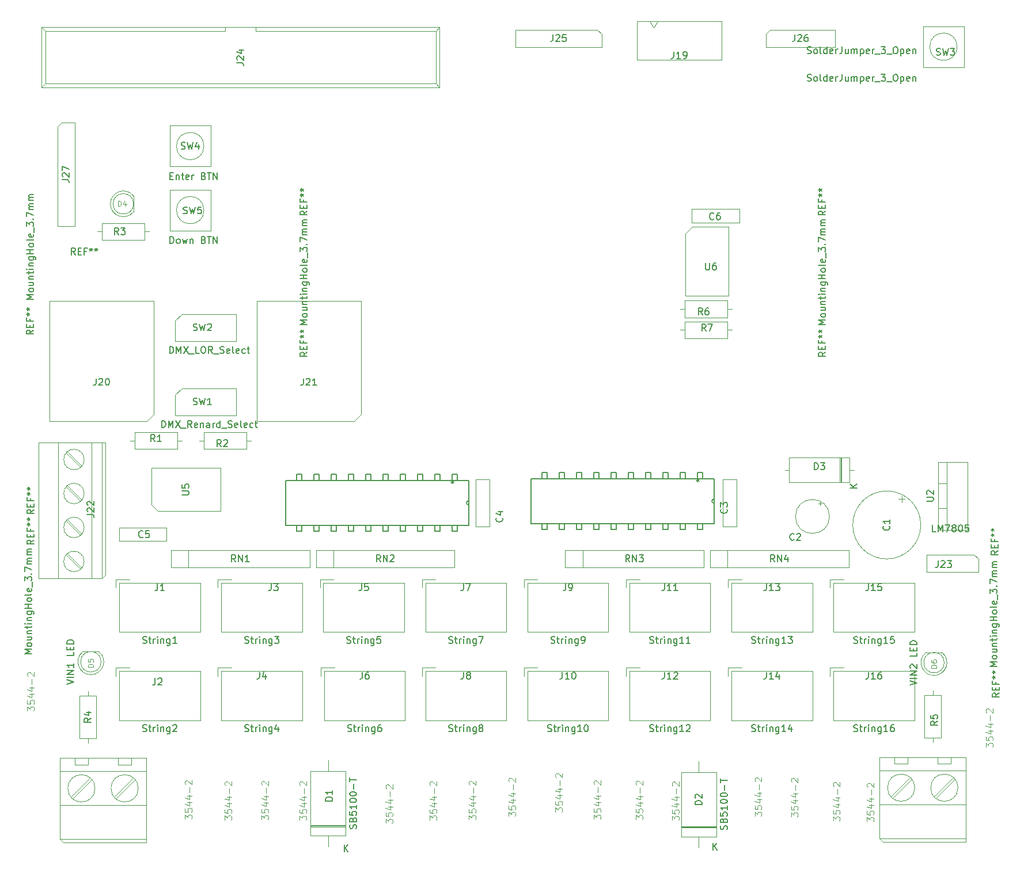
<source format=gbr>
G04 #@! TF.GenerationSoftware,KiCad,Pcbnew,(5.1.10)-1*
G04 #@! TF.CreationDate,2021-07-14T12:32:59-04:00*
G04 #@! TF.ProjectId,BBB_16,4242425f-3136-42e6-9b69-6361645f7063,v4*
G04 #@! TF.SameCoordinates,Original*
G04 #@! TF.FileFunction,Other,Fab,Top*
%FSLAX46Y46*%
G04 Gerber Fmt 4.6, Leading zero omitted, Abs format (unit mm)*
G04 Created by KiCad (PCBNEW (5.1.10)-1) date 2021-07-14 12:32:59*
%MOMM*%
%LPD*%
G01*
G04 APERTURE LIST*
%ADD10C,0.100000*%
%ADD11C,0.120000*%
%ADD12C,0.152400*%
%ADD13C,0.150000*%
%ADD14C,0.050000*%
G04 APERTURE END LIST*
D10*
X77557000Y-45249900D02*
X78192000Y-44614900D01*
X77557000Y-59854900D02*
X77557000Y-45249900D01*
X80097000Y-59854900D02*
X77557000Y-59854900D01*
X80097000Y-44614900D02*
X80097000Y-59854900D01*
X78192000Y-44614900D02*
X80097000Y-44614900D01*
X99093804Y-57530360D02*
G75*
G03*
X99093804Y-57530360I-2015564J0D01*
G01*
X94078240Y-54530360D02*
X97078240Y-54530360D01*
X94078240Y-60530360D02*
X94078240Y-54530360D01*
X100078240Y-60530360D02*
X94078240Y-60530360D01*
X100078240Y-54530360D02*
X100078240Y-60530360D01*
X97078240Y-54530360D02*
X100078240Y-54530360D01*
X99093804Y-48106960D02*
G75*
G03*
X99093804Y-48106960I-2015564J0D01*
G01*
X94078240Y-45106960D02*
X97078240Y-45106960D01*
X94078240Y-51106960D02*
X94078240Y-45106960D01*
X100078240Y-51106960D02*
X94078240Y-51106960D01*
X100078240Y-45106960D02*
X100078240Y-51106960D01*
X97078240Y-45106960D02*
X100078240Y-45106960D01*
X165213020Y-30707140D02*
X165838020Y-29707140D01*
X164588020Y-29707140D02*
X165213020Y-30707140D01*
X175163020Y-29707140D02*
X162763020Y-29707140D01*
X175163020Y-35457140D02*
X175163020Y-29707140D01*
X162763020Y-35457140D02*
X175163020Y-35457140D01*
X162763020Y-29707140D02*
X162763020Y-35457140D01*
X75251000Y-30626800D02*
X75811000Y-31176800D01*
X133711000Y-30626800D02*
X133171000Y-31176800D01*
X75251000Y-39476800D02*
X75811000Y-38926800D01*
X133711000Y-39476800D02*
X133171000Y-38926800D01*
X75811000Y-38926800D02*
X75811000Y-31176800D01*
X75251000Y-39476800D02*
X75251000Y-30626800D01*
X133171000Y-38926800D02*
X133171000Y-31176800D01*
X133711000Y-39476800D02*
X133711000Y-30626800D01*
X102231000Y-31176800D02*
X102231000Y-30626800D01*
X106731000Y-31176800D02*
X106731000Y-30626800D01*
X102231000Y-31176800D02*
X75811000Y-31176800D01*
X133171000Y-31176800D02*
X106731000Y-31176800D01*
X133711000Y-30626800D02*
X75251000Y-30626800D01*
X133171000Y-38926800D02*
X75811000Y-38926800D01*
X133711000Y-39476800D02*
X75251000Y-39476800D01*
X95861000Y-72801800D02*
X103861000Y-72801800D01*
X103861000Y-72801800D02*
X103861000Y-76801800D01*
X103861000Y-76801800D02*
X94861000Y-76801800D01*
X94861000Y-76801800D02*
X94861000Y-73801800D01*
X95861000Y-72801800D02*
X94861000Y-73801800D01*
X191857000Y-33527800D02*
X181697000Y-33527800D01*
X191857000Y-30987800D02*
X191857000Y-33527800D01*
X182332000Y-30987800D02*
X191857000Y-30987800D01*
X181697000Y-31622800D02*
X182332000Y-30987800D01*
X181697000Y-33527800D02*
X181697000Y-31622800D01*
X95861000Y-83723800D02*
X103861000Y-83723800D01*
X103861000Y-83723800D02*
X103861000Y-87723800D01*
X103861000Y-87723800D02*
X94861000Y-87723800D01*
X94861000Y-87723800D02*
X94861000Y-84723800D01*
X95861000Y-83723800D02*
X94861000Y-84723800D01*
D11*
X91684000Y-87605800D02*
X90684000Y-88605800D01*
X90684000Y-88605800D02*
X76384000Y-88605800D01*
X76384000Y-88605800D02*
X76384000Y-70865800D01*
X76384000Y-70865800D02*
X91684000Y-70865800D01*
X91684000Y-70865800D02*
X91684000Y-87605800D01*
D10*
X169878740Y-60990500D02*
X170878740Y-59990500D01*
X169878740Y-70150500D02*
X169878740Y-60990500D01*
X176228740Y-70150500D02*
X169878740Y-70150500D01*
X176228740Y-59990500D02*
X176228740Y-70150500D01*
X170878740Y-59990500D02*
X176228740Y-59990500D01*
X209822564Y-33491800D02*
G75*
G03*
X209822564Y-33491800I-2015564J0D01*
G01*
X204807000Y-30491800D02*
X207807000Y-30491800D01*
X204807000Y-36491800D02*
X204807000Y-30491800D01*
X210807000Y-36491800D02*
X204807000Y-36491800D01*
X210807000Y-30491800D02*
X210807000Y-36491800D01*
X207807000Y-30491800D02*
X210807000Y-30491800D01*
X91044400Y-60680400D02*
X90384400Y-60680400D01*
X83424400Y-60680400D02*
X84084400Y-60680400D01*
X90384400Y-59430400D02*
X84084400Y-59430400D01*
X90384400Y-61930400D02*
X90384400Y-59430400D01*
X84084400Y-61930400D02*
X90384400Y-61930400D01*
X84084400Y-59430400D02*
X84084400Y-61930400D01*
X206995000Y-97717800D02*
X208265000Y-97717800D01*
X206995000Y-101417800D02*
X208265000Y-101417800D01*
X208265000Y-104567800D02*
X208265000Y-94567800D01*
X206995000Y-94567800D02*
X206995000Y-104567800D01*
X211395000Y-94567800D02*
X206995000Y-94567800D01*
X211395000Y-104567800D02*
X211395000Y-94567800D01*
X206995000Y-104567800D02*
X211395000Y-104567800D01*
X207922200Y-124101000D02*
G75*
G03*
X207922200Y-124101000I-1500000J0D01*
G01*
X207588390Y-122601000D02*
X205256010Y-122601000D01*
X205256724Y-122600445D02*
G75*
G03*
X207588390Y-122601000I1165476J-1500555D01*
G01*
X83970200Y-123974000D02*
G75*
G03*
X83970200Y-123974000I-1500000J0D01*
G01*
X83636390Y-122474000D02*
X81304010Y-122474000D01*
X81304724Y-122473445D02*
G75*
G03*
X83636390Y-122474000I1165476J-1500555D01*
G01*
X88747100Y-57769890D02*
X88747100Y-55437510D01*
X88747100Y-56603700D02*
G75*
G03*
X88747100Y-56603700I-1500000J0D01*
G01*
X88747655Y-55438224D02*
G75*
G03*
X88747100Y-57769890I-1500555J-1165476D01*
G01*
X169123740Y-75160500D02*
X169783740Y-75160500D01*
X176743740Y-75160500D02*
X176083740Y-75160500D01*
X169783740Y-76410500D02*
X176083740Y-76410500D01*
X169783740Y-73910500D02*
X169783740Y-76410500D01*
X176083740Y-73910500D02*
X169783740Y-73910500D01*
X176083740Y-76410500D02*
X176083740Y-73910500D01*
X169123740Y-72060500D02*
X169783740Y-72060500D01*
X176743740Y-72060500D02*
X176083740Y-72060500D01*
X169783740Y-73310500D02*
X176083740Y-73310500D01*
X169783740Y-70810500D02*
X169783740Y-73310500D01*
X176083740Y-70810500D02*
X169783740Y-70810500D01*
X176083740Y-73310500D02*
X176083740Y-70810500D01*
X170825280Y-59369000D02*
X177825280Y-59369000D01*
X170825280Y-57369000D02*
X170825280Y-59369000D01*
X177825280Y-57369000D02*
X170825280Y-57369000D01*
X177825280Y-59369000D02*
X177825280Y-57369000D01*
X88225000Y-91439800D02*
X88885000Y-91439800D01*
X95845000Y-91439800D02*
X95185000Y-91439800D01*
X88885000Y-92689800D02*
X95185000Y-92689800D01*
X88885000Y-90189800D02*
X88885000Y-92689800D01*
X95185000Y-90189800D02*
X88885000Y-90189800D01*
X95185000Y-92689800D02*
X95185000Y-90189800D01*
X212304000Y-108203800D02*
X212939000Y-108838800D01*
X205319000Y-108203800D02*
X212304000Y-108203800D01*
X205319000Y-110743800D02*
X205319000Y-108203800D01*
X212939000Y-110743800D02*
X205319000Y-110743800D01*
X212939000Y-108838800D02*
X212939000Y-110743800D01*
X206244400Y-135835800D02*
X206244400Y-135175800D01*
X206244400Y-128215800D02*
X206244400Y-128875800D01*
X207494400Y-135175800D02*
X207494400Y-128875800D01*
X204994400Y-135175800D02*
X207494400Y-135175800D01*
X204994400Y-128875800D02*
X204994400Y-135175800D01*
X207494400Y-128875800D02*
X204994400Y-128875800D01*
X82038400Y-135912000D02*
X82038400Y-135252000D01*
X82038400Y-128292000D02*
X82038400Y-128952000D01*
X83288400Y-135252000D02*
X83288400Y-128952000D01*
X80788400Y-135252000D02*
X83288400Y-135252000D01*
X80788400Y-128952000D02*
X80788400Y-135252000D01*
X83288400Y-128952000D02*
X80788400Y-128952000D01*
D11*
X122164000Y-87605800D02*
X121164000Y-88605800D01*
X121164000Y-88605800D02*
X106864000Y-88605800D01*
X106864000Y-88605800D02*
X106864000Y-70865800D01*
X106864000Y-70865800D02*
X122164000Y-70865800D01*
X122164000Y-70865800D02*
X122164000Y-87605800D01*
D12*
X171651300Y-97027800D02*
X172438700Y-97027800D01*
X172438700Y-97027800D02*
X172438700Y-96126100D01*
X172438700Y-96126100D02*
X171651300Y-96126100D01*
X171651300Y-96126100D02*
X171651300Y-97027800D01*
X169111300Y-97027800D02*
X169898700Y-97027800D01*
X169898700Y-97027800D02*
X169898700Y-96126100D01*
X169898700Y-96126100D02*
X169111300Y-96126100D01*
X169111300Y-96126100D02*
X169111300Y-97027800D01*
X166571300Y-97027800D02*
X167358700Y-97027800D01*
X167358700Y-97027800D02*
X167358700Y-96126100D01*
X167358700Y-96126100D02*
X166571300Y-96126100D01*
X166571300Y-96126100D02*
X166571300Y-97027800D01*
X164031300Y-97027800D02*
X164818700Y-97027800D01*
X164818700Y-97027800D02*
X164818700Y-96126100D01*
X164818700Y-96126100D02*
X164031300Y-96126100D01*
X164031300Y-96126100D02*
X164031300Y-97027800D01*
X161491300Y-97027800D02*
X162278700Y-97027800D01*
X162278700Y-97027800D02*
X162278700Y-96126100D01*
X162278700Y-96126100D02*
X161491300Y-96126100D01*
X161491300Y-96126100D02*
X161491300Y-97027800D01*
X158951300Y-97027800D02*
X159738700Y-97027800D01*
X159738700Y-97027800D02*
X159738700Y-96126100D01*
X159738700Y-96126100D02*
X158951300Y-96126100D01*
X158951300Y-96126100D02*
X158951300Y-97027800D01*
X156411300Y-97027800D02*
X157198700Y-97027800D01*
X157198700Y-97027800D02*
X157198700Y-96126100D01*
X157198700Y-96126100D02*
X156411300Y-96126100D01*
X156411300Y-96126100D02*
X156411300Y-97027800D01*
X153871300Y-97027800D02*
X154658700Y-97027800D01*
X154658700Y-97027800D02*
X154658700Y-96126100D01*
X154658700Y-96126100D02*
X153871300Y-96126100D01*
X153871300Y-96126100D02*
X153871300Y-97027800D01*
X151331300Y-97027800D02*
X152118700Y-97027800D01*
X152118700Y-97027800D02*
X152118700Y-96126100D01*
X152118700Y-96126100D02*
X151331300Y-96126100D01*
X151331300Y-96126100D02*
X151331300Y-97027800D01*
X148791300Y-97027800D02*
X149578700Y-97027800D01*
X149578700Y-97027800D02*
X149578700Y-96126100D01*
X149578700Y-96126100D02*
X148791300Y-96126100D01*
X148791300Y-96126100D02*
X148791300Y-97027800D01*
X149578700Y-103631800D02*
X148791300Y-103631800D01*
X148791300Y-103631800D02*
X148791300Y-104533500D01*
X148791300Y-104533500D02*
X149578700Y-104533500D01*
X149578700Y-104533500D02*
X149578700Y-103631800D01*
X152118700Y-103631800D02*
X151331300Y-103631800D01*
X151331300Y-103631800D02*
X151331300Y-104533500D01*
X151331300Y-104533500D02*
X152118700Y-104533500D01*
X152118700Y-104533500D02*
X152118700Y-103631800D01*
X154658700Y-103631800D02*
X153871300Y-103631800D01*
X153871300Y-103631800D02*
X153871300Y-104533500D01*
X153871300Y-104533500D02*
X154658700Y-104533500D01*
X154658700Y-104533500D02*
X154658700Y-103631800D01*
X157198700Y-103631800D02*
X156411300Y-103631800D01*
X156411300Y-103631800D02*
X156411300Y-104533500D01*
X156411300Y-104533500D02*
X157198700Y-104533500D01*
X157198700Y-104533500D02*
X157198700Y-103631800D01*
X159738700Y-103631800D02*
X158951300Y-103631800D01*
X158951300Y-103631800D02*
X158951300Y-104533500D01*
X158951300Y-104533500D02*
X159738700Y-104533500D01*
X159738700Y-104533500D02*
X159738700Y-103631800D01*
X162278700Y-103631800D02*
X161491300Y-103631800D01*
X161491300Y-103631800D02*
X161491300Y-104533500D01*
X161491300Y-104533500D02*
X162278700Y-104533500D01*
X162278700Y-104533500D02*
X162278700Y-103631800D01*
X164818700Y-103631800D02*
X164031300Y-103631800D01*
X164031300Y-103631800D02*
X164031300Y-104533500D01*
X164031300Y-104533500D02*
X164818700Y-104533500D01*
X164818700Y-104533500D02*
X164818700Y-103631800D01*
X167358700Y-103631800D02*
X166571300Y-103631800D01*
X166571300Y-103631800D02*
X166571300Y-104533500D01*
X166571300Y-104533500D02*
X167358700Y-104533500D01*
X167358700Y-104533500D02*
X167358700Y-103631800D01*
X169898700Y-103631800D02*
X169111300Y-103631800D01*
X169111300Y-103631800D02*
X169111300Y-104533500D01*
X169111300Y-104533500D02*
X169898700Y-104533500D01*
X169898700Y-104533500D02*
X169898700Y-103631800D01*
X172438700Y-103631800D02*
X171651300Y-103631800D01*
X171651300Y-103631800D02*
X171651300Y-104533500D01*
X171651300Y-104533500D02*
X172438700Y-104533500D01*
X172438700Y-104533500D02*
X172438700Y-103631800D01*
X147153000Y-97027800D02*
X147153000Y-103631800D01*
X147153000Y-103631800D02*
X174077000Y-103631800D01*
X174077000Y-103631800D02*
X174077000Y-97027800D01*
X174077000Y-97027800D02*
X147153000Y-97027800D01*
X174077000Y-100025000D02*
G75*
G03*
X174077000Y-100634600I0J-304800D01*
G01*
X138009000Y-97281800D02*
X111085000Y-97281800D01*
X138009000Y-103885800D02*
X138009000Y-97281800D01*
X111085000Y-103885800D02*
X138009000Y-103885800D01*
X111085000Y-97281800D02*
X111085000Y-103885800D01*
X136370700Y-104787500D02*
X136370700Y-103885800D01*
X135583300Y-104787500D02*
X136370700Y-104787500D01*
X135583300Y-103885800D02*
X135583300Y-104787500D01*
X136370700Y-103885800D02*
X135583300Y-103885800D01*
X133830700Y-104787500D02*
X133830700Y-103885800D01*
X133043300Y-104787500D02*
X133830700Y-104787500D01*
X133043300Y-103885800D02*
X133043300Y-104787500D01*
X133830700Y-103885800D02*
X133043300Y-103885800D01*
X131290700Y-104787500D02*
X131290700Y-103885800D01*
X130503300Y-104787500D02*
X131290700Y-104787500D01*
X130503300Y-103885800D02*
X130503300Y-104787500D01*
X131290700Y-103885800D02*
X130503300Y-103885800D01*
X128750700Y-104787500D02*
X128750700Y-103885800D01*
X127963300Y-104787500D02*
X128750700Y-104787500D01*
X127963300Y-103885800D02*
X127963300Y-104787500D01*
X128750700Y-103885800D02*
X127963300Y-103885800D01*
X126210700Y-104787500D02*
X126210700Y-103885800D01*
X125423300Y-104787500D02*
X126210700Y-104787500D01*
X125423300Y-103885800D02*
X125423300Y-104787500D01*
X126210700Y-103885800D02*
X125423300Y-103885800D01*
X123670700Y-104787500D02*
X123670700Y-103885800D01*
X122883300Y-104787500D02*
X123670700Y-104787500D01*
X122883300Y-103885800D02*
X122883300Y-104787500D01*
X123670700Y-103885800D02*
X122883300Y-103885800D01*
X121130700Y-104787500D02*
X121130700Y-103885800D01*
X120343300Y-104787500D02*
X121130700Y-104787500D01*
X120343300Y-103885800D02*
X120343300Y-104787500D01*
X121130700Y-103885800D02*
X120343300Y-103885800D01*
X118590700Y-104787500D02*
X118590700Y-103885800D01*
X117803300Y-104787500D02*
X118590700Y-104787500D01*
X117803300Y-103885800D02*
X117803300Y-104787500D01*
X118590700Y-103885800D02*
X117803300Y-103885800D01*
X116050700Y-104787500D02*
X116050700Y-103885800D01*
X115263300Y-104787500D02*
X116050700Y-104787500D01*
X115263300Y-103885800D02*
X115263300Y-104787500D01*
X116050700Y-103885800D02*
X115263300Y-103885800D01*
X113510700Y-104787500D02*
X113510700Y-103885800D01*
X112723300Y-104787500D02*
X113510700Y-104787500D01*
X112723300Y-103885800D02*
X112723300Y-104787500D01*
X113510700Y-103885800D02*
X112723300Y-103885800D01*
X112723300Y-96380100D02*
X112723300Y-97281800D01*
X113510700Y-96380100D02*
X112723300Y-96380100D01*
X113510700Y-97281800D02*
X113510700Y-96380100D01*
X112723300Y-97281800D02*
X113510700Y-97281800D01*
X115263300Y-96380100D02*
X115263300Y-97281800D01*
X116050700Y-96380100D02*
X115263300Y-96380100D01*
X116050700Y-97281800D02*
X116050700Y-96380100D01*
X115263300Y-97281800D02*
X116050700Y-97281800D01*
X117803300Y-96380100D02*
X117803300Y-97281800D01*
X118590700Y-96380100D02*
X117803300Y-96380100D01*
X118590700Y-97281800D02*
X118590700Y-96380100D01*
X117803300Y-97281800D02*
X118590700Y-97281800D01*
X120343300Y-96380100D02*
X120343300Y-97281800D01*
X121130700Y-96380100D02*
X120343300Y-96380100D01*
X121130700Y-97281800D02*
X121130700Y-96380100D01*
X120343300Y-97281800D02*
X121130700Y-97281800D01*
X122883300Y-96380100D02*
X122883300Y-97281800D01*
X123670700Y-96380100D02*
X122883300Y-96380100D01*
X123670700Y-97281800D02*
X123670700Y-96380100D01*
X122883300Y-97281800D02*
X123670700Y-97281800D01*
X125423300Y-96380100D02*
X125423300Y-97281800D01*
X126210700Y-96380100D02*
X125423300Y-96380100D01*
X126210700Y-97281800D02*
X126210700Y-96380100D01*
X125423300Y-97281800D02*
X126210700Y-97281800D01*
X127963300Y-96380100D02*
X127963300Y-97281800D01*
X128750700Y-96380100D02*
X127963300Y-96380100D01*
X128750700Y-97281800D02*
X128750700Y-96380100D01*
X127963300Y-97281800D02*
X128750700Y-97281800D01*
X130503300Y-96380100D02*
X130503300Y-97281800D01*
X131290700Y-96380100D02*
X130503300Y-96380100D01*
X131290700Y-97281800D02*
X131290700Y-96380100D01*
X130503300Y-97281800D02*
X131290700Y-97281800D01*
X133043300Y-96380100D02*
X133043300Y-97281800D01*
X133830700Y-96380100D02*
X133043300Y-96380100D01*
X133830700Y-97281800D02*
X133830700Y-96380100D01*
X133043300Y-97281800D02*
X133830700Y-97281800D01*
X135583300Y-96380100D02*
X135583300Y-97281800D01*
X136370700Y-96380100D02*
X135583300Y-96380100D01*
X136370700Y-97281800D02*
X136370700Y-96380100D01*
X135583300Y-97281800D02*
X136370700Y-97281800D01*
X138009000Y-100279000D02*
G75*
G03*
X138009000Y-100888600I0J-304800D01*
G01*
D10*
X202164500Y-100056939D02*
X201164500Y-100056939D01*
X201664500Y-99556939D02*
X201664500Y-100556939D01*
X204477000Y-103845800D02*
G75*
G03*
X204477000Y-103845800I-5000000J0D01*
G01*
X192786000Y-97607800D02*
X192786000Y-93907800D01*
X192586000Y-97607800D02*
X192586000Y-93907800D01*
X192686000Y-97607800D02*
X192686000Y-93907800D01*
X184491000Y-95757800D02*
X185121000Y-95757800D01*
X194651000Y-95757800D02*
X194021000Y-95757800D01*
X185121000Y-97607800D02*
X194021000Y-97607800D01*
X185121000Y-93907800D02*
X185121000Y-97607800D01*
X194021000Y-93907800D02*
X185121000Y-93907800D01*
X194021000Y-97607800D02*
X194021000Y-93907800D01*
X156932000Y-30987800D02*
X157567000Y-31622800D01*
X144867000Y-30987800D02*
X156932000Y-30987800D01*
X144867000Y-33527800D02*
X144867000Y-30987800D01*
X157567000Y-33527800D02*
X144867000Y-33527800D01*
X157567000Y-31622800D02*
X157567000Y-33527800D01*
X86601000Y-106217800D02*
X93601000Y-106217800D01*
X86601000Y-104217800D02*
X86601000Y-106217800D01*
X93601000Y-104217800D02*
X86601000Y-104217800D01*
X93601000Y-106217800D02*
X93601000Y-104217800D01*
X92341000Y-101832800D02*
X91341000Y-100832800D01*
X101501000Y-101832800D02*
X92341000Y-101832800D01*
X101501000Y-95482800D02*
X101501000Y-101832800D01*
X91341000Y-95482800D02*
X101501000Y-95482800D01*
X91341000Y-100832800D02*
X91341000Y-95482800D01*
X106005000Y-91439800D02*
X105345000Y-91439800D01*
X98385000Y-91439800D02*
X99045000Y-91439800D01*
X105345000Y-90189800D02*
X99045000Y-90189800D01*
X105345000Y-92689800D02*
X105345000Y-90189800D01*
X99045000Y-92689800D02*
X105345000Y-92689800D01*
X99045000Y-90189800D02*
X99045000Y-92689800D01*
X101150000Y-111850000D02*
X103150000Y-111850000D01*
X101150000Y-113100000D02*
X101150000Y-111850000D01*
X113550000Y-112350000D02*
X101650000Y-112350000D01*
X113550000Y-119600000D02*
X113550000Y-112350000D01*
X101650000Y-119600000D02*
X113550000Y-119600000D01*
X101650000Y-112350000D02*
X101650000Y-119600000D01*
X169247600Y-148380000D02*
X174447600Y-148380000D01*
X169247600Y-148180000D02*
X174447600Y-148180000D01*
X169247600Y-148280000D02*
X174447600Y-148280000D01*
X171847600Y-138605000D02*
X171847600Y-140205000D01*
X171847600Y-151305000D02*
X171847600Y-149705000D01*
X169247600Y-140205000D02*
X169247600Y-149705000D01*
X174447600Y-140205000D02*
X169247600Y-140205000D01*
X174447600Y-149705000D02*
X174447600Y-140205000D01*
X169247600Y-149705000D02*
X174447600Y-149705000D01*
X114732600Y-148243600D02*
X119932600Y-148243600D01*
X114732600Y-148043600D02*
X119932600Y-148043600D01*
X114732600Y-148143600D02*
X119932600Y-148143600D01*
X117332600Y-138468600D02*
X117332600Y-140068600D01*
X117332600Y-151168600D02*
X117332600Y-149568600D01*
X114732600Y-140068600D02*
X114732600Y-149568600D01*
X119932600Y-140068600D02*
X114732600Y-140068600D01*
X119932600Y-149568600D02*
X119932600Y-140068600D01*
X114732600Y-149568600D02*
X119932600Y-149568600D01*
X175363000Y-97123800D02*
X175363000Y-104123800D01*
X177363000Y-97123800D02*
X175363000Y-97123800D01*
X177363000Y-104123800D02*
X177363000Y-97123800D01*
X175363000Y-104123800D02*
X177363000Y-104123800D01*
X176082600Y-107563600D02*
X176082600Y-110063600D01*
X193882600Y-107563600D02*
X173522600Y-107563600D01*
X193882600Y-110063600D02*
X193882600Y-107563600D01*
X173522600Y-110063600D02*
X193882600Y-110063600D01*
X173522600Y-107563600D02*
X173522600Y-110063600D01*
X154756200Y-107563600D02*
X154756200Y-110063600D01*
X172556200Y-107563600D02*
X152196200Y-107563600D01*
X172556200Y-110063600D02*
X172556200Y-107563600D01*
X152196200Y-110063600D02*
X172556200Y-110063600D01*
X152196200Y-107563600D02*
X152196200Y-110063600D01*
X118122700Y-107563600D02*
X118122700Y-110063600D01*
X135922700Y-107563600D02*
X115562700Y-107563600D01*
X135922700Y-110063600D02*
X135922700Y-107563600D01*
X115562700Y-110063600D02*
X135922700Y-110063600D01*
X115562700Y-107563600D02*
X115562700Y-110063600D01*
X96831500Y-107563600D02*
X96831500Y-110063600D01*
X114631500Y-107563600D02*
X94271500Y-107563600D01*
X114631500Y-110063600D02*
X114631500Y-107563600D01*
X94271500Y-110063600D02*
X114631500Y-110063600D01*
X94271500Y-107563600D02*
X94271500Y-110063600D01*
X191150000Y-124850000D02*
X193150000Y-124850000D01*
X191150000Y-126100000D02*
X191150000Y-124850000D01*
X203550000Y-125350000D02*
X191650000Y-125350000D01*
X203550000Y-132600000D02*
X203550000Y-125350000D01*
X191650000Y-132600000D02*
X203550000Y-132600000D01*
X191650000Y-125350000D02*
X191650000Y-132600000D01*
X191150000Y-111850000D02*
X193150000Y-111850000D01*
X191150000Y-113100000D02*
X191150000Y-111850000D01*
X203550000Y-112350000D02*
X191650000Y-112350000D01*
X203550000Y-119600000D02*
X203550000Y-112350000D01*
X191650000Y-119600000D02*
X203550000Y-119600000D01*
X191650000Y-112350000D02*
X191650000Y-119600000D01*
X176150000Y-124850000D02*
X178150000Y-124850000D01*
X176150000Y-126100000D02*
X176150000Y-124850000D01*
X188550000Y-125350000D02*
X176650000Y-125350000D01*
X188550000Y-132600000D02*
X188550000Y-125350000D01*
X176650000Y-132600000D02*
X188550000Y-132600000D01*
X176650000Y-125350000D02*
X176650000Y-132600000D01*
X176150000Y-111850000D02*
X178150000Y-111850000D01*
X176150000Y-113100000D02*
X176150000Y-111850000D01*
X188550000Y-112350000D02*
X176650000Y-112350000D01*
X188550000Y-119600000D02*
X188550000Y-112350000D01*
X176650000Y-119600000D02*
X188550000Y-119600000D01*
X176650000Y-112350000D02*
X176650000Y-119600000D01*
X161150000Y-124850000D02*
X163150000Y-124850000D01*
X161150000Y-126100000D02*
X161150000Y-124850000D01*
X173550000Y-125350000D02*
X161650000Y-125350000D01*
X173550000Y-132600000D02*
X173550000Y-125350000D01*
X161650000Y-132600000D02*
X173550000Y-132600000D01*
X161650000Y-125350000D02*
X161650000Y-132600000D01*
X161150000Y-111850000D02*
X163150000Y-111850000D01*
X161150000Y-113100000D02*
X161150000Y-111850000D01*
X173550000Y-112350000D02*
X161650000Y-112350000D01*
X173550000Y-119600000D02*
X173550000Y-112350000D01*
X161650000Y-119600000D02*
X173550000Y-119600000D01*
X161650000Y-112350000D02*
X161650000Y-119600000D01*
X146150000Y-124850000D02*
X148150000Y-124850000D01*
X146150000Y-126100000D02*
X146150000Y-124850000D01*
X158550000Y-125350000D02*
X146650000Y-125350000D01*
X158550000Y-132600000D02*
X158550000Y-125350000D01*
X146650000Y-132600000D02*
X158550000Y-132600000D01*
X146650000Y-125350000D02*
X146650000Y-132600000D01*
X146150000Y-111850000D02*
X148150000Y-111850000D01*
X146150000Y-113100000D02*
X146150000Y-111850000D01*
X158550000Y-112350000D02*
X146650000Y-112350000D01*
X158550000Y-119600000D02*
X158550000Y-112350000D01*
X146650000Y-119600000D02*
X158550000Y-119600000D01*
X146650000Y-112350000D02*
X146650000Y-119600000D01*
X131150000Y-124850000D02*
X133150000Y-124850000D01*
X131150000Y-126100000D02*
X131150000Y-124850000D01*
X143550000Y-125350000D02*
X131650000Y-125350000D01*
X143550000Y-132600000D02*
X143550000Y-125350000D01*
X131650000Y-132600000D02*
X143550000Y-132600000D01*
X131650000Y-125350000D02*
X131650000Y-132600000D01*
X131150000Y-111850000D02*
X133150000Y-111850000D01*
X131150000Y-113100000D02*
X131150000Y-111850000D01*
X143550000Y-112350000D02*
X131650000Y-112350000D01*
X143550000Y-119600000D02*
X143550000Y-112350000D01*
X131650000Y-119600000D02*
X143550000Y-119600000D01*
X131650000Y-112350000D02*
X131650000Y-119600000D01*
X116264342Y-124850000D02*
X118264342Y-124850000D01*
X116264342Y-126100000D02*
X116264342Y-124850000D01*
X128664342Y-125350000D02*
X116764342Y-125350000D01*
X128664342Y-132600000D02*
X128664342Y-125350000D01*
X116764342Y-132600000D02*
X128664342Y-132600000D01*
X116764342Y-125350000D02*
X116764342Y-132600000D01*
X116150000Y-111850000D02*
X118150000Y-111850000D01*
X116150000Y-113100000D02*
X116150000Y-111850000D01*
X128550000Y-112350000D02*
X116650000Y-112350000D01*
X128550000Y-119600000D02*
X128550000Y-112350000D01*
X116650000Y-119600000D02*
X128550000Y-119600000D01*
X116650000Y-112350000D02*
X116650000Y-119600000D01*
X101150000Y-124850000D02*
X103150000Y-124850000D01*
X101150000Y-126100000D02*
X101150000Y-124850000D01*
X113550000Y-125350000D02*
X101650000Y-125350000D01*
X113550000Y-132600000D02*
X113550000Y-125350000D01*
X101650000Y-132600000D02*
X113550000Y-132600000D01*
X101650000Y-125350000D02*
X101650000Y-132600000D01*
X86150000Y-124850000D02*
X88150000Y-124850000D01*
X86150000Y-126100000D02*
X86150000Y-124850000D01*
X98550000Y-125350000D02*
X86650000Y-125350000D01*
X98550000Y-132600000D02*
X98550000Y-125350000D01*
X86650000Y-132600000D02*
X98550000Y-132600000D01*
X86650000Y-125350000D02*
X86650000Y-132600000D01*
X86150000Y-111850000D02*
X88150000Y-111850000D01*
X86150000Y-113100000D02*
X86150000Y-111850000D01*
X98550000Y-112350000D02*
X86650000Y-112350000D01*
X98550000Y-119600000D02*
X98550000Y-112350000D01*
X86650000Y-119600000D02*
X98550000Y-119600000D01*
X86650000Y-112350000D02*
X86650000Y-119600000D01*
X78843000Y-93262800D02*
X80936000Y-95354800D01*
X79026000Y-93079800D02*
X81119000Y-95171800D01*
X78843000Y-98262800D02*
X80936000Y-100354800D01*
X79026000Y-98079800D02*
X81119000Y-100171800D01*
X78843000Y-103262800D02*
X80936000Y-105354800D01*
X79026000Y-103079800D02*
X81119000Y-105171800D01*
X78843000Y-108262800D02*
X80936000Y-110355800D01*
X79026000Y-108079800D02*
X81119000Y-110172800D01*
X77681000Y-111717800D02*
X77681000Y-91717800D01*
X82581000Y-111717800D02*
X82581000Y-91717800D01*
X84081000Y-111717800D02*
X84081000Y-91717800D01*
X84081000Y-111717800D02*
X74781000Y-111717800D01*
X84581000Y-111217800D02*
X84081000Y-111717800D01*
X84581000Y-91717800D02*
X84581000Y-111217800D01*
X74781000Y-91717800D02*
X84581000Y-91717800D01*
X74781000Y-111717800D02*
X74781000Y-91717800D01*
X81481000Y-94217800D02*
G75*
G03*
X81481000Y-94217800I-1500000J0D01*
G01*
X81481000Y-99217800D02*
G75*
G03*
X81481000Y-99217800I-1500000J0D01*
G01*
X81481000Y-104217800D02*
G75*
G03*
X81481000Y-104217800I-1500000J0D01*
G01*
X81481000Y-109217800D02*
G75*
G03*
X81481000Y-109217800I-1500000J0D01*
G01*
X208937100Y-138005000D02*
X206937100Y-138005000D01*
X208937100Y-139005000D02*
X208937100Y-138005000D01*
X206937100Y-139005000D02*
X208937100Y-139005000D01*
X206937100Y-138005000D02*
X206937100Y-139005000D01*
X209210100Y-140988000D02*
X206421100Y-143778000D01*
X209454100Y-141232000D02*
X206665100Y-144022000D01*
X202587100Y-138005000D02*
X200587100Y-138005000D01*
X202587100Y-139005000D02*
X202587100Y-138005000D01*
X200587100Y-139005000D02*
X202587100Y-139005000D01*
X200587100Y-138005000D02*
X200587100Y-139005000D01*
X202860100Y-140988000D02*
X200070100Y-143778000D01*
X203104100Y-141232000D02*
X200314100Y-144022000D01*
X198412100Y-140005000D02*
X211112100Y-140005000D01*
X198412100Y-145005000D02*
X211112100Y-145005000D01*
X198412100Y-150005000D02*
X211112100Y-150005000D01*
X198412100Y-150005000D02*
X198412100Y-138005000D01*
X198912100Y-150505000D02*
X198412100Y-150005000D01*
X211112100Y-150505000D02*
X198912100Y-150505000D01*
X211112100Y-138005000D02*
X211112100Y-150505000D01*
X198412100Y-138005000D02*
X211112100Y-138005000D01*
X209937100Y-142505000D02*
G75*
G03*
X209937100Y-142505000I-2000000J0D01*
G01*
X203587100Y-142505000D02*
G75*
G03*
X203587100Y-142505000I-2000000J0D01*
G01*
X139041000Y-97123800D02*
X139041000Y-104123800D01*
X141041000Y-97123800D02*
X139041000Y-97123800D01*
X141041000Y-104123800D02*
X141041000Y-97123800D01*
X139041000Y-104123800D02*
X141041000Y-104123800D01*
X88432600Y-138098600D02*
X86432600Y-138098600D01*
X88432600Y-139098600D02*
X88432600Y-138098600D01*
X86432600Y-139098600D02*
X88432600Y-139098600D01*
X86432600Y-138098600D02*
X86432600Y-139098600D01*
X88705600Y-141081600D02*
X85916600Y-143871600D01*
X88949600Y-141325600D02*
X86160600Y-144115600D01*
X82082600Y-138098600D02*
X80082600Y-138098600D01*
X82082600Y-139098600D02*
X82082600Y-138098600D01*
X80082600Y-139098600D02*
X82082600Y-139098600D01*
X80082600Y-138098600D02*
X80082600Y-139098600D01*
X82355600Y-141081600D02*
X79565600Y-143871600D01*
X82599600Y-141325600D02*
X79809600Y-144115600D01*
X77907600Y-140098600D02*
X90607600Y-140098600D01*
X77907600Y-145098600D02*
X90607600Y-145098600D01*
X77907600Y-150098600D02*
X90607600Y-150098600D01*
X77907600Y-150098600D02*
X77907600Y-138098600D01*
X78407600Y-150598600D02*
X77907600Y-150098600D01*
X90607600Y-150598600D02*
X78407600Y-150598600D01*
X90607600Y-138098600D02*
X90607600Y-150598600D01*
X77907600Y-138098600D02*
X90607600Y-138098600D01*
X89432600Y-142598600D02*
G75*
G03*
X89432600Y-142598600I-2000000J0D01*
G01*
X83082600Y-142598600D02*
G75*
G03*
X83082600Y-142598600I-2000000J0D01*
G01*
X189892500Y-100716195D02*
X189392500Y-100716195D01*
X189642500Y-100466195D02*
X189642500Y-100966195D01*
X191055000Y-102599800D02*
G75*
G03*
X191055000Y-102599800I-2500000J0D01*
G01*
D13*
X78279380Y-53044423D02*
X78993666Y-53044423D01*
X79136523Y-53092042D01*
X79231761Y-53187280D01*
X79279380Y-53330138D01*
X79279380Y-53425376D01*
X78374619Y-52615852D02*
X78327000Y-52568233D01*
X78279380Y-52472995D01*
X78279380Y-52234900D01*
X78327000Y-52139661D01*
X78374619Y-52092042D01*
X78469857Y-52044423D01*
X78565095Y-52044423D01*
X78707952Y-52092042D01*
X79279380Y-52663471D01*
X79279380Y-52044423D01*
X78279380Y-51711090D02*
X78279380Y-51044423D01*
X79279380Y-51472995D01*
X187805109Y-38510661D02*
X187947966Y-38558280D01*
X188186061Y-38558280D01*
X188281300Y-38510661D01*
X188328919Y-38463042D01*
X188376538Y-38367804D01*
X188376538Y-38272566D01*
X188328919Y-38177328D01*
X188281300Y-38129709D01*
X188186061Y-38082090D01*
X187995585Y-38034471D01*
X187900347Y-37986852D01*
X187852728Y-37939233D01*
X187805109Y-37843995D01*
X187805109Y-37748757D01*
X187852728Y-37653519D01*
X187900347Y-37605900D01*
X187995585Y-37558280D01*
X188233680Y-37558280D01*
X188376538Y-37605900D01*
X188947966Y-38558280D02*
X188852728Y-38510661D01*
X188805109Y-38463042D01*
X188757490Y-38367804D01*
X188757490Y-38082090D01*
X188805109Y-37986852D01*
X188852728Y-37939233D01*
X188947966Y-37891614D01*
X189090823Y-37891614D01*
X189186061Y-37939233D01*
X189233680Y-37986852D01*
X189281300Y-38082090D01*
X189281300Y-38367804D01*
X189233680Y-38463042D01*
X189186061Y-38510661D01*
X189090823Y-38558280D01*
X188947966Y-38558280D01*
X189852728Y-38558280D02*
X189757490Y-38510661D01*
X189709871Y-38415423D01*
X189709871Y-37558280D01*
X190662252Y-38558280D02*
X190662252Y-37558280D01*
X190662252Y-38510661D02*
X190567014Y-38558280D01*
X190376538Y-38558280D01*
X190281300Y-38510661D01*
X190233680Y-38463042D01*
X190186061Y-38367804D01*
X190186061Y-38082090D01*
X190233680Y-37986852D01*
X190281300Y-37939233D01*
X190376538Y-37891614D01*
X190567014Y-37891614D01*
X190662252Y-37939233D01*
X191519395Y-38510661D02*
X191424157Y-38558280D01*
X191233680Y-38558280D01*
X191138442Y-38510661D01*
X191090823Y-38415423D01*
X191090823Y-38034471D01*
X191138442Y-37939233D01*
X191233680Y-37891614D01*
X191424157Y-37891614D01*
X191519395Y-37939233D01*
X191567014Y-38034471D01*
X191567014Y-38129709D01*
X191090823Y-38224947D01*
X191995585Y-38558280D02*
X191995585Y-37891614D01*
X191995585Y-38082090D02*
X192043204Y-37986852D01*
X192090823Y-37939233D01*
X192186061Y-37891614D01*
X192281300Y-37891614D01*
X192900347Y-37558280D02*
X192900347Y-38272566D01*
X192852728Y-38415423D01*
X192757490Y-38510661D01*
X192614633Y-38558280D01*
X192519395Y-38558280D01*
X193805109Y-37891614D02*
X193805109Y-38558280D01*
X193376538Y-37891614D02*
X193376538Y-38415423D01*
X193424157Y-38510661D01*
X193519395Y-38558280D01*
X193662252Y-38558280D01*
X193757490Y-38510661D01*
X193805109Y-38463042D01*
X194281300Y-38558280D02*
X194281300Y-37891614D01*
X194281300Y-37986852D02*
X194328919Y-37939233D01*
X194424157Y-37891614D01*
X194567014Y-37891614D01*
X194662252Y-37939233D01*
X194709871Y-38034471D01*
X194709871Y-38558280D01*
X194709871Y-38034471D02*
X194757490Y-37939233D01*
X194852728Y-37891614D01*
X194995585Y-37891614D01*
X195090823Y-37939233D01*
X195138442Y-38034471D01*
X195138442Y-38558280D01*
X195614633Y-37891614D02*
X195614633Y-38891614D01*
X195614633Y-37939233D02*
X195709871Y-37891614D01*
X195900347Y-37891614D01*
X195995585Y-37939233D01*
X196043204Y-37986852D01*
X196090823Y-38082090D01*
X196090823Y-38367804D01*
X196043204Y-38463042D01*
X195995585Y-38510661D01*
X195900347Y-38558280D01*
X195709871Y-38558280D01*
X195614633Y-38510661D01*
X196900347Y-38510661D02*
X196805109Y-38558280D01*
X196614633Y-38558280D01*
X196519395Y-38510661D01*
X196471776Y-38415423D01*
X196471776Y-38034471D01*
X196519395Y-37939233D01*
X196614633Y-37891614D01*
X196805109Y-37891614D01*
X196900347Y-37939233D01*
X196947966Y-38034471D01*
X196947966Y-38129709D01*
X196471776Y-38224947D01*
X197376538Y-38558280D02*
X197376538Y-37891614D01*
X197376538Y-38082090D02*
X197424157Y-37986852D01*
X197471776Y-37939233D01*
X197567014Y-37891614D01*
X197662252Y-37891614D01*
X197757490Y-38653519D02*
X198519395Y-38653519D01*
X198662252Y-37558280D02*
X199281300Y-37558280D01*
X198947966Y-37939233D01*
X199090823Y-37939233D01*
X199186061Y-37986852D01*
X199233680Y-38034471D01*
X199281300Y-38129709D01*
X199281300Y-38367804D01*
X199233680Y-38463042D01*
X199186061Y-38510661D01*
X199090823Y-38558280D01*
X198805109Y-38558280D01*
X198709871Y-38510661D01*
X198662252Y-38463042D01*
X199471776Y-38653519D02*
X200233680Y-38653519D01*
X200662252Y-37558280D02*
X200852728Y-37558280D01*
X200947966Y-37605900D01*
X201043204Y-37701138D01*
X201090823Y-37891614D01*
X201090823Y-38224947D01*
X201043204Y-38415423D01*
X200947966Y-38510661D01*
X200852728Y-38558280D01*
X200662252Y-38558280D01*
X200567014Y-38510661D01*
X200471776Y-38415423D01*
X200424157Y-38224947D01*
X200424157Y-37891614D01*
X200471776Y-37701138D01*
X200567014Y-37605900D01*
X200662252Y-37558280D01*
X201519395Y-37891614D02*
X201519395Y-38891614D01*
X201519395Y-37939233D02*
X201614633Y-37891614D01*
X201805109Y-37891614D01*
X201900347Y-37939233D01*
X201947966Y-37986852D01*
X201995585Y-38082090D01*
X201995585Y-38367804D01*
X201947966Y-38463042D01*
X201900347Y-38510661D01*
X201805109Y-38558280D01*
X201614633Y-38558280D01*
X201519395Y-38510661D01*
X202805109Y-38510661D02*
X202709871Y-38558280D01*
X202519395Y-38558280D01*
X202424157Y-38510661D01*
X202376538Y-38415423D01*
X202376538Y-38034471D01*
X202424157Y-37939233D01*
X202519395Y-37891614D01*
X202709871Y-37891614D01*
X202805109Y-37939233D01*
X202852728Y-38034471D01*
X202852728Y-38129709D01*
X202376538Y-38224947D01*
X203281300Y-37891614D02*
X203281300Y-38558280D01*
X203281300Y-37986852D02*
X203328919Y-37939233D01*
X203424157Y-37891614D01*
X203567014Y-37891614D01*
X203662252Y-37939233D01*
X203709871Y-38034471D01*
X203709871Y-38558280D01*
X187805109Y-34459361D02*
X187947966Y-34506980D01*
X188186061Y-34506980D01*
X188281300Y-34459361D01*
X188328919Y-34411742D01*
X188376538Y-34316504D01*
X188376538Y-34221266D01*
X188328919Y-34126028D01*
X188281300Y-34078409D01*
X188186061Y-34030790D01*
X187995585Y-33983171D01*
X187900347Y-33935552D01*
X187852728Y-33887933D01*
X187805109Y-33792695D01*
X187805109Y-33697457D01*
X187852728Y-33602219D01*
X187900347Y-33554600D01*
X187995585Y-33506980D01*
X188233680Y-33506980D01*
X188376538Y-33554600D01*
X188947966Y-34506980D02*
X188852728Y-34459361D01*
X188805109Y-34411742D01*
X188757490Y-34316504D01*
X188757490Y-34030790D01*
X188805109Y-33935552D01*
X188852728Y-33887933D01*
X188947966Y-33840314D01*
X189090823Y-33840314D01*
X189186061Y-33887933D01*
X189233680Y-33935552D01*
X189281300Y-34030790D01*
X189281300Y-34316504D01*
X189233680Y-34411742D01*
X189186061Y-34459361D01*
X189090823Y-34506980D01*
X188947966Y-34506980D01*
X189852728Y-34506980D02*
X189757490Y-34459361D01*
X189709871Y-34364123D01*
X189709871Y-33506980D01*
X190662252Y-34506980D02*
X190662252Y-33506980D01*
X190662252Y-34459361D02*
X190567014Y-34506980D01*
X190376538Y-34506980D01*
X190281300Y-34459361D01*
X190233680Y-34411742D01*
X190186061Y-34316504D01*
X190186061Y-34030790D01*
X190233680Y-33935552D01*
X190281300Y-33887933D01*
X190376538Y-33840314D01*
X190567014Y-33840314D01*
X190662252Y-33887933D01*
X191519395Y-34459361D02*
X191424157Y-34506980D01*
X191233680Y-34506980D01*
X191138442Y-34459361D01*
X191090823Y-34364123D01*
X191090823Y-33983171D01*
X191138442Y-33887933D01*
X191233680Y-33840314D01*
X191424157Y-33840314D01*
X191519395Y-33887933D01*
X191567014Y-33983171D01*
X191567014Y-34078409D01*
X191090823Y-34173647D01*
X191995585Y-34506980D02*
X191995585Y-33840314D01*
X191995585Y-34030790D02*
X192043204Y-33935552D01*
X192090823Y-33887933D01*
X192186061Y-33840314D01*
X192281300Y-33840314D01*
X192900347Y-33506980D02*
X192900347Y-34221266D01*
X192852728Y-34364123D01*
X192757490Y-34459361D01*
X192614633Y-34506980D01*
X192519395Y-34506980D01*
X193805109Y-33840314D02*
X193805109Y-34506980D01*
X193376538Y-33840314D02*
X193376538Y-34364123D01*
X193424157Y-34459361D01*
X193519395Y-34506980D01*
X193662252Y-34506980D01*
X193757490Y-34459361D01*
X193805109Y-34411742D01*
X194281300Y-34506980D02*
X194281300Y-33840314D01*
X194281300Y-33935552D02*
X194328919Y-33887933D01*
X194424157Y-33840314D01*
X194567014Y-33840314D01*
X194662252Y-33887933D01*
X194709871Y-33983171D01*
X194709871Y-34506980D01*
X194709871Y-33983171D02*
X194757490Y-33887933D01*
X194852728Y-33840314D01*
X194995585Y-33840314D01*
X195090823Y-33887933D01*
X195138442Y-33983171D01*
X195138442Y-34506980D01*
X195614633Y-33840314D02*
X195614633Y-34840314D01*
X195614633Y-33887933D02*
X195709871Y-33840314D01*
X195900347Y-33840314D01*
X195995585Y-33887933D01*
X196043204Y-33935552D01*
X196090823Y-34030790D01*
X196090823Y-34316504D01*
X196043204Y-34411742D01*
X195995585Y-34459361D01*
X195900347Y-34506980D01*
X195709871Y-34506980D01*
X195614633Y-34459361D01*
X196900347Y-34459361D02*
X196805109Y-34506980D01*
X196614633Y-34506980D01*
X196519395Y-34459361D01*
X196471776Y-34364123D01*
X196471776Y-33983171D01*
X196519395Y-33887933D01*
X196614633Y-33840314D01*
X196805109Y-33840314D01*
X196900347Y-33887933D01*
X196947966Y-33983171D01*
X196947966Y-34078409D01*
X196471776Y-34173647D01*
X197376538Y-34506980D02*
X197376538Y-33840314D01*
X197376538Y-34030790D02*
X197424157Y-33935552D01*
X197471776Y-33887933D01*
X197567014Y-33840314D01*
X197662252Y-33840314D01*
X197757490Y-34602219D02*
X198519395Y-34602219D01*
X198662252Y-33506980D02*
X199281300Y-33506980D01*
X198947966Y-33887933D01*
X199090823Y-33887933D01*
X199186061Y-33935552D01*
X199233680Y-33983171D01*
X199281300Y-34078409D01*
X199281300Y-34316504D01*
X199233680Y-34411742D01*
X199186061Y-34459361D01*
X199090823Y-34506980D01*
X198805109Y-34506980D01*
X198709871Y-34459361D01*
X198662252Y-34411742D01*
X199471776Y-34602219D02*
X200233680Y-34602219D01*
X200662252Y-33506980D02*
X200852728Y-33506980D01*
X200947966Y-33554600D01*
X201043204Y-33649838D01*
X201090823Y-33840314D01*
X201090823Y-34173647D01*
X201043204Y-34364123D01*
X200947966Y-34459361D01*
X200852728Y-34506980D01*
X200662252Y-34506980D01*
X200567014Y-34459361D01*
X200471776Y-34364123D01*
X200424157Y-34173647D01*
X200424157Y-33840314D01*
X200471776Y-33649838D01*
X200567014Y-33554600D01*
X200662252Y-33506980D01*
X201519395Y-33840314D02*
X201519395Y-34840314D01*
X201519395Y-33887933D02*
X201614633Y-33840314D01*
X201805109Y-33840314D01*
X201900347Y-33887933D01*
X201947966Y-33935552D01*
X201995585Y-34030790D01*
X201995585Y-34316504D01*
X201947966Y-34411742D01*
X201900347Y-34459361D01*
X201805109Y-34506980D01*
X201614633Y-34506980D01*
X201519395Y-34459361D01*
X202805109Y-34459361D02*
X202709871Y-34506980D01*
X202519395Y-34506980D01*
X202424157Y-34459361D01*
X202376538Y-34364123D01*
X202376538Y-33983171D01*
X202424157Y-33887933D01*
X202519395Y-33840314D01*
X202709871Y-33840314D01*
X202805109Y-33887933D01*
X202852728Y-33983171D01*
X202852728Y-34078409D01*
X202376538Y-34173647D01*
X203281300Y-33840314D02*
X203281300Y-34506980D01*
X203281300Y-33935552D02*
X203328919Y-33887933D01*
X203424157Y-33840314D01*
X203567014Y-33840314D01*
X203662252Y-33887933D01*
X203709871Y-33983171D01*
X203709871Y-34506980D01*
X94102049Y-62432740D02*
X94102049Y-61432740D01*
X94340144Y-61432740D01*
X94483001Y-61480360D01*
X94578240Y-61575598D01*
X94625859Y-61670836D01*
X94673478Y-61861312D01*
X94673478Y-62004169D01*
X94625859Y-62194645D01*
X94578240Y-62289883D01*
X94483001Y-62385121D01*
X94340144Y-62432740D01*
X94102049Y-62432740D01*
X95244906Y-62432740D02*
X95149668Y-62385121D01*
X95102049Y-62337502D01*
X95054430Y-62242264D01*
X95054430Y-61956550D01*
X95102049Y-61861312D01*
X95149668Y-61813693D01*
X95244906Y-61766074D01*
X95387763Y-61766074D01*
X95483001Y-61813693D01*
X95530620Y-61861312D01*
X95578240Y-61956550D01*
X95578240Y-62242264D01*
X95530620Y-62337502D01*
X95483001Y-62385121D01*
X95387763Y-62432740D01*
X95244906Y-62432740D01*
X95911573Y-61766074D02*
X96102049Y-62432740D01*
X96292525Y-61956550D01*
X96483001Y-62432740D01*
X96673478Y-61766074D01*
X97054430Y-61766074D02*
X97054430Y-62432740D01*
X97054430Y-61861312D02*
X97102049Y-61813693D01*
X97197287Y-61766074D01*
X97340144Y-61766074D01*
X97435382Y-61813693D01*
X97483001Y-61908931D01*
X97483001Y-62432740D01*
X99054430Y-61908931D02*
X99197287Y-61956550D01*
X99244906Y-62004169D01*
X99292525Y-62099407D01*
X99292525Y-62242264D01*
X99244906Y-62337502D01*
X99197287Y-62385121D01*
X99102049Y-62432740D01*
X98721097Y-62432740D01*
X98721097Y-61432740D01*
X99054430Y-61432740D01*
X99149668Y-61480360D01*
X99197287Y-61527979D01*
X99244906Y-61623217D01*
X99244906Y-61718455D01*
X99197287Y-61813693D01*
X99149668Y-61861312D01*
X99054430Y-61908931D01*
X98721097Y-61908931D01*
X99578240Y-61432740D02*
X100149668Y-61432740D01*
X99863954Y-62432740D02*
X99863954Y-61432740D01*
X100483001Y-62432740D02*
X100483001Y-61432740D01*
X101054430Y-62432740D01*
X101054430Y-61432740D01*
X96078566Y-58020641D02*
X96221423Y-58068260D01*
X96459519Y-58068260D01*
X96554757Y-58020641D01*
X96602376Y-57973022D01*
X96649995Y-57877784D01*
X96649995Y-57782546D01*
X96602376Y-57687308D01*
X96554757Y-57639689D01*
X96459519Y-57592070D01*
X96269042Y-57544451D01*
X96173804Y-57496832D01*
X96126185Y-57449213D01*
X96078566Y-57353975D01*
X96078566Y-57258737D01*
X96126185Y-57163499D01*
X96173804Y-57115880D01*
X96269042Y-57068260D01*
X96507138Y-57068260D01*
X96649995Y-57115880D01*
X96983328Y-57068260D02*
X97221423Y-58068260D01*
X97411900Y-57353975D01*
X97602376Y-58068260D01*
X97840471Y-57068260D01*
X98697614Y-57068260D02*
X98221423Y-57068260D01*
X98173804Y-57544451D01*
X98221423Y-57496832D01*
X98316661Y-57449213D01*
X98554757Y-57449213D01*
X98649995Y-57496832D01*
X98697614Y-57544451D01*
X98745233Y-57639689D01*
X98745233Y-57877784D01*
X98697614Y-57973022D01*
X98649995Y-58020641D01*
X98554757Y-58068260D01*
X98316661Y-58068260D01*
X98221423Y-58020641D01*
X98173804Y-57973022D01*
X94102049Y-52485531D02*
X94435382Y-52485531D01*
X94578240Y-53009340D02*
X94102049Y-53009340D01*
X94102049Y-52009340D01*
X94578240Y-52009340D01*
X95006811Y-52342674D02*
X95006811Y-53009340D01*
X95006811Y-52437912D02*
X95054430Y-52390293D01*
X95149668Y-52342674D01*
X95292525Y-52342674D01*
X95387763Y-52390293D01*
X95435382Y-52485531D01*
X95435382Y-53009340D01*
X95768716Y-52342674D02*
X96149668Y-52342674D01*
X95911573Y-52009340D02*
X95911573Y-52866483D01*
X95959192Y-52961721D01*
X96054430Y-53009340D01*
X96149668Y-53009340D01*
X96863954Y-52961721D02*
X96768716Y-53009340D01*
X96578240Y-53009340D01*
X96483001Y-52961721D01*
X96435382Y-52866483D01*
X96435382Y-52485531D01*
X96483001Y-52390293D01*
X96578240Y-52342674D01*
X96768716Y-52342674D01*
X96863954Y-52390293D01*
X96911573Y-52485531D01*
X96911573Y-52580769D01*
X96435382Y-52676007D01*
X97340144Y-53009340D02*
X97340144Y-52342674D01*
X97340144Y-52533150D02*
X97387763Y-52437912D01*
X97435382Y-52390293D01*
X97530620Y-52342674D01*
X97625859Y-52342674D01*
X99054430Y-52485531D02*
X99197287Y-52533150D01*
X99244906Y-52580769D01*
X99292525Y-52676007D01*
X99292525Y-52818864D01*
X99244906Y-52914102D01*
X99197287Y-52961721D01*
X99102049Y-53009340D01*
X98721097Y-53009340D01*
X98721097Y-52009340D01*
X99054430Y-52009340D01*
X99149668Y-52056960D01*
X99197287Y-52104579D01*
X99244906Y-52199817D01*
X99244906Y-52295055D01*
X99197287Y-52390293D01*
X99149668Y-52437912D01*
X99054430Y-52485531D01*
X98721097Y-52485531D01*
X99578240Y-52009340D02*
X100149668Y-52009340D01*
X99863954Y-53009340D02*
X99863954Y-52009340D01*
X100483001Y-53009340D02*
X100483001Y-52009340D01*
X101054430Y-53009340D01*
X101054430Y-52009340D01*
X95744906Y-48511721D02*
X95887763Y-48559340D01*
X96125859Y-48559340D01*
X96221097Y-48511721D01*
X96268716Y-48464102D01*
X96316335Y-48368864D01*
X96316335Y-48273626D01*
X96268716Y-48178388D01*
X96221097Y-48130769D01*
X96125859Y-48083150D01*
X95935382Y-48035531D01*
X95840144Y-47987912D01*
X95792525Y-47940293D01*
X95744906Y-47845055D01*
X95744906Y-47749817D01*
X95792525Y-47654579D01*
X95840144Y-47606960D01*
X95935382Y-47559340D01*
X96173478Y-47559340D01*
X96316335Y-47606960D01*
X96649668Y-47559340D02*
X96887763Y-48559340D01*
X97078240Y-47845055D01*
X97268716Y-48559340D01*
X97506811Y-47559340D01*
X98316335Y-47892674D02*
X98316335Y-48559340D01*
X98078240Y-47511721D02*
X97840144Y-48226007D01*
X98459192Y-48226007D01*
X168153496Y-34209520D02*
X168153496Y-34923806D01*
X168105877Y-35066663D01*
X168010639Y-35161901D01*
X167867781Y-35209520D01*
X167772543Y-35209520D01*
X169153496Y-35209520D02*
X168582067Y-35209520D01*
X168867781Y-35209520D02*
X168867781Y-34209520D01*
X168772543Y-34352378D01*
X168677305Y-34447616D01*
X168582067Y-34495235D01*
X169629686Y-35209520D02*
X169820162Y-35209520D01*
X169915400Y-35161901D01*
X169963020Y-35114282D01*
X170058258Y-34971425D01*
X170105877Y-34780949D01*
X170105877Y-34399997D01*
X170058258Y-34304759D01*
X170010639Y-34257140D01*
X169915400Y-34209520D01*
X169724924Y-34209520D01*
X169629686Y-34257140D01*
X169582067Y-34304759D01*
X169534448Y-34399997D01*
X169534448Y-34638092D01*
X169582067Y-34733330D01*
X169629686Y-34780949D01*
X169724924Y-34828568D01*
X169915400Y-34828568D01*
X170010639Y-34780949D01*
X170058258Y-34733330D01*
X170105877Y-34638092D01*
X190466180Y-78444333D02*
X189989990Y-78777666D01*
X190466180Y-79015761D02*
X189466180Y-79015761D01*
X189466180Y-78634809D01*
X189513800Y-78539571D01*
X189561419Y-78491952D01*
X189656657Y-78444333D01*
X189799514Y-78444333D01*
X189894752Y-78491952D01*
X189942371Y-78539571D01*
X189989990Y-78634809D01*
X189989990Y-79015761D01*
X189942371Y-78015761D02*
X189942371Y-77682428D01*
X190466180Y-77539571D02*
X190466180Y-78015761D01*
X189466180Y-78015761D01*
X189466180Y-77539571D01*
X189942371Y-76777666D02*
X189942371Y-77111000D01*
X190466180Y-77111000D02*
X189466180Y-77111000D01*
X189466180Y-76634809D01*
X189466180Y-76111000D02*
X189704276Y-76111000D01*
X189609038Y-76349095D02*
X189704276Y-76111000D01*
X189609038Y-75872904D01*
X189894752Y-76253857D02*
X189704276Y-76111000D01*
X189894752Y-75968142D01*
X189466180Y-75349095D02*
X189704276Y-75349095D01*
X189609038Y-75587190D02*
X189704276Y-75349095D01*
X189609038Y-75111000D01*
X189894752Y-75491952D02*
X189704276Y-75349095D01*
X189894752Y-75206238D01*
X190466180Y-74336676D02*
X189466180Y-74336676D01*
X190180466Y-74003342D01*
X189466180Y-73670009D01*
X190466180Y-73670009D01*
X190466180Y-73050961D02*
X190418561Y-73146200D01*
X190370942Y-73193819D01*
X190275704Y-73241438D01*
X189989990Y-73241438D01*
X189894752Y-73193819D01*
X189847133Y-73146200D01*
X189799514Y-73050961D01*
X189799514Y-72908104D01*
X189847133Y-72812866D01*
X189894752Y-72765247D01*
X189989990Y-72717628D01*
X190275704Y-72717628D01*
X190370942Y-72765247D01*
X190418561Y-72812866D01*
X190466180Y-72908104D01*
X190466180Y-73050961D01*
X189799514Y-71860485D02*
X190466180Y-71860485D01*
X189799514Y-72289057D02*
X190323323Y-72289057D01*
X190418561Y-72241438D01*
X190466180Y-72146200D01*
X190466180Y-72003342D01*
X190418561Y-71908104D01*
X190370942Y-71860485D01*
X189799514Y-71384295D02*
X190466180Y-71384295D01*
X189894752Y-71384295D02*
X189847133Y-71336676D01*
X189799514Y-71241438D01*
X189799514Y-71098580D01*
X189847133Y-71003342D01*
X189942371Y-70955723D01*
X190466180Y-70955723D01*
X189799514Y-70622390D02*
X189799514Y-70241438D01*
X189466180Y-70479533D02*
X190323323Y-70479533D01*
X190418561Y-70431914D01*
X190466180Y-70336676D01*
X190466180Y-70241438D01*
X190466180Y-69908104D02*
X189799514Y-69908104D01*
X189466180Y-69908104D02*
X189513800Y-69955723D01*
X189561419Y-69908104D01*
X189513800Y-69860485D01*
X189466180Y-69908104D01*
X189561419Y-69908104D01*
X189799514Y-69431914D02*
X190466180Y-69431914D01*
X189894752Y-69431914D02*
X189847133Y-69384295D01*
X189799514Y-69289057D01*
X189799514Y-69146200D01*
X189847133Y-69050961D01*
X189942371Y-69003342D01*
X190466180Y-69003342D01*
X189799514Y-68098580D02*
X190609038Y-68098580D01*
X190704276Y-68146200D01*
X190751895Y-68193819D01*
X190799514Y-68289057D01*
X190799514Y-68431914D01*
X190751895Y-68527152D01*
X190418561Y-68098580D02*
X190466180Y-68193819D01*
X190466180Y-68384295D01*
X190418561Y-68479533D01*
X190370942Y-68527152D01*
X190275704Y-68574771D01*
X189989990Y-68574771D01*
X189894752Y-68527152D01*
X189847133Y-68479533D01*
X189799514Y-68384295D01*
X189799514Y-68193819D01*
X189847133Y-68098580D01*
X190466180Y-67622390D02*
X189466180Y-67622390D01*
X189942371Y-67622390D02*
X189942371Y-67050961D01*
X190466180Y-67050961D02*
X189466180Y-67050961D01*
X190466180Y-66431914D02*
X190418561Y-66527152D01*
X190370942Y-66574771D01*
X190275704Y-66622390D01*
X189989990Y-66622390D01*
X189894752Y-66574771D01*
X189847133Y-66527152D01*
X189799514Y-66431914D01*
X189799514Y-66289057D01*
X189847133Y-66193819D01*
X189894752Y-66146200D01*
X189989990Y-66098580D01*
X190275704Y-66098580D01*
X190370942Y-66146200D01*
X190418561Y-66193819D01*
X190466180Y-66289057D01*
X190466180Y-66431914D01*
X190466180Y-65527152D02*
X190418561Y-65622390D01*
X190323323Y-65670009D01*
X189466180Y-65670009D01*
X190418561Y-64765247D02*
X190466180Y-64860485D01*
X190466180Y-65050961D01*
X190418561Y-65146200D01*
X190323323Y-65193819D01*
X189942371Y-65193819D01*
X189847133Y-65146200D01*
X189799514Y-65050961D01*
X189799514Y-64860485D01*
X189847133Y-64765247D01*
X189942371Y-64717628D01*
X190037609Y-64717628D01*
X190132847Y-65193819D01*
X190561419Y-64527152D02*
X190561419Y-63765247D01*
X189466180Y-63622390D02*
X189466180Y-63003342D01*
X189847133Y-63336676D01*
X189847133Y-63193819D01*
X189894752Y-63098580D01*
X189942371Y-63050961D01*
X190037609Y-63003342D01*
X190275704Y-63003342D01*
X190370942Y-63050961D01*
X190418561Y-63098580D01*
X190466180Y-63193819D01*
X190466180Y-63479533D01*
X190418561Y-63574771D01*
X190370942Y-63622390D01*
X190370942Y-62574771D02*
X190418561Y-62527152D01*
X190466180Y-62574771D01*
X190418561Y-62622390D01*
X190370942Y-62574771D01*
X190466180Y-62574771D01*
X189466180Y-62193819D02*
X189466180Y-61527152D01*
X190466180Y-61955723D01*
X190466180Y-61146200D02*
X189799514Y-61146200D01*
X189894752Y-61146200D02*
X189847133Y-61098580D01*
X189799514Y-61003342D01*
X189799514Y-60860485D01*
X189847133Y-60765247D01*
X189942371Y-60717628D01*
X190466180Y-60717628D01*
X189942371Y-60717628D02*
X189847133Y-60670009D01*
X189799514Y-60574771D01*
X189799514Y-60431914D01*
X189847133Y-60336676D01*
X189942371Y-60289057D01*
X190466180Y-60289057D01*
X190466180Y-59812866D02*
X189799514Y-59812866D01*
X189894752Y-59812866D02*
X189847133Y-59765247D01*
X189799514Y-59670009D01*
X189799514Y-59527152D01*
X189847133Y-59431914D01*
X189942371Y-59384295D01*
X190466180Y-59384295D01*
X189942371Y-59384295D02*
X189847133Y-59336676D01*
X189799514Y-59241438D01*
X189799514Y-59098580D01*
X189847133Y-59003342D01*
X189942371Y-58955723D01*
X190466180Y-58955723D01*
X190466180Y-57667133D02*
X189989990Y-58000466D01*
X190466180Y-58238561D02*
X189466180Y-58238561D01*
X189466180Y-57857609D01*
X189513800Y-57762371D01*
X189561419Y-57714752D01*
X189656657Y-57667133D01*
X189799514Y-57667133D01*
X189894752Y-57714752D01*
X189942371Y-57762371D01*
X189989990Y-57857609D01*
X189989990Y-58238561D01*
X189942371Y-57238561D02*
X189942371Y-56905228D01*
X190466180Y-56762371D02*
X190466180Y-57238561D01*
X189466180Y-57238561D01*
X189466180Y-56762371D01*
X189942371Y-56000466D02*
X189942371Y-56333800D01*
X190466180Y-56333800D02*
X189466180Y-56333800D01*
X189466180Y-55857609D01*
X189466180Y-55333800D02*
X189704276Y-55333800D01*
X189609038Y-55571895D02*
X189704276Y-55333800D01*
X189609038Y-55095704D01*
X189894752Y-55476657D02*
X189704276Y-55333800D01*
X189894752Y-55190942D01*
X189466180Y-54571895D02*
X189704276Y-54571895D01*
X189609038Y-54809990D02*
X189704276Y-54571895D01*
X189609038Y-54333800D01*
X189894752Y-54714752D02*
X189704276Y-54571895D01*
X189894752Y-54429038D01*
X114266180Y-78444333D02*
X113789990Y-78777666D01*
X114266180Y-79015761D02*
X113266180Y-79015761D01*
X113266180Y-78634809D01*
X113313800Y-78539571D01*
X113361419Y-78491952D01*
X113456657Y-78444333D01*
X113599514Y-78444333D01*
X113694752Y-78491952D01*
X113742371Y-78539571D01*
X113789990Y-78634809D01*
X113789990Y-79015761D01*
X113742371Y-78015761D02*
X113742371Y-77682428D01*
X114266180Y-77539571D02*
X114266180Y-78015761D01*
X113266180Y-78015761D01*
X113266180Y-77539571D01*
X113742371Y-76777666D02*
X113742371Y-77111000D01*
X114266180Y-77111000D02*
X113266180Y-77111000D01*
X113266180Y-76634809D01*
X113266180Y-76111000D02*
X113504276Y-76111000D01*
X113409038Y-76349095D02*
X113504276Y-76111000D01*
X113409038Y-75872904D01*
X113694752Y-76253857D02*
X113504276Y-76111000D01*
X113694752Y-75968142D01*
X113266180Y-75349095D02*
X113504276Y-75349095D01*
X113409038Y-75587190D02*
X113504276Y-75349095D01*
X113409038Y-75111000D01*
X113694752Y-75491952D02*
X113504276Y-75349095D01*
X113694752Y-75206238D01*
X114266180Y-74336676D02*
X113266180Y-74336676D01*
X113980466Y-74003342D01*
X113266180Y-73670009D01*
X114266180Y-73670009D01*
X114266180Y-73050961D02*
X114218561Y-73146200D01*
X114170942Y-73193819D01*
X114075704Y-73241438D01*
X113789990Y-73241438D01*
X113694752Y-73193819D01*
X113647133Y-73146200D01*
X113599514Y-73050961D01*
X113599514Y-72908104D01*
X113647133Y-72812866D01*
X113694752Y-72765247D01*
X113789990Y-72717628D01*
X114075704Y-72717628D01*
X114170942Y-72765247D01*
X114218561Y-72812866D01*
X114266180Y-72908104D01*
X114266180Y-73050961D01*
X113599514Y-71860485D02*
X114266180Y-71860485D01*
X113599514Y-72289057D02*
X114123323Y-72289057D01*
X114218561Y-72241438D01*
X114266180Y-72146200D01*
X114266180Y-72003342D01*
X114218561Y-71908104D01*
X114170942Y-71860485D01*
X113599514Y-71384295D02*
X114266180Y-71384295D01*
X113694752Y-71384295D02*
X113647133Y-71336676D01*
X113599514Y-71241438D01*
X113599514Y-71098580D01*
X113647133Y-71003342D01*
X113742371Y-70955723D01*
X114266180Y-70955723D01*
X113599514Y-70622390D02*
X113599514Y-70241438D01*
X113266180Y-70479533D02*
X114123323Y-70479533D01*
X114218561Y-70431914D01*
X114266180Y-70336676D01*
X114266180Y-70241438D01*
X114266180Y-69908104D02*
X113599514Y-69908104D01*
X113266180Y-69908104D02*
X113313800Y-69955723D01*
X113361419Y-69908104D01*
X113313800Y-69860485D01*
X113266180Y-69908104D01*
X113361419Y-69908104D01*
X113599514Y-69431914D02*
X114266180Y-69431914D01*
X113694752Y-69431914D02*
X113647133Y-69384295D01*
X113599514Y-69289057D01*
X113599514Y-69146200D01*
X113647133Y-69050961D01*
X113742371Y-69003342D01*
X114266180Y-69003342D01*
X113599514Y-68098580D02*
X114409038Y-68098580D01*
X114504276Y-68146200D01*
X114551895Y-68193819D01*
X114599514Y-68289057D01*
X114599514Y-68431914D01*
X114551895Y-68527152D01*
X114218561Y-68098580D02*
X114266180Y-68193819D01*
X114266180Y-68384295D01*
X114218561Y-68479533D01*
X114170942Y-68527152D01*
X114075704Y-68574771D01*
X113789990Y-68574771D01*
X113694752Y-68527152D01*
X113647133Y-68479533D01*
X113599514Y-68384295D01*
X113599514Y-68193819D01*
X113647133Y-68098580D01*
X114266180Y-67622390D02*
X113266180Y-67622390D01*
X113742371Y-67622390D02*
X113742371Y-67050961D01*
X114266180Y-67050961D02*
X113266180Y-67050961D01*
X114266180Y-66431914D02*
X114218561Y-66527152D01*
X114170942Y-66574771D01*
X114075704Y-66622390D01*
X113789990Y-66622390D01*
X113694752Y-66574771D01*
X113647133Y-66527152D01*
X113599514Y-66431914D01*
X113599514Y-66289057D01*
X113647133Y-66193819D01*
X113694752Y-66146200D01*
X113789990Y-66098580D01*
X114075704Y-66098580D01*
X114170942Y-66146200D01*
X114218561Y-66193819D01*
X114266180Y-66289057D01*
X114266180Y-66431914D01*
X114266180Y-65527152D02*
X114218561Y-65622390D01*
X114123323Y-65670009D01*
X113266180Y-65670009D01*
X114218561Y-64765247D02*
X114266180Y-64860485D01*
X114266180Y-65050961D01*
X114218561Y-65146200D01*
X114123323Y-65193819D01*
X113742371Y-65193819D01*
X113647133Y-65146200D01*
X113599514Y-65050961D01*
X113599514Y-64860485D01*
X113647133Y-64765247D01*
X113742371Y-64717628D01*
X113837609Y-64717628D01*
X113932847Y-65193819D01*
X114361419Y-64527152D02*
X114361419Y-63765247D01*
X113266180Y-63622390D02*
X113266180Y-63003342D01*
X113647133Y-63336676D01*
X113647133Y-63193819D01*
X113694752Y-63098580D01*
X113742371Y-63050961D01*
X113837609Y-63003342D01*
X114075704Y-63003342D01*
X114170942Y-63050961D01*
X114218561Y-63098580D01*
X114266180Y-63193819D01*
X114266180Y-63479533D01*
X114218561Y-63574771D01*
X114170942Y-63622390D01*
X114170942Y-62574771D02*
X114218561Y-62527152D01*
X114266180Y-62574771D01*
X114218561Y-62622390D01*
X114170942Y-62574771D01*
X114266180Y-62574771D01*
X113266180Y-62193819D02*
X113266180Y-61527152D01*
X114266180Y-61955723D01*
X114266180Y-61146200D02*
X113599514Y-61146200D01*
X113694752Y-61146200D02*
X113647133Y-61098580D01*
X113599514Y-61003342D01*
X113599514Y-60860485D01*
X113647133Y-60765247D01*
X113742371Y-60717628D01*
X114266180Y-60717628D01*
X113742371Y-60717628D02*
X113647133Y-60670009D01*
X113599514Y-60574771D01*
X113599514Y-60431914D01*
X113647133Y-60336676D01*
X113742371Y-60289057D01*
X114266180Y-60289057D01*
X114266180Y-59812866D02*
X113599514Y-59812866D01*
X113694752Y-59812866D02*
X113647133Y-59765247D01*
X113599514Y-59670009D01*
X113599514Y-59527152D01*
X113647133Y-59431914D01*
X113742371Y-59384295D01*
X114266180Y-59384295D01*
X113742371Y-59384295D02*
X113647133Y-59336676D01*
X113599514Y-59241438D01*
X113599514Y-59098580D01*
X113647133Y-59003342D01*
X113742371Y-58955723D01*
X114266180Y-58955723D01*
X114266180Y-57667133D02*
X113789990Y-58000466D01*
X114266180Y-58238561D02*
X113266180Y-58238561D01*
X113266180Y-57857609D01*
X113313800Y-57762371D01*
X113361419Y-57714752D01*
X113456657Y-57667133D01*
X113599514Y-57667133D01*
X113694752Y-57714752D01*
X113742371Y-57762371D01*
X113789990Y-57857609D01*
X113789990Y-58238561D01*
X113742371Y-57238561D02*
X113742371Y-56905228D01*
X114266180Y-56762371D02*
X114266180Y-57238561D01*
X113266180Y-57238561D01*
X113266180Y-56762371D01*
X113742371Y-56000466D02*
X113742371Y-56333800D01*
X114266180Y-56333800D02*
X113266180Y-56333800D01*
X113266180Y-55857609D01*
X113266180Y-55333800D02*
X113504276Y-55333800D01*
X113409038Y-55571895D02*
X113504276Y-55333800D01*
X113409038Y-55095704D01*
X113694752Y-55476657D02*
X113504276Y-55333800D01*
X113694752Y-55190942D01*
X113266180Y-54571895D02*
X113504276Y-54571895D01*
X113409038Y-54809990D02*
X113504276Y-54571895D01*
X113409038Y-54333800D01*
X113694752Y-54714752D02*
X113504276Y-54571895D01*
X113694752Y-54429038D01*
X103933380Y-35861323D02*
X104647666Y-35861323D01*
X104790523Y-35908942D01*
X104885761Y-36004180D01*
X104933380Y-36147038D01*
X104933380Y-36242276D01*
X104028619Y-35432752D02*
X103981000Y-35385133D01*
X103933380Y-35289895D01*
X103933380Y-35051800D01*
X103981000Y-34956561D01*
X104028619Y-34908942D01*
X104123857Y-34861323D01*
X104219095Y-34861323D01*
X104361952Y-34908942D01*
X104933380Y-35480371D01*
X104933380Y-34861323D01*
X104266714Y-34004180D02*
X104933380Y-34004180D01*
X103885761Y-34242276D02*
X104600047Y-34480371D01*
X104600047Y-33861323D01*
X94051476Y-78604180D02*
X94051476Y-77604180D01*
X94289571Y-77604180D01*
X94432428Y-77651800D01*
X94527666Y-77747038D01*
X94575285Y-77842276D01*
X94622904Y-78032752D01*
X94622904Y-78175609D01*
X94575285Y-78366085D01*
X94527666Y-78461323D01*
X94432428Y-78556561D01*
X94289571Y-78604180D01*
X94051476Y-78604180D01*
X95051476Y-78604180D02*
X95051476Y-77604180D01*
X95384809Y-78318466D01*
X95718142Y-77604180D01*
X95718142Y-78604180D01*
X96099095Y-77604180D02*
X96765761Y-78604180D01*
X96765761Y-77604180D02*
X96099095Y-78604180D01*
X96908619Y-78699419D02*
X97670523Y-78699419D01*
X98384809Y-78604180D02*
X97908619Y-78604180D01*
X97908619Y-77604180D01*
X98908619Y-77604180D02*
X99099095Y-77604180D01*
X99194333Y-77651800D01*
X99289571Y-77747038D01*
X99337190Y-77937514D01*
X99337190Y-78270847D01*
X99289571Y-78461323D01*
X99194333Y-78556561D01*
X99099095Y-78604180D01*
X98908619Y-78604180D01*
X98813380Y-78556561D01*
X98718142Y-78461323D01*
X98670523Y-78270847D01*
X98670523Y-77937514D01*
X98718142Y-77747038D01*
X98813380Y-77651800D01*
X98908619Y-77604180D01*
X100337190Y-78604180D02*
X100003857Y-78127990D01*
X99765761Y-78604180D02*
X99765761Y-77604180D01*
X100146714Y-77604180D01*
X100241952Y-77651800D01*
X100289571Y-77699419D01*
X100337190Y-77794657D01*
X100337190Y-77937514D01*
X100289571Y-78032752D01*
X100241952Y-78080371D01*
X100146714Y-78127990D01*
X99765761Y-78127990D01*
X100527666Y-78699419D02*
X101289571Y-78699419D01*
X101480047Y-78556561D02*
X101622904Y-78604180D01*
X101861000Y-78604180D01*
X101956238Y-78556561D01*
X102003857Y-78508942D01*
X102051476Y-78413704D01*
X102051476Y-78318466D01*
X102003857Y-78223228D01*
X101956238Y-78175609D01*
X101861000Y-78127990D01*
X101670523Y-78080371D01*
X101575285Y-78032752D01*
X101527666Y-77985133D01*
X101480047Y-77889895D01*
X101480047Y-77794657D01*
X101527666Y-77699419D01*
X101575285Y-77651800D01*
X101670523Y-77604180D01*
X101908619Y-77604180D01*
X102051476Y-77651800D01*
X102861000Y-78556561D02*
X102765761Y-78604180D01*
X102575285Y-78604180D01*
X102480047Y-78556561D01*
X102432428Y-78461323D01*
X102432428Y-78080371D01*
X102480047Y-77985133D01*
X102575285Y-77937514D01*
X102765761Y-77937514D01*
X102861000Y-77985133D01*
X102908619Y-78080371D01*
X102908619Y-78175609D01*
X102432428Y-78270847D01*
X103480047Y-78604180D02*
X103384809Y-78556561D01*
X103337190Y-78461323D01*
X103337190Y-77604180D01*
X104241952Y-78556561D02*
X104146714Y-78604180D01*
X103956238Y-78604180D01*
X103861000Y-78556561D01*
X103813380Y-78461323D01*
X103813380Y-78080371D01*
X103861000Y-77985133D01*
X103956238Y-77937514D01*
X104146714Y-77937514D01*
X104241952Y-77985133D01*
X104289571Y-78080371D01*
X104289571Y-78175609D01*
X103813380Y-78270847D01*
X105146714Y-78556561D02*
X105051476Y-78604180D01*
X104861000Y-78604180D01*
X104765761Y-78556561D01*
X104718142Y-78508942D01*
X104670523Y-78413704D01*
X104670523Y-78127990D01*
X104718142Y-78032752D01*
X104765761Y-77985133D01*
X104861000Y-77937514D01*
X105051476Y-77937514D01*
X105146714Y-77985133D01*
X105432428Y-77937514D02*
X105813380Y-77937514D01*
X105575285Y-77604180D02*
X105575285Y-78461323D01*
X105622904Y-78556561D01*
X105718142Y-78604180D01*
X105813380Y-78604180D01*
X97527666Y-75206561D02*
X97670523Y-75254180D01*
X97908619Y-75254180D01*
X98003857Y-75206561D01*
X98051476Y-75158942D01*
X98099095Y-75063704D01*
X98099095Y-74968466D01*
X98051476Y-74873228D01*
X98003857Y-74825609D01*
X97908619Y-74777990D01*
X97718142Y-74730371D01*
X97622904Y-74682752D01*
X97575285Y-74635133D01*
X97527666Y-74539895D01*
X97527666Y-74444657D01*
X97575285Y-74349419D01*
X97622904Y-74301800D01*
X97718142Y-74254180D01*
X97956238Y-74254180D01*
X98099095Y-74301800D01*
X98432428Y-74254180D02*
X98670523Y-75254180D01*
X98861000Y-74539895D01*
X99051476Y-75254180D01*
X99289571Y-74254180D01*
X99622904Y-74349419D02*
X99670523Y-74301800D01*
X99765761Y-74254180D01*
X100003857Y-74254180D01*
X100099095Y-74301800D01*
X100146714Y-74349419D01*
X100194333Y-74444657D01*
X100194333Y-74539895D01*
X100146714Y-74682752D01*
X99575285Y-75254180D01*
X100194333Y-75254180D01*
X185967476Y-31710180D02*
X185967476Y-32424466D01*
X185919857Y-32567323D01*
X185824619Y-32662561D01*
X185681761Y-32710180D01*
X185586523Y-32710180D01*
X186396047Y-31805419D02*
X186443666Y-31757800D01*
X186538904Y-31710180D01*
X186777000Y-31710180D01*
X186872238Y-31757800D01*
X186919857Y-31805419D01*
X186967476Y-31900657D01*
X186967476Y-31995895D01*
X186919857Y-32138752D01*
X186348428Y-32710180D01*
X186967476Y-32710180D01*
X187824619Y-31710180D02*
X187634142Y-31710180D01*
X187538904Y-31757800D01*
X187491285Y-31805419D01*
X187396047Y-31948276D01*
X187348428Y-32138752D01*
X187348428Y-32519704D01*
X187396047Y-32614942D01*
X187443666Y-32662561D01*
X187538904Y-32710180D01*
X187729380Y-32710180D01*
X187824619Y-32662561D01*
X187872238Y-32614942D01*
X187919857Y-32519704D01*
X187919857Y-32281609D01*
X187872238Y-32186371D01*
X187824619Y-32138752D01*
X187729380Y-32091133D01*
X187538904Y-32091133D01*
X187443666Y-32138752D01*
X187396047Y-32186371D01*
X187348428Y-32281609D01*
X92884809Y-89526180D02*
X92884809Y-88526180D01*
X93122904Y-88526180D01*
X93265761Y-88573800D01*
X93361000Y-88669038D01*
X93408619Y-88764276D01*
X93456238Y-88954752D01*
X93456238Y-89097609D01*
X93408619Y-89288085D01*
X93361000Y-89383323D01*
X93265761Y-89478561D01*
X93122904Y-89526180D01*
X92884809Y-89526180D01*
X93884809Y-89526180D02*
X93884809Y-88526180D01*
X94218142Y-89240466D01*
X94551476Y-88526180D01*
X94551476Y-89526180D01*
X94932428Y-88526180D02*
X95599095Y-89526180D01*
X95599095Y-88526180D02*
X94932428Y-89526180D01*
X95741952Y-89621419D02*
X96503857Y-89621419D01*
X97313380Y-89526180D02*
X96980047Y-89049990D01*
X96741952Y-89526180D02*
X96741952Y-88526180D01*
X97122904Y-88526180D01*
X97218142Y-88573800D01*
X97265761Y-88621419D01*
X97313380Y-88716657D01*
X97313380Y-88859514D01*
X97265761Y-88954752D01*
X97218142Y-89002371D01*
X97122904Y-89049990D01*
X96741952Y-89049990D01*
X98122904Y-89478561D02*
X98027666Y-89526180D01*
X97837190Y-89526180D01*
X97741952Y-89478561D01*
X97694333Y-89383323D01*
X97694333Y-89002371D01*
X97741952Y-88907133D01*
X97837190Y-88859514D01*
X98027666Y-88859514D01*
X98122904Y-88907133D01*
X98170523Y-89002371D01*
X98170523Y-89097609D01*
X97694333Y-89192847D01*
X98599095Y-88859514D02*
X98599095Y-89526180D01*
X98599095Y-88954752D02*
X98646714Y-88907133D01*
X98741952Y-88859514D01*
X98884809Y-88859514D01*
X98980047Y-88907133D01*
X99027666Y-89002371D01*
X99027666Y-89526180D01*
X99932428Y-89526180D02*
X99932428Y-89002371D01*
X99884809Y-88907133D01*
X99789571Y-88859514D01*
X99599095Y-88859514D01*
X99503857Y-88907133D01*
X99932428Y-89478561D02*
X99837190Y-89526180D01*
X99599095Y-89526180D01*
X99503857Y-89478561D01*
X99456238Y-89383323D01*
X99456238Y-89288085D01*
X99503857Y-89192847D01*
X99599095Y-89145228D01*
X99837190Y-89145228D01*
X99932428Y-89097609D01*
X100408619Y-89526180D02*
X100408619Y-88859514D01*
X100408619Y-89049990D02*
X100456238Y-88954752D01*
X100503857Y-88907133D01*
X100599095Y-88859514D01*
X100694333Y-88859514D01*
X101456238Y-89526180D02*
X101456238Y-88526180D01*
X101456238Y-89478561D02*
X101361000Y-89526180D01*
X101170523Y-89526180D01*
X101075285Y-89478561D01*
X101027666Y-89430942D01*
X100980047Y-89335704D01*
X100980047Y-89049990D01*
X101027666Y-88954752D01*
X101075285Y-88907133D01*
X101170523Y-88859514D01*
X101361000Y-88859514D01*
X101456238Y-88907133D01*
X101694333Y-89621419D02*
X102456238Y-89621419D01*
X102646714Y-89478561D02*
X102789571Y-89526180D01*
X103027666Y-89526180D01*
X103122904Y-89478561D01*
X103170523Y-89430942D01*
X103218142Y-89335704D01*
X103218142Y-89240466D01*
X103170523Y-89145228D01*
X103122904Y-89097609D01*
X103027666Y-89049990D01*
X102837190Y-89002371D01*
X102741952Y-88954752D01*
X102694333Y-88907133D01*
X102646714Y-88811895D01*
X102646714Y-88716657D01*
X102694333Y-88621419D01*
X102741952Y-88573800D01*
X102837190Y-88526180D01*
X103075285Y-88526180D01*
X103218142Y-88573800D01*
X104027666Y-89478561D02*
X103932428Y-89526180D01*
X103741952Y-89526180D01*
X103646714Y-89478561D01*
X103599095Y-89383323D01*
X103599095Y-89002371D01*
X103646714Y-88907133D01*
X103741952Y-88859514D01*
X103932428Y-88859514D01*
X104027666Y-88907133D01*
X104075285Y-89002371D01*
X104075285Y-89097609D01*
X103599095Y-89192847D01*
X104646714Y-89526180D02*
X104551476Y-89478561D01*
X104503857Y-89383323D01*
X104503857Y-88526180D01*
X105408619Y-89478561D02*
X105313380Y-89526180D01*
X105122904Y-89526180D01*
X105027666Y-89478561D01*
X104980047Y-89383323D01*
X104980047Y-89002371D01*
X105027666Y-88907133D01*
X105122904Y-88859514D01*
X105313380Y-88859514D01*
X105408619Y-88907133D01*
X105456238Y-89002371D01*
X105456238Y-89097609D01*
X104980047Y-89192847D01*
X106313380Y-89478561D02*
X106218142Y-89526180D01*
X106027666Y-89526180D01*
X105932428Y-89478561D01*
X105884809Y-89430942D01*
X105837190Y-89335704D01*
X105837190Y-89049990D01*
X105884809Y-88954752D01*
X105932428Y-88907133D01*
X106027666Y-88859514D01*
X106218142Y-88859514D01*
X106313380Y-88907133D01*
X106599095Y-88859514D02*
X106980047Y-88859514D01*
X106741952Y-88526180D02*
X106741952Y-89383323D01*
X106789571Y-89478561D01*
X106884809Y-89526180D01*
X106980047Y-89526180D01*
X97527666Y-86128561D02*
X97670523Y-86176180D01*
X97908619Y-86176180D01*
X98003857Y-86128561D01*
X98051476Y-86080942D01*
X98099095Y-85985704D01*
X98099095Y-85890466D01*
X98051476Y-85795228D01*
X98003857Y-85747609D01*
X97908619Y-85699990D01*
X97718142Y-85652371D01*
X97622904Y-85604752D01*
X97575285Y-85557133D01*
X97527666Y-85461895D01*
X97527666Y-85366657D01*
X97575285Y-85271419D01*
X97622904Y-85223800D01*
X97718142Y-85176180D01*
X97956238Y-85176180D01*
X98099095Y-85223800D01*
X98432428Y-85176180D02*
X98670523Y-86176180D01*
X98861000Y-85461895D01*
X99051476Y-86176180D01*
X99289571Y-85176180D01*
X100194333Y-86176180D02*
X99622904Y-86176180D01*
X99908619Y-86176180D02*
X99908619Y-85176180D01*
X99813380Y-85319038D01*
X99718142Y-85414276D01*
X99622904Y-85461895D01*
X83224476Y-82288180D02*
X83224476Y-83002466D01*
X83176857Y-83145323D01*
X83081619Y-83240561D01*
X82938761Y-83288180D01*
X82843523Y-83288180D01*
X83653047Y-82383419D02*
X83700666Y-82335800D01*
X83795904Y-82288180D01*
X84034000Y-82288180D01*
X84129238Y-82335800D01*
X84176857Y-82383419D01*
X84224476Y-82478657D01*
X84224476Y-82573895D01*
X84176857Y-82716752D01*
X83605428Y-83288180D01*
X84224476Y-83288180D01*
X84843523Y-82288180D02*
X84938761Y-82288180D01*
X85034000Y-82335800D01*
X85081619Y-82383419D01*
X85129238Y-82478657D01*
X85176857Y-82669133D01*
X85176857Y-82907228D01*
X85129238Y-83097704D01*
X85081619Y-83192942D01*
X85034000Y-83240561D01*
X84938761Y-83288180D01*
X84843523Y-83288180D01*
X84748285Y-83240561D01*
X84700666Y-83192942D01*
X84653047Y-83097704D01*
X84605428Y-82907228D01*
X84605428Y-82669133D01*
X84653047Y-82478657D01*
X84700666Y-82383419D01*
X84748285Y-82335800D01*
X84843523Y-82288180D01*
X172850275Y-65304220D02*
X172850275Y-66113744D01*
X172897894Y-66208982D01*
X172945513Y-66256601D01*
X173040751Y-66304220D01*
X173231227Y-66304220D01*
X173326465Y-66256601D01*
X173374084Y-66208982D01*
X173421703Y-66113744D01*
X173421703Y-65304220D01*
X174326465Y-65304220D02*
X174135989Y-65304220D01*
X174040751Y-65351840D01*
X173993132Y-65399459D01*
X173897894Y-65542316D01*
X173850275Y-65732792D01*
X173850275Y-66113744D01*
X173897894Y-66208982D01*
X173945513Y-66256601D01*
X174040751Y-66304220D01*
X174231227Y-66304220D01*
X174326465Y-66256601D01*
X174374084Y-66208982D01*
X174421703Y-66113744D01*
X174421703Y-65875649D01*
X174374084Y-65780411D01*
X174326465Y-65732792D01*
X174231227Y-65685173D01*
X174040751Y-65685173D01*
X173945513Y-65732792D01*
X173897894Y-65780411D01*
X173850275Y-65875649D01*
X206779666Y-34694561D02*
X206922523Y-34742180D01*
X207160619Y-34742180D01*
X207255857Y-34694561D01*
X207303476Y-34646942D01*
X207351095Y-34551704D01*
X207351095Y-34456466D01*
X207303476Y-34361228D01*
X207255857Y-34313609D01*
X207160619Y-34265990D01*
X206970142Y-34218371D01*
X206874904Y-34170752D01*
X206827285Y-34123133D01*
X206779666Y-34027895D01*
X206779666Y-33932657D01*
X206827285Y-33837419D01*
X206874904Y-33789800D01*
X206970142Y-33742180D01*
X207208238Y-33742180D01*
X207351095Y-33789800D01*
X207684428Y-33742180D02*
X207922523Y-34742180D01*
X208113000Y-34027895D01*
X208303476Y-34742180D01*
X208541571Y-33742180D01*
X208827285Y-33742180D02*
X209446333Y-33742180D01*
X209113000Y-34123133D01*
X209255857Y-34123133D01*
X209351095Y-34170752D01*
X209398714Y-34218371D01*
X209446333Y-34313609D01*
X209446333Y-34551704D01*
X209398714Y-34646942D01*
X209351095Y-34694561D01*
X209255857Y-34742180D01*
X208970142Y-34742180D01*
X208874904Y-34694561D01*
X208827285Y-34646942D01*
X86559733Y-61132780D02*
X86226400Y-60656590D01*
X85988304Y-61132780D02*
X85988304Y-60132780D01*
X86369257Y-60132780D01*
X86464495Y-60180400D01*
X86512114Y-60228019D01*
X86559733Y-60323257D01*
X86559733Y-60466114D01*
X86512114Y-60561352D01*
X86464495Y-60608971D01*
X86369257Y-60656590D01*
X85988304Y-60656590D01*
X86893066Y-60132780D02*
X87512114Y-60132780D01*
X87178780Y-60513733D01*
X87321638Y-60513733D01*
X87416876Y-60561352D01*
X87464495Y-60608971D01*
X87512114Y-60704209D01*
X87512114Y-60942304D01*
X87464495Y-61037542D01*
X87416876Y-61085161D01*
X87321638Y-61132780D01*
X87035923Y-61132780D01*
X86940685Y-61085161D01*
X86893066Y-61037542D01*
X206708333Y-104846180D02*
X206232142Y-104846180D01*
X206232142Y-103846180D01*
X207041666Y-104846180D02*
X207041666Y-103846180D01*
X207375000Y-104560466D01*
X207708333Y-103846180D01*
X207708333Y-104846180D01*
X208089285Y-103846180D02*
X208755952Y-103846180D01*
X208327380Y-104846180D01*
X209279761Y-104274752D02*
X209184523Y-104227133D01*
X209136904Y-104179514D01*
X209089285Y-104084276D01*
X209089285Y-104036657D01*
X209136904Y-103941419D01*
X209184523Y-103893800D01*
X209279761Y-103846180D01*
X209470238Y-103846180D01*
X209565476Y-103893800D01*
X209613095Y-103941419D01*
X209660714Y-104036657D01*
X209660714Y-104084276D01*
X209613095Y-104179514D01*
X209565476Y-104227133D01*
X209470238Y-104274752D01*
X209279761Y-104274752D01*
X209184523Y-104322371D01*
X209136904Y-104369990D01*
X209089285Y-104465228D01*
X209089285Y-104655704D01*
X209136904Y-104750942D01*
X209184523Y-104798561D01*
X209279761Y-104846180D01*
X209470238Y-104846180D01*
X209565476Y-104798561D01*
X209613095Y-104750942D01*
X209660714Y-104655704D01*
X209660714Y-104465228D01*
X209613095Y-104369990D01*
X209565476Y-104322371D01*
X209470238Y-104274752D01*
X210279761Y-103846180D02*
X210375000Y-103846180D01*
X210470238Y-103893800D01*
X210517857Y-103941419D01*
X210565476Y-104036657D01*
X210613095Y-104227133D01*
X210613095Y-104465228D01*
X210565476Y-104655704D01*
X210517857Y-104750942D01*
X210470238Y-104798561D01*
X210375000Y-104846180D01*
X210279761Y-104846180D01*
X210184523Y-104798561D01*
X210136904Y-104750942D01*
X210089285Y-104655704D01*
X210041666Y-104465228D01*
X210041666Y-104227133D01*
X210089285Y-104036657D01*
X210136904Y-103941419D01*
X210184523Y-103893800D01*
X210279761Y-103846180D01*
X211517857Y-103846180D02*
X211041666Y-103846180D01*
X210994047Y-104322371D01*
X211041666Y-104274752D01*
X211136904Y-104227133D01*
X211375000Y-104227133D01*
X211470238Y-104274752D01*
X211517857Y-104322371D01*
X211565476Y-104417609D01*
X211565476Y-104655704D01*
X211517857Y-104750942D01*
X211470238Y-104798561D01*
X211375000Y-104846180D01*
X211136904Y-104846180D01*
X211041666Y-104798561D01*
X210994047Y-104750942D01*
X205327380Y-100329704D02*
X206136904Y-100329704D01*
X206232142Y-100282085D01*
X206279761Y-100234466D01*
X206327380Y-100139228D01*
X206327380Y-99948752D01*
X206279761Y-99853514D01*
X206232142Y-99805895D01*
X206136904Y-99758276D01*
X205327380Y-99758276D01*
X205422619Y-99329704D02*
X205375000Y-99282085D01*
X205327380Y-99186847D01*
X205327380Y-98948752D01*
X205375000Y-98853514D01*
X205422619Y-98805895D01*
X205517857Y-98758276D01*
X205613095Y-98758276D01*
X205755952Y-98805895D01*
X206327380Y-99377323D01*
X206327380Y-98758276D01*
X202914580Y-127410523D02*
X203914580Y-127077190D01*
X202914580Y-126743857D01*
X203914580Y-126410523D02*
X202914580Y-126410523D01*
X203914580Y-125934333D02*
X202914580Y-125934333D01*
X203914580Y-125362904D01*
X202914580Y-125362904D01*
X203009819Y-124934333D02*
X202962200Y-124886714D01*
X202914580Y-124791476D01*
X202914580Y-124553380D01*
X202962200Y-124458142D01*
X203009819Y-124410523D01*
X203105057Y-124362904D01*
X203200295Y-124362904D01*
X203343152Y-124410523D01*
X203914580Y-124981952D01*
X203914580Y-124362904D01*
X203914580Y-122696238D02*
X203914580Y-123172428D01*
X202914580Y-123172428D01*
X203390771Y-122362904D02*
X203390771Y-122029571D01*
X203914580Y-121886714D02*
X203914580Y-122362904D01*
X202914580Y-122362904D01*
X202914580Y-121886714D01*
X203914580Y-121458142D02*
X202914580Y-121458142D01*
X202914580Y-121220047D01*
X202962200Y-121077190D01*
X203057438Y-120981952D01*
X203152676Y-120934333D01*
X203343152Y-120886714D01*
X203486009Y-120886714D01*
X203676485Y-120934333D01*
X203771723Y-120981952D01*
X203866961Y-121077190D01*
X203914580Y-121220047D01*
X203914580Y-121458142D01*
D11*
X206784104Y-124891476D02*
X205984104Y-124891476D01*
X205984104Y-124701000D01*
X206022200Y-124586714D01*
X206098390Y-124510523D01*
X206174580Y-124472428D01*
X206326961Y-124434333D01*
X206441247Y-124434333D01*
X206593628Y-124472428D01*
X206669819Y-124510523D01*
X206746009Y-124586714D01*
X206784104Y-124701000D01*
X206784104Y-124891476D01*
X205984104Y-123748619D02*
X205984104Y-123901000D01*
X206022200Y-123977190D01*
X206060295Y-124015285D01*
X206174580Y-124091476D01*
X206326961Y-124129571D01*
X206631723Y-124129571D01*
X206707914Y-124091476D01*
X206746009Y-124053380D01*
X206784104Y-123977190D01*
X206784104Y-123824809D01*
X206746009Y-123748619D01*
X206707914Y-123710523D01*
X206631723Y-123672428D01*
X206441247Y-123672428D01*
X206365057Y-123710523D01*
X206326961Y-123748619D01*
X206288866Y-123824809D01*
X206288866Y-123977190D01*
X206326961Y-124053380D01*
X206365057Y-124091476D01*
X206441247Y-124129571D01*
D13*
X78962580Y-127283523D02*
X79962580Y-126950190D01*
X78962580Y-126616857D01*
X79962580Y-126283523D02*
X78962580Y-126283523D01*
X79962580Y-125807333D02*
X78962580Y-125807333D01*
X79962580Y-125235904D01*
X78962580Y-125235904D01*
X79962580Y-124235904D02*
X79962580Y-124807333D01*
X79962580Y-124521619D02*
X78962580Y-124521619D01*
X79105438Y-124616857D01*
X79200676Y-124712095D01*
X79248295Y-124807333D01*
X79962580Y-122569238D02*
X79962580Y-123045428D01*
X78962580Y-123045428D01*
X79438771Y-122235904D02*
X79438771Y-121902571D01*
X79962580Y-121759714D02*
X79962580Y-122235904D01*
X78962580Y-122235904D01*
X78962580Y-121759714D01*
X79962580Y-121331142D02*
X78962580Y-121331142D01*
X78962580Y-121093047D01*
X79010200Y-120950190D01*
X79105438Y-120854952D01*
X79200676Y-120807333D01*
X79391152Y-120759714D01*
X79534009Y-120759714D01*
X79724485Y-120807333D01*
X79819723Y-120854952D01*
X79914961Y-120950190D01*
X79962580Y-121093047D01*
X79962580Y-121331142D01*
D11*
X82832104Y-124764476D02*
X82032104Y-124764476D01*
X82032104Y-124574000D01*
X82070200Y-124459714D01*
X82146390Y-124383523D01*
X82222580Y-124345428D01*
X82374961Y-124307333D01*
X82489247Y-124307333D01*
X82641628Y-124345428D01*
X82717819Y-124383523D01*
X82794009Y-124459714D01*
X82832104Y-124574000D01*
X82832104Y-124764476D01*
X82032104Y-123583523D02*
X82032104Y-123964476D01*
X82413057Y-124002571D01*
X82374961Y-123964476D01*
X82336866Y-123888285D01*
X82336866Y-123697809D01*
X82374961Y-123621619D01*
X82413057Y-123583523D01*
X82489247Y-123545428D01*
X82679723Y-123545428D01*
X82755914Y-123583523D01*
X82794009Y-123621619D01*
X82832104Y-123697809D01*
X82832104Y-123888285D01*
X82794009Y-123964476D01*
X82755914Y-124002571D01*
X86456623Y-56965604D02*
X86456623Y-56165604D01*
X86647100Y-56165604D01*
X86761385Y-56203700D01*
X86837576Y-56279890D01*
X86875671Y-56356080D01*
X86913766Y-56508461D01*
X86913766Y-56622747D01*
X86875671Y-56775128D01*
X86837576Y-56851319D01*
X86761385Y-56927509D01*
X86647100Y-56965604D01*
X86456623Y-56965604D01*
X87599480Y-56432271D02*
X87599480Y-56965604D01*
X87409004Y-56127509D02*
X87218528Y-56698938D01*
X87713766Y-56698938D01*
D13*
X172877073Y-75312880D02*
X172543740Y-74836690D01*
X172305644Y-75312880D02*
X172305644Y-74312880D01*
X172686597Y-74312880D01*
X172781835Y-74360500D01*
X172829454Y-74408119D01*
X172877073Y-74503357D01*
X172877073Y-74646214D01*
X172829454Y-74741452D01*
X172781835Y-74789071D01*
X172686597Y-74836690D01*
X172305644Y-74836690D01*
X173210406Y-74312880D02*
X173877073Y-74312880D01*
X173448501Y-75312880D01*
X172377073Y-72912880D02*
X172043740Y-72436690D01*
X171805644Y-72912880D02*
X171805644Y-71912880D01*
X172186597Y-71912880D01*
X172281835Y-71960500D01*
X172329454Y-72008119D01*
X172377073Y-72103357D01*
X172377073Y-72246214D01*
X172329454Y-72341452D01*
X172281835Y-72389071D01*
X172186597Y-72436690D01*
X171805644Y-72436690D01*
X173234216Y-71912880D02*
X173043740Y-71912880D01*
X172948501Y-71960500D01*
X172900882Y-72008119D01*
X172805644Y-72150976D01*
X172758025Y-72341452D01*
X172758025Y-72722404D01*
X172805644Y-72817642D01*
X172853263Y-72865261D01*
X172948501Y-72912880D01*
X173138978Y-72912880D01*
X173234216Y-72865261D01*
X173281835Y-72817642D01*
X173329454Y-72722404D01*
X173329454Y-72484309D01*
X173281835Y-72389071D01*
X173234216Y-72341452D01*
X173138978Y-72293833D01*
X172948501Y-72293833D01*
X172853263Y-72341452D01*
X172805644Y-72389071D01*
X172758025Y-72484309D01*
X174058613Y-58826142D02*
X174010994Y-58873761D01*
X173868137Y-58921380D01*
X173772899Y-58921380D01*
X173630041Y-58873761D01*
X173534803Y-58778523D01*
X173487184Y-58683285D01*
X173439565Y-58492809D01*
X173439565Y-58349952D01*
X173487184Y-58159476D01*
X173534803Y-58064238D01*
X173630041Y-57969000D01*
X173772899Y-57921380D01*
X173868137Y-57921380D01*
X174010994Y-57969000D01*
X174058613Y-58016619D01*
X174915756Y-57921380D02*
X174725280Y-57921380D01*
X174630041Y-57969000D01*
X174582422Y-58016619D01*
X174487184Y-58159476D01*
X174439565Y-58349952D01*
X174439565Y-58730904D01*
X174487184Y-58826142D01*
X174534803Y-58873761D01*
X174630041Y-58921380D01*
X174820518Y-58921380D01*
X174915756Y-58873761D01*
X174963375Y-58826142D01*
X175010994Y-58730904D01*
X175010994Y-58492809D01*
X174963375Y-58397571D01*
X174915756Y-58349952D01*
X174820518Y-58302333D01*
X174630041Y-58302333D01*
X174534803Y-58349952D01*
X174487184Y-58397571D01*
X174439565Y-58492809D01*
X91879333Y-91573780D02*
X91546000Y-91097590D01*
X91307904Y-91573780D02*
X91307904Y-90573780D01*
X91688857Y-90573780D01*
X91784095Y-90621400D01*
X91831714Y-90669019D01*
X91879333Y-90764257D01*
X91879333Y-90907114D01*
X91831714Y-91002352D01*
X91784095Y-91049971D01*
X91688857Y-91097590D01*
X91307904Y-91097590D01*
X92831714Y-91573780D02*
X92260285Y-91573780D01*
X92546000Y-91573780D02*
X92546000Y-90573780D01*
X92450761Y-90716638D01*
X92355523Y-90811876D01*
X92260285Y-90859495D01*
X207024076Y-109103980D02*
X207024076Y-109818266D01*
X206976457Y-109961123D01*
X206881219Y-110056361D01*
X206738361Y-110103980D01*
X206643123Y-110103980D01*
X207452647Y-109199219D02*
X207500266Y-109151600D01*
X207595504Y-109103980D01*
X207833600Y-109103980D01*
X207928838Y-109151600D01*
X207976457Y-109199219D01*
X208024076Y-109294457D01*
X208024076Y-109389695D01*
X207976457Y-109532552D01*
X207405028Y-110103980D01*
X208024076Y-110103980D01*
X208357409Y-109103980D02*
X208976457Y-109103980D01*
X208643123Y-109484933D01*
X208785980Y-109484933D01*
X208881219Y-109532552D01*
X208928838Y-109580171D01*
X208976457Y-109675409D01*
X208976457Y-109913504D01*
X208928838Y-110008742D01*
X208881219Y-110056361D01*
X208785980Y-110103980D01*
X208500266Y-110103980D01*
X208405028Y-110056361D01*
X208357409Y-110008742D01*
D14*
X214053380Y-136533942D02*
X214053380Y-135914895D01*
X214434333Y-136248228D01*
X214434333Y-136105371D01*
X214481952Y-136010133D01*
X214529571Y-135962514D01*
X214624809Y-135914895D01*
X214862904Y-135914895D01*
X214958142Y-135962514D01*
X215005761Y-136010133D01*
X215053380Y-136105371D01*
X215053380Y-136391085D01*
X215005761Y-136486323D01*
X214958142Y-136533942D01*
X214053380Y-135010133D02*
X214053380Y-135486323D01*
X214529571Y-135533942D01*
X214481952Y-135486323D01*
X214434333Y-135391085D01*
X214434333Y-135152990D01*
X214481952Y-135057752D01*
X214529571Y-135010133D01*
X214624809Y-134962514D01*
X214862904Y-134962514D01*
X214958142Y-135010133D01*
X215005761Y-135057752D01*
X215053380Y-135152990D01*
X215053380Y-135391085D01*
X215005761Y-135486323D01*
X214958142Y-135533942D01*
X214386714Y-134105371D02*
X215053380Y-134105371D01*
X214005761Y-134343466D02*
X214720047Y-134581561D01*
X214720047Y-133962514D01*
X214386714Y-133152990D02*
X215053380Y-133152990D01*
X214005761Y-133391085D02*
X214720047Y-133629180D01*
X214720047Y-133010133D01*
X214672428Y-132629180D02*
X214672428Y-131867276D01*
X214148619Y-131438704D02*
X214101000Y-131391085D01*
X214053380Y-131295847D01*
X214053380Y-131057752D01*
X214101000Y-130962514D01*
X214148619Y-130914895D01*
X214243857Y-130867276D01*
X214339095Y-130867276D01*
X214481952Y-130914895D01*
X215053380Y-131486323D01*
X215053380Y-130867276D01*
D13*
X206925380Y-132725866D02*
X206449190Y-133059200D01*
X206925380Y-133297295D02*
X205925380Y-133297295D01*
X205925380Y-132916342D01*
X205973000Y-132821104D01*
X206020619Y-132773485D01*
X206115857Y-132725866D01*
X206258714Y-132725866D01*
X206353952Y-132773485D01*
X206401571Y-132821104D01*
X206449190Y-132916342D01*
X206449190Y-133297295D01*
X205925380Y-131821104D02*
X205925380Y-132297295D01*
X206401571Y-132344914D01*
X206353952Y-132297295D01*
X206306333Y-132202057D01*
X206306333Y-131963961D01*
X206353952Y-131868723D01*
X206401571Y-131821104D01*
X206496809Y-131773485D01*
X206734904Y-131773485D01*
X206830142Y-131821104D01*
X206877761Y-131868723D01*
X206925380Y-131963961D01*
X206925380Y-132202057D01*
X206877761Y-132297295D01*
X206830142Y-132344914D01*
X82490780Y-132268666D02*
X82014590Y-132602000D01*
X82490780Y-132840095D02*
X81490780Y-132840095D01*
X81490780Y-132459142D01*
X81538400Y-132363904D01*
X81586019Y-132316285D01*
X81681257Y-132268666D01*
X81824114Y-132268666D01*
X81919352Y-132316285D01*
X81966971Y-132363904D01*
X82014590Y-132459142D01*
X82014590Y-132840095D01*
X81824114Y-131411523D02*
X82490780Y-131411523D01*
X81443161Y-131649619D02*
X82157447Y-131887714D01*
X82157447Y-131268666D01*
X113704476Y-82288180D02*
X113704476Y-83002466D01*
X113656857Y-83145323D01*
X113561619Y-83240561D01*
X113418761Y-83288180D01*
X113323523Y-83288180D01*
X114133047Y-82383419D02*
X114180666Y-82335800D01*
X114275904Y-82288180D01*
X114514000Y-82288180D01*
X114609238Y-82335800D01*
X114656857Y-82383419D01*
X114704476Y-82478657D01*
X114704476Y-82573895D01*
X114656857Y-82716752D01*
X114085428Y-83288180D01*
X114704476Y-83288180D01*
X115656857Y-83288180D02*
X115085428Y-83288180D01*
X115371142Y-83288180D02*
X115371142Y-82288180D01*
X115275904Y-82431038D01*
X115180666Y-82526276D01*
X115085428Y-82573895D01*
X171497380Y-97281800D02*
X171735476Y-97281800D01*
X171640238Y-97519895D02*
X171735476Y-97281800D01*
X171640238Y-97043704D01*
X171925952Y-97424657D02*
X171735476Y-97281800D01*
X171925952Y-97138942D01*
X135429380Y-97535800D02*
X135667476Y-97535800D01*
X135572238Y-97773895D02*
X135667476Y-97535800D01*
X135572238Y-97297704D01*
X135857952Y-97678657D02*
X135667476Y-97535800D01*
X135857952Y-97392942D01*
X199834142Y-104012466D02*
X199881761Y-104060085D01*
X199929380Y-104202942D01*
X199929380Y-104298180D01*
X199881761Y-104441038D01*
X199786523Y-104536276D01*
X199691285Y-104583895D01*
X199500809Y-104631514D01*
X199357952Y-104631514D01*
X199167476Y-104583895D01*
X199072238Y-104536276D01*
X198977000Y-104441038D01*
X198929380Y-104298180D01*
X198929380Y-104202942D01*
X198977000Y-104060085D01*
X199024619Y-104012466D01*
X199929380Y-103060085D02*
X199929380Y-103631514D01*
X199929380Y-103345800D02*
X198929380Y-103345800D01*
X199072238Y-103441038D01*
X199167476Y-103536276D01*
X199215095Y-103631514D01*
X195103380Y-98419704D02*
X194103380Y-98419704D01*
X195103380Y-97848276D02*
X194531952Y-98276847D01*
X194103380Y-97848276D02*
X194674809Y-98419704D01*
X188832904Y-95702180D02*
X188832904Y-94702180D01*
X189071000Y-94702180D01*
X189213857Y-94749800D01*
X189309095Y-94845038D01*
X189356714Y-94940276D01*
X189404333Y-95130752D01*
X189404333Y-95273609D01*
X189356714Y-95464085D01*
X189309095Y-95559323D01*
X189213857Y-95654561D01*
X189071000Y-95702180D01*
X188832904Y-95702180D01*
X189737666Y-94702180D02*
X190356714Y-94702180D01*
X190023380Y-95083133D01*
X190166238Y-95083133D01*
X190261476Y-95130752D01*
X190309095Y-95178371D01*
X190356714Y-95273609D01*
X190356714Y-95511704D01*
X190309095Y-95606942D01*
X190261476Y-95654561D01*
X190166238Y-95702180D01*
X189880523Y-95702180D01*
X189785285Y-95654561D01*
X189737666Y-95606942D01*
X150407476Y-31710180D02*
X150407476Y-32424466D01*
X150359857Y-32567323D01*
X150264619Y-32662561D01*
X150121761Y-32710180D01*
X150026523Y-32710180D01*
X150836047Y-31805419D02*
X150883666Y-31757800D01*
X150978904Y-31710180D01*
X151217000Y-31710180D01*
X151312238Y-31757800D01*
X151359857Y-31805419D01*
X151407476Y-31900657D01*
X151407476Y-31995895D01*
X151359857Y-32138752D01*
X150788428Y-32710180D01*
X151407476Y-32710180D01*
X152312238Y-31710180D02*
X151836047Y-31710180D01*
X151788428Y-32186371D01*
X151836047Y-32138752D01*
X151931285Y-32091133D01*
X152169380Y-32091133D01*
X152264619Y-32138752D01*
X152312238Y-32186371D01*
X152359857Y-32281609D01*
X152359857Y-32519704D01*
X152312238Y-32614942D01*
X152264619Y-32662561D01*
X152169380Y-32710180D01*
X151931285Y-32710180D01*
X151836047Y-32662561D01*
X151788428Y-32614942D01*
X90124433Y-105610942D02*
X90076814Y-105658561D01*
X89933957Y-105706180D01*
X89838719Y-105706180D01*
X89695861Y-105658561D01*
X89600623Y-105563323D01*
X89553004Y-105468085D01*
X89505385Y-105277609D01*
X89505385Y-105134752D01*
X89553004Y-104944276D01*
X89600623Y-104849038D01*
X89695861Y-104753800D01*
X89838719Y-104706180D01*
X89933957Y-104706180D01*
X90076814Y-104753800D01*
X90124433Y-104801419D01*
X91029195Y-104706180D02*
X90553004Y-104706180D01*
X90505385Y-105182371D01*
X90553004Y-105134752D01*
X90648242Y-105087133D01*
X90886338Y-105087133D01*
X90981576Y-105134752D01*
X91029195Y-105182371D01*
X91076814Y-105277609D01*
X91076814Y-105515704D01*
X91029195Y-105610942D01*
X90981576Y-105658561D01*
X90886338Y-105706180D01*
X90648242Y-105706180D01*
X90553004Y-105658561D01*
X90505385Y-105610942D01*
X95873380Y-99419704D02*
X96682904Y-99419704D01*
X96778142Y-99372085D01*
X96825761Y-99324466D01*
X96873380Y-99229228D01*
X96873380Y-99038752D01*
X96825761Y-98943514D01*
X96778142Y-98895895D01*
X96682904Y-98848276D01*
X95873380Y-98848276D01*
X95873380Y-97895895D02*
X95873380Y-98372085D01*
X96349571Y-98419704D01*
X96301952Y-98372085D01*
X96254333Y-98276847D01*
X96254333Y-98038752D01*
X96301952Y-97943514D01*
X96349571Y-97895895D01*
X96444809Y-97848276D01*
X96682904Y-97848276D01*
X96778142Y-97895895D01*
X96825761Y-97943514D01*
X96873380Y-98038752D01*
X96873380Y-98276847D01*
X96825761Y-98372085D01*
X96778142Y-98419704D01*
X101623333Y-92332180D02*
X101290000Y-91855990D01*
X101051904Y-92332180D02*
X101051904Y-91332180D01*
X101432857Y-91332180D01*
X101528095Y-91379800D01*
X101575714Y-91427419D01*
X101623333Y-91522657D01*
X101623333Y-91665514D01*
X101575714Y-91760752D01*
X101528095Y-91808371D01*
X101432857Y-91855990D01*
X101051904Y-91855990D01*
X102004285Y-91427419D02*
X102051904Y-91379800D01*
X102147142Y-91332180D01*
X102385238Y-91332180D01*
X102480476Y-91379800D01*
X102528095Y-91427419D01*
X102575714Y-91522657D01*
X102575714Y-91617895D01*
X102528095Y-91760752D01*
X101956666Y-92332180D01*
X102575714Y-92332180D01*
X74032580Y-75193133D02*
X73556390Y-75526466D01*
X74032580Y-75764561D02*
X73032580Y-75764561D01*
X73032580Y-75383609D01*
X73080200Y-75288371D01*
X73127819Y-75240752D01*
X73223057Y-75193133D01*
X73365914Y-75193133D01*
X73461152Y-75240752D01*
X73508771Y-75288371D01*
X73556390Y-75383609D01*
X73556390Y-75764561D01*
X73508771Y-74764561D02*
X73508771Y-74431228D01*
X74032580Y-74288371D02*
X74032580Y-74764561D01*
X73032580Y-74764561D01*
X73032580Y-74288371D01*
X73508771Y-73526466D02*
X73508771Y-73859800D01*
X74032580Y-73859800D02*
X73032580Y-73859800D01*
X73032580Y-73383609D01*
X73032580Y-72859800D02*
X73270676Y-72859800D01*
X73175438Y-73097895D02*
X73270676Y-72859800D01*
X73175438Y-72621704D01*
X73461152Y-73002657D02*
X73270676Y-72859800D01*
X73461152Y-72716942D01*
X73032580Y-72097895D02*
X73270676Y-72097895D01*
X73175438Y-72335990D02*
X73270676Y-72097895D01*
X73175438Y-71859800D01*
X73461152Y-72240752D02*
X73270676Y-72097895D01*
X73461152Y-71955038D01*
X74032580Y-70628276D02*
X73032580Y-70628276D01*
X73746866Y-70294942D01*
X73032580Y-69961609D01*
X74032580Y-69961609D01*
X74032580Y-69342561D02*
X73984961Y-69437800D01*
X73937342Y-69485419D01*
X73842104Y-69533038D01*
X73556390Y-69533038D01*
X73461152Y-69485419D01*
X73413533Y-69437800D01*
X73365914Y-69342561D01*
X73365914Y-69199704D01*
X73413533Y-69104466D01*
X73461152Y-69056847D01*
X73556390Y-69009228D01*
X73842104Y-69009228D01*
X73937342Y-69056847D01*
X73984961Y-69104466D01*
X74032580Y-69199704D01*
X74032580Y-69342561D01*
X73365914Y-68152085D02*
X74032580Y-68152085D01*
X73365914Y-68580657D02*
X73889723Y-68580657D01*
X73984961Y-68533038D01*
X74032580Y-68437800D01*
X74032580Y-68294942D01*
X73984961Y-68199704D01*
X73937342Y-68152085D01*
X73365914Y-67675895D02*
X74032580Y-67675895D01*
X73461152Y-67675895D02*
X73413533Y-67628276D01*
X73365914Y-67533038D01*
X73365914Y-67390180D01*
X73413533Y-67294942D01*
X73508771Y-67247323D01*
X74032580Y-67247323D01*
X73365914Y-66913990D02*
X73365914Y-66533038D01*
X73032580Y-66771133D02*
X73889723Y-66771133D01*
X73984961Y-66723514D01*
X74032580Y-66628276D01*
X74032580Y-66533038D01*
X74032580Y-66199704D02*
X73365914Y-66199704D01*
X73032580Y-66199704D02*
X73080200Y-66247323D01*
X73127819Y-66199704D01*
X73080200Y-66152085D01*
X73032580Y-66199704D01*
X73127819Y-66199704D01*
X73365914Y-65723514D02*
X74032580Y-65723514D01*
X73461152Y-65723514D02*
X73413533Y-65675895D01*
X73365914Y-65580657D01*
X73365914Y-65437800D01*
X73413533Y-65342561D01*
X73508771Y-65294942D01*
X74032580Y-65294942D01*
X73365914Y-64390180D02*
X74175438Y-64390180D01*
X74270676Y-64437800D01*
X74318295Y-64485419D01*
X74365914Y-64580657D01*
X74365914Y-64723514D01*
X74318295Y-64818752D01*
X73984961Y-64390180D02*
X74032580Y-64485419D01*
X74032580Y-64675895D01*
X73984961Y-64771133D01*
X73937342Y-64818752D01*
X73842104Y-64866371D01*
X73556390Y-64866371D01*
X73461152Y-64818752D01*
X73413533Y-64771133D01*
X73365914Y-64675895D01*
X73365914Y-64485419D01*
X73413533Y-64390180D01*
X74032580Y-63913990D02*
X73032580Y-63913990D01*
X73508771Y-63913990D02*
X73508771Y-63342561D01*
X74032580Y-63342561D02*
X73032580Y-63342561D01*
X74032580Y-62723514D02*
X73984961Y-62818752D01*
X73937342Y-62866371D01*
X73842104Y-62913990D01*
X73556390Y-62913990D01*
X73461152Y-62866371D01*
X73413533Y-62818752D01*
X73365914Y-62723514D01*
X73365914Y-62580657D01*
X73413533Y-62485419D01*
X73461152Y-62437800D01*
X73556390Y-62390180D01*
X73842104Y-62390180D01*
X73937342Y-62437800D01*
X73984961Y-62485419D01*
X74032580Y-62580657D01*
X74032580Y-62723514D01*
X74032580Y-61818752D02*
X73984961Y-61913990D01*
X73889723Y-61961609D01*
X73032580Y-61961609D01*
X73984961Y-61056847D02*
X74032580Y-61152085D01*
X74032580Y-61342561D01*
X73984961Y-61437800D01*
X73889723Y-61485419D01*
X73508771Y-61485419D01*
X73413533Y-61437800D01*
X73365914Y-61342561D01*
X73365914Y-61152085D01*
X73413533Y-61056847D01*
X73508771Y-61009228D01*
X73604009Y-61009228D01*
X73699247Y-61485419D01*
X74127819Y-60818752D02*
X74127819Y-60056847D01*
X73032580Y-59913990D02*
X73032580Y-59294942D01*
X73413533Y-59628276D01*
X73413533Y-59485419D01*
X73461152Y-59390180D01*
X73508771Y-59342561D01*
X73604009Y-59294942D01*
X73842104Y-59294942D01*
X73937342Y-59342561D01*
X73984961Y-59390180D01*
X74032580Y-59485419D01*
X74032580Y-59771133D01*
X73984961Y-59866371D01*
X73937342Y-59913990D01*
X73937342Y-58866371D02*
X73984961Y-58818752D01*
X74032580Y-58866371D01*
X73984961Y-58913990D01*
X73937342Y-58866371D01*
X74032580Y-58866371D01*
X73032580Y-58485419D02*
X73032580Y-57818752D01*
X74032580Y-58247323D01*
X74032580Y-57437800D02*
X73365914Y-57437800D01*
X73461152Y-57437800D02*
X73413533Y-57390180D01*
X73365914Y-57294942D01*
X73365914Y-57152085D01*
X73413533Y-57056847D01*
X73508771Y-57009228D01*
X74032580Y-57009228D01*
X73508771Y-57009228D02*
X73413533Y-56961609D01*
X73365914Y-56866371D01*
X73365914Y-56723514D01*
X73413533Y-56628276D01*
X73508771Y-56580657D01*
X74032580Y-56580657D01*
X74032580Y-56104466D02*
X73365914Y-56104466D01*
X73461152Y-56104466D02*
X73413533Y-56056847D01*
X73365914Y-55961609D01*
X73365914Y-55818752D01*
X73413533Y-55723514D01*
X73508771Y-55675895D01*
X74032580Y-55675895D01*
X73508771Y-55675895D02*
X73413533Y-55628276D01*
X73365914Y-55533038D01*
X73365914Y-55390180D01*
X73413533Y-55294942D01*
X73508771Y-55247323D01*
X74032580Y-55247323D01*
X80171666Y-64101380D02*
X79838333Y-63625190D01*
X79600238Y-64101380D02*
X79600238Y-63101380D01*
X79981190Y-63101380D01*
X80076428Y-63149000D01*
X80124047Y-63196619D01*
X80171666Y-63291857D01*
X80171666Y-63434714D01*
X80124047Y-63529952D01*
X80076428Y-63577571D01*
X79981190Y-63625190D01*
X79600238Y-63625190D01*
X80600238Y-63577571D02*
X80933571Y-63577571D01*
X81076428Y-64101380D02*
X80600238Y-64101380D01*
X80600238Y-63101380D01*
X81076428Y-63101380D01*
X81838333Y-63577571D02*
X81505000Y-63577571D01*
X81505000Y-64101380D02*
X81505000Y-63101380D01*
X81981190Y-63101380D01*
X82505000Y-63101380D02*
X82505000Y-63339476D01*
X82266904Y-63244238D02*
X82505000Y-63339476D01*
X82743095Y-63244238D01*
X82362142Y-63529952D02*
X82505000Y-63339476D01*
X82647857Y-63529952D01*
X83266904Y-63101380D02*
X83266904Y-63339476D01*
X83028809Y-63244238D02*
X83266904Y-63339476D01*
X83505000Y-63244238D01*
X83124047Y-63529952D02*
X83266904Y-63339476D01*
X83409761Y-63529952D01*
D14*
X125824080Y-147710742D02*
X125824080Y-147091695D01*
X126205033Y-147425028D01*
X126205033Y-147282171D01*
X126252652Y-147186933D01*
X126300271Y-147139314D01*
X126395509Y-147091695D01*
X126633604Y-147091695D01*
X126728842Y-147139314D01*
X126776461Y-147186933D01*
X126824080Y-147282171D01*
X126824080Y-147567885D01*
X126776461Y-147663123D01*
X126728842Y-147710742D01*
X125824080Y-146186933D02*
X125824080Y-146663123D01*
X126300271Y-146710742D01*
X126252652Y-146663123D01*
X126205033Y-146567885D01*
X126205033Y-146329790D01*
X126252652Y-146234552D01*
X126300271Y-146186933D01*
X126395509Y-146139314D01*
X126633604Y-146139314D01*
X126728842Y-146186933D01*
X126776461Y-146234552D01*
X126824080Y-146329790D01*
X126824080Y-146567885D01*
X126776461Y-146663123D01*
X126728842Y-146710742D01*
X126157414Y-145282171D02*
X126824080Y-145282171D01*
X125776461Y-145520266D02*
X126490747Y-145758361D01*
X126490747Y-145139314D01*
X126157414Y-144329790D02*
X126824080Y-144329790D01*
X125776461Y-144567885D02*
X126490747Y-144805980D01*
X126490747Y-144186933D01*
X126443128Y-143805980D02*
X126443128Y-143044076D01*
X125919319Y-142615504D02*
X125871700Y-142567885D01*
X125824080Y-142472647D01*
X125824080Y-142234552D01*
X125871700Y-142139314D01*
X125919319Y-142091695D01*
X126014557Y-142044076D01*
X126109795Y-142044076D01*
X126252652Y-142091695D01*
X126824080Y-142663123D01*
X126824080Y-142044076D01*
D13*
X105100000Y-121204761D02*
X105242857Y-121252380D01*
X105480952Y-121252380D01*
X105576190Y-121204761D01*
X105623809Y-121157142D01*
X105671428Y-121061904D01*
X105671428Y-120966666D01*
X105623809Y-120871428D01*
X105576190Y-120823809D01*
X105480952Y-120776190D01*
X105290476Y-120728571D01*
X105195238Y-120680952D01*
X105147619Y-120633333D01*
X105100000Y-120538095D01*
X105100000Y-120442857D01*
X105147619Y-120347619D01*
X105195238Y-120300000D01*
X105290476Y-120252380D01*
X105528571Y-120252380D01*
X105671428Y-120300000D01*
X105957142Y-120585714D02*
X106338095Y-120585714D01*
X106100000Y-120252380D02*
X106100000Y-121109523D01*
X106147619Y-121204761D01*
X106242857Y-121252380D01*
X106338095Y-121252380D01*
X106671428Y-121252380D02*
X106671428Y-120585714D01*
X106671428Y-120776190D02*
X106719047Y-120680952D01*
X106766666Y-120633333D01*
X106861904Y-120585714D01*
X106957142Y-120585714D01*
X107290476Y-121252380D02*
X107290476Y-120585714D01*
X107290476Y-120252380D02*
X107242857Y-120300000D01*
X107290476Y-120347619D01*
X107338095Y-120300000D01*
X107290476Y-120252380D01*
X107290476Y-120347619D01*
X107766666Y-120585714D02*
X107766666Y-121252380D01*
X107766666Y-120680952D02*
X107814285Y-120633333D01*
X107909523Y-120585714D01*
X108052380Y-120585714D01*
X108147619Y-120633333D01*
X108195238Y-120728571D01*
X108195238Y-121252380D01*
X109100000Y-120585714D02*
X109100000Y-121395238D01*
X109052380Y-121490476D01*
X109004761Y-121538095D01*
X108909523Y-121585714D01*
X108766666Y-121585714D01*
X108671428Y-121538095D01*
X109100000Y-121204761D02*
X109004761Y-121252380D01*
X108814285Y-121252380D01*
X108719047Y-121204761D01*
X108671428Y-121157142D01*
X108623809Y-121061904D01*
X108623809Y-120776190D01*
X108671428Y-120680952D01*
X108719047Y-120633333D01*
X108814285Y-120585714D01*
X109004761Y-120585714D01*
X109100000Y-120633333D01*
X109480952Y-120252380D02*
X110100000Y-120252380D01*
X109766666Y-120633333D01*
X109909523Y-120633333D01*
X110004761Y-120680952D01*
X110052380Y-120728571D01*
X110100000Y-120823809D01*
X110100000Y-121061904D01*
X110052380Y-121157142D01*
X110004761Y-121204761D01*
X109909523Y-121252380D01*
X109623809Y-121252380D01*
X109528571Y-121204761D01*
X109480952Y-121157142D01*
X108986666Y-112502380D02*
X108986666Y-113216666D01*
X108939047Y-113359523D01*
X108843809Y-113454761D01*
X108700952Y-113502380D01*
X108605714Y-113502380D01*
X109367619Y-112502380D02*
X109986666Y-112502380D01*
X109653333Y-112883333D01*
X109796190Y-112883333D01*
X109891428Y-112930952D01*
X109939047Y-112978571D01*
X109986666Y-113073809D01*
X109986666Y-113311904D01*
X109939047Y-113407142D01*
X109891428Y-113454761D01*
X109796190Y-113502380D01*
X109510476Y-113502380D01*
X109415238Y-113454761D01*
X109367619Y-113407142D01*
X74083380Y-106079533D02*
X73607190Y-106412866D01*
X74083380Y-106650961D02*
X73083380Y-106650961D01*
X73083380Y-106270009D01*
X73131000Y-106174771D01*
X73178619Y-106127152D01*
X73273857Y-106079533D01*
X73416714Y-106079533D01*
X73511952Y-106127152D01*
X73559571Y-106174771D01*
X73607190Y-106270009D01*
X73607190Y-106650961D01*
X73559571Y-105650961D02*
X73559571Y-105317628D01*
X74083380Y-105174771D02*
X74083380Y-105650961D01*
X73083380Y-105650961D01*
X73083380Y-105174771D01*
X73559571Y-104412866D02*
X73559571Y-104746200D01*
X74083380Y-104746200D02*
X73083380Y-104746200D01*
X73083380Y-104270009D01*
X73083380Y-103746200D02*
X73321476Y-103746200D01*
X73226238Y-103984295D02*
X73321476Y-103746200D01*
X73226238Y-103508104D01*
X73511952Y-103889057D02*
X73321476Y-103746200D01*
X73511952Y-103603342D01*
X73083380Y-102984295D02*
X73321476Y-102984295D01*
X73226238Y-103222390D02*
X73321476Y-102984295D01*
X73226238Y-102746200D01*
X73511952Y-103127152D02*
X73321476Y-102984295D01*
X73511952Y-102841438D01*
X73774980Y-122799076D02*
X72774980Y-122799076D01*
X73489266Y-122465742D01*
X72774980Y-122132409D01*
X73774980Y-122132409D01*
X73774980Y-121513361D02*
X73727361Y-121608600D01*
X73679742Y-121656219D01*
X73584504Y-121703838D01*
X73298790Y-121703838D01*
X73203552Y-121656219D01*
X73155933Y-121608600D01*
X73108314Y-121513361D01*
X73108314Y-121370504D01*
X73155933Y-121275266D01*
X73203552Y-121227647D01*
X73298790Y-121180028D01*
X73584504Y-121180028D01*
X73679742Y-121227647D01*
X73727361Y-121275266D01*
X73774980Y-121370504D01*
X73774980Y-121513361D01*
X73108314Y-120322885D02*
X73774980Y-120322885D01*
X73108314Y-120751457D02*
X73632123Y-120751457D01*
X73727361Y-120703838D01*
X73774980Y-120608600D01*
X73774980Y-120465742D01*
X73727361Y-120370504D01*
X73679742Y-120322885D01*
X73108314Y-119846695D02*
X73774980Y-119846695D01*
X73203552Y-119846695D02*
X73155933Y-119799076D01*
X73108314Y-119703838D01*
X73108314Y-119560980D01*
X73155933Y-119465742D01*
X73251171Y-119418123D01*
X73774980Y-119418123D01*
X73108314Y-119084790D02*
X73108314Y-118703838D01*
X72774980Y-118941933D02*
X73632123Y-118941933D01*
X73727361Y-118894314D01*
X73774980Y-118799076D01*
X73774980Y-118703838D01*
X73774980Y-118370504D02*
X73108314Y-118370504D01*
X72774980Y-118370504D02*
X72822600Y-118418123D01*
X72870219Y-118370504D01*
X72822600Y-118322885D01*
X72774980Y-118370504D01*
X72870219Y-118370504D01*
X73108314Y-117894314D02*
X73774980Y-117894314D01*
X73203552Y-117894314D02*
X73155933Y-117846695D01*
X73108314Y-117751457D01*
X73108314Y-117608600D01*
X73155933Y-117513361D01*
X73251171Y-117465742D01*
X73774980Y-117465742D01*
X73108314Y-116560980D02*
X73917838Y-116560980D01*
X74013076Y-116608600D01*
X74060695Y-116656219D01*
X74108314Y-116751457D01*
X74108314Y-116894314D01*
X74060695Y-116989552D01*
X73727361Y-116560980D02*
X73774980Y-116656219D01*
X73774980Y-116846695D01*
X73727361Y-116941933D01*
X73679742Y-116989552D01*
X73584504Y-117037171D01*
X73298790Y-117037171D01*
X73203552Y-116989552D01*
X73155933Y-116941933D01*
X73108314Y-116846695D01*
X73108314Y-116656219D01*
X73155933Y-116560980D01*
X73774980Y-116084790D02*
X72774980Y-116084790D01*
X73251171Y-116084790D02*
X73251171Y-115513361D01*
X73774980Y-115513361D02*
X72774980Y-115513361D01*
X73774980Y-114894314D02*
X73727361Y-114989552D01*
X73679742Y-115037171D01*
X73584504Y-115084790D01*
X73298790Y-115084790D01*
X73203552Y-115037171D01*
X73155933Y-114989552D01*
X73108314Y-114894314D01*
X73108314Y-114751457D01*
X73155933Y-114656219D01*
X73203552Y-114608600D01*
X73298790Y-114560980D01*
X73584504Y-114560980D01*
X73679742Y-114608600D01*
X73727361Y-114656219D01*
X73774980Y-114751457D01*
X73774980Y-114894314D01*
X73774980Y-113989552D02*
X73727361Y-114084790D01*
X73632123Y-114132409D01*
X72774980Y-114132409D01*
X73727361Y-113227647D02*
X73774980Y-113322885D01*
X73774980Y-113513361D01*
X73727361Y-113608600D01*
X73632123Y-113656219D01*
X73251171Y-113656219D01*
X73155933Y-113608600D01*
X73108314Y-113513361D01*
X73108314Y-113322885D01*
X73155933Y-113227647D01*
X73251171Y-113180028D01*
X73346409Y-113180028D01*
X73441647Y-113656219D01*
X73870219Y-112989552D02*
X73870219Y-112227647D01*
X72774980Y-112084790D02*
X72774980Y-111465742D01*
X73155933Y-111799076D01*
X73155933Y-111656219D01*
X73203552Y-111560980D01*
X73251171Y-111513361D01*
X73346409Y-111465742D01*
X73584504Y-111465742D01*
X73679742Y-111513361D01*
X73727361Y-111560980D01*
X73774980Y-111656219D01*
X73774980Y-111941933D01*
X73727361Y-112037171D01*
X73679742Y-112084790D01*
X73679742Y-111037171D02*
X73727361Y-110989552D01*
X73774980Y-111037171D01*
X73727361Y-111084790D01*
X73679742Y-111037171D01*
X73774980Y-111037171D01*
X72774980Y-110656219D02*
X72774980Y-109989552D01*
X73774980Y-110418123D01*
X73774980Y-109608600D02*
X73108314Y-109608600D01*
X73203552Y-109608600D02*
X73155933Y-109560980D01*
X73108314Y-109465742D01*
X73108314Y-109322885D01*
X73155933Y-109227647D01*
X73251171Y-109180028D01*
X73774980Y-109180028D01*
X73251171Y-109180028D02*
X73155933Y-109132409D01*
X73108314Y-109037171D01*
X73108314Y-108894314D01*
X73155933Y-108799076D01*
X73251171Y-108751457D01*
X73774980Y-108751457D01*
X73774980Y-108275266D02*
X73108314Y-108275266D01*
X73203552Y-108275266D02*
X73155933Y-108227647D01*
X73108314Y-108132409D01*
X73108314Y-107989552D01*
X73155933Y-107894314D01*
X73251171Y-107846695D01*
X73774980Y-107846695D01*
X73251171Y-107846695D02*
X73155933Y-107799076D01*
X73108314Y-107703838D01*
X73108314Y-107560980D01*
X73155933Y-107465742D01*
X73251171Y-107418123D01*
X73774980Y-107418123D01*
X74083380Y-101609133D02*
X73607190Y-101942466D01*
X74083380Y-102180561D02*
X73083380Y-102180561D01*
X73083380Y-101799609D01*
X73131000Y-101704371D01*
X73178619Y-101656752D01*
X73273857Y-101609133D01*
X73416714Y-101609133D01*
X73511952Y-101656752D01*
X73559571Y-101704371D01*
X73607190Y-101799609D01*
X73607190Y-102180561D01*
X73559571Y-101180561D02*
X73559571Y-100847228D01*
X74083380Y-100704371D02*
X74083380Y-101180561D01*
X73083380Y-101180561D01*
X73083380Y-100704371D01*
X73559571Y-99942466D02*
X73559571Y-100275800D01*
X74083380Y-100275800D02*
X73083380Y-100275800D01*
X73083380Y-99799609D01*
X73083380Y-99275800D02*
X73321476Y-99275800D01*
X73226238Y-99513895D02*
X73321476Y-99275800D01*
X73226238Y-99037704D01*
X73511952Y-99418657D02*
X73321476Y-99275800D01*
X73511952Y-99132942D01*
X73083380Y-98513895D02*
X73321476Y-98513895D01*
X73226238Y-98751990D02*
X73321476Y-98513895D01*
X73226238Y-98275800D01*
X73511952Y-98656752D02*
X73321476Y-98513895D01*
X73511952Y-98371038D01*
X216018580Y-128583933D02*
X215542390Y-128917266D01*
X216018580Y-129155361D02*
X215018580Y-129155361D01*
X215018580Y-128774409D01*
X215066200Y-128679171D01*
X215113819Y-128631552D01*
X215209057Y-128583933D01*
X215351914Y-128583933D01*
X215447152Y-128631552D01*
X215494771Y-128679171D01*
X215542390Y-128774409D01*
X215542390Y-129155361D01*
X215494771Y-128155361D02*
X215494771Y-127822028D01*
X216018580Y-127679171D02*
X216018580Y-128155361D01*
X215018580Y-128155361D01*
X215018580Y-127679171D01*
X215494771Y-126917266D02*
X215494771Y-127250600D01*
X216018580Y-127250600D02*
X215018580Y-127250600D01*
X215018580Y-126774409D01*
X215018580Y-126250600D02*
X215256676Y-126250600D01*
X215161438Y-126488695D02*
X215256676Y-126250600D01*
X215161438Y-126012504D01*
X215447152Y-126393457D02*
X215256676Y-126250600D01*
X215447152Y-126107742D01*
X215018580Y-125488695D02*
X215256676Y-125488695D01*
X215161438Y-125726790D02*
X215256676Y-125488695D01*
X215161438Y-125250600D01*
X215447152Y-125631552D02*
X215256676Y-125488695D01*
X215447152Y-125345838D01*
X215662980Y-124628676D02*
X214662980Y-124628676D01*
X215377266Y-124295342D01*
X214662980Y-123962009D01*
X215662980Y-123962009D01*
X215662980Y-123342961D02*
X215615361Y-123438200D01*
X215567742Y-123485819D01*
X215472504Y-123533438D01*
X215186790Y-123533438D01*
X215091552Y-123485819D01*
X215043933Y-123438200D01*
X214996314Y-123342961D01*
X214996314Y-123200104D01*
X215043933Y-123104866D01*
X215091552Y-123057247D01*
X215186790Y-123009628D01*
X215472504Y-123009628D01*
X215567742Y-123057247D01*
X215615361Y-123104866D01*
X215662980Y-123200104D01*
X215662980Y-123342961D01*
X214996314Y-122152485D02*
X215662980Y-122152485D01*
X214996314Y-122581057D02*
X215520123Y-122581057D01*
X215615361Y-122533438D01*
X215662980Y-122438200D01*
X215662980Y-122295342D01*
X215615361Y-122200104D01*
X215567742Y-122152485D01*
X214996314Y-121676295D02*
X215662980Y-121676295D01*
X215091552Y-121676295D02*
X215043933Y-121628676D01*
X214996314Y-121533438D01*
X214996314Y-121390580D01*
X215043933Y-121295342D01*
X215139171Y-121247723D01*
X215662980Y-121247723D01*
X214996314Y-120914390D02*
X214996314Y-120533438D01*
X214662980Y-120771533D02*
X215520123Y-120771533D01*
X215615361Y-120723914D01*
X215662980Y-120628676D01*
X215662980Y-120533438D01*
X215662980Y-120200104D02*
X214996314Y-120200104D01*
X214662980Y-120200104D02*
X214710600Y-120247723D01*
X214758219Y-120200104D01*
X214710600Y-120152485D01*
X214662980Y-120200104D01*
X214758219Y-120200104D01*
X214996314Y-119723914D02*
X215662980Y-119723914D01*
X215091552Y-119723914D02*
X215043933Y-119676295D01*
X214996314Y-119581057D01*
X214996314Y-119438200D01*
X215043933Y-119342961D01*
X215139171Y-119295342D01*
X215662980Y-119295342D01*
X214996314Y-118390580D02*
X215805838Y-118390580D01*
X215901076Y-118438200D01*
X215948695Y-118485819D01*
X215996314Y-118581057D01*
X215996314Y-118723914D01*
X215948695Y-118819152D01*
X215615361Y-118390580D02*
X215662980Y-118485819D01*
X215662980Y-118676295D01*
X215615361Y-118771533D01*
X215567742Y-118819152D01*
X215472504Y-118866771D01*
X215186790Y-118866771D01*
X215091552Y-118819152D01*
X215043933Y-118771533D01*
X214996314Y-118676295D01*
X214996314Y-118485819D01*
X215043933Y-118390580D01*
X215662980Y-117914390D02*
X214662980Y-117914390D01*
X215139171Y-117914390D02*
X215139171Y-117342961D01*
X215662980Y-117342961D02*
X214662980Y-117342961D01*
X215662980Y-116723914D02*
X215615361Y-116819152D01*
X215567742Y-116866771D01*
X215472504Y-116914390D01*
X215186790Y-116914390D01*
X215091552Y-116866771D01*
X215043933Y-116819152D01*
X214996314Y-116723914D01*
X214996314Y-116581057D01*
X215043933Y-116485819D01*
X215091552Y-116438200D01*
X215186790Y-116390580D01*
X215472504Y-116390580D01*
X215567742Y-116438200D01*
X215615361Y-116485819D01*
X215662980Y-116581057D01*
X215662980Y-116723914D01*
X215662980Y-115819152D02*
X215615361Y-115914390D01*
X215520123Y-115962009D01*
X214662980Y-115962009D01*
X215615361Y-115057247D02*
X215662980Y-115152485D01*
X215662980Y-115342961D01*
X215615361Y-115438200D01*
X215520123Y-115485819D01*
X215139171Y-115485819D01*
X215043933Y-115438200D01*
X214996314Y-115342961D01*
X214996314Y-115152485D01*
X215043933Y-115057247D01*
X215139171Y-115009628D01*
X215234409Y-115009628D01*
X215329647Y-115485819D01*
X215758219Y-114819152D02*
X215758219Y-114057247D01*
X214662980Y-113914390D02*
X214662980Y-113295342D01*
X215043933Y-113628676D01*
X215043933Y-113485819D01*
X215091552Y-113390580D01*
X215139171Y-113342961D01*
X215234409Y-113295342D01*
X215472504Y-113295342D01*
X215567742Y-113342961D01*
X215615361Y-113390580D01*
X215662980Y-113485819D01*
X215662980Y-113771533D01*
X215615361Y-113866771D01*
X215567742Y-113914390D01*
X215567742Y-112866771D02*
X215615361Y-112819152D01*
X215662980Y-112866771D01*
X215615361Y-112914390D01*
X215567742Y-112866771D01*
X215662980Y-112866771D01*
X214662980Y-112485819D02*
X214662980Y-111819152D01*
X215662980Y-112247723D01*
X215662980Y-111438200D02*
X214996314Y-111438200D01*
X215091552Y-111438200D02*
X215043933Y-111390580D01*
X214996314Y-111295342D01*
X214996314Y-111152485D01*
X215043933Y-111057247D01*
X215139171Y-111009628D01*
X215662980Y-111009628D01*
X215139171Y-111009628D02*
X215043933Y-110962009D01*
X214996314Y-110866771D01*
X214996314Y-110723914D01*
X215043933Y-110628676D01*
X215139171Y-110581057D01*
X215662980Y-110581057D01*
X215662980Y-110104866D02*
X214996314Y-110104866D01*
X215091552Y-110104866D02*
X215043933Y-110057247D01*
X214996314Y-109962009D01*
X214996314Y-109819152D01*
X215043933Y-109723914D01*
X215139171Y-109676295D01*
X215662980Y-109676295D01*
X215139171Y-109676295D02*
X215043933Y-109628676D01*
X214996314Y-109533438D01*
X214996314Y-109390580D01*
X215043933Y-109295342D01*
X215139171Y-109247723D01*
X215662980Y-109247723D01*
X215815380Y-107654333D02*
X215339190Y-107987666D01*
X215815380Y-108225761D02*
X214815380Y-108225761D01*
X214815380Y-107844809D01*
X214863000Y-107749571D01*
X214910619Y-107701952D01*
X215005857Y-107654333D01*
X215148714Y-107654333D01*
X215243952Y-107701952D01*
X215291571Y-107749571D01*
X215339190Y-107844809D01*
X215339190Y-108225761D01*
X215291571Y-107225761D02*
X215291571Y-106892428D01*
X215815380Y-106749571D02*
X215815380Y-107225761D01*
X214815380Y-107225761D01*
X214815380Y-106749571D01*
X215291571Y-105987666D02*
X215291571Y-106321000D01*
X215815380Y-106321000D02*
X214815380Y-106321000D01*
X214815380Y-105844809D01*
X214815380Y-105321000D02*
X215053476Y-105321000D01*
X214958238Y-105559095D02*
X215053476Y-105321000D01*
X214958238Y-105082904D01*
X215243952Y-105463857D02*
X215053476Y-105321000D01*
X215243952Y-105178142D01*
X214815380Y-104559095D02*
X215053476Y-104559095D01*
X214958238Y-104797190D02*
X215053476Y-104559095D01*
X214958238Y-104321000D01*
X215243952Y-104701952D02*
X215053476Y-104559095D01*
X215243952Y-104416238D01*
D14*
X107569980Y-147191142D02*
X107569980Y-146572095D01*
X107950933Y-146905428D01*
X107950933Y-146762571D01*
X107998552Y-146667333D01*
X108046171Y-146619714D01*
X108141409Y-146572095D01*
X108379504Y-146572095D01*
X108474742Y-146619714D01*
X108522361Y-146667333D01*
X108569980Y-146762571D01*
X108569980Y-147048285D01*
X108522361Y-147143523D01*
X108474742Y-147191142D01*
X107569980Y-145667333D02*
X107569980Y-146143523D01*
X108046171Y-146191142D01*
X107998552Y-146143523D01*
X107950933Y-146048285D01*
X107950933Y-145810190D01*
X107998552Y-145714952D01*
X108046171Y-145667333D01*
X108141409Y-145619714D01*
X108379504Y-145619714D01*
X108474742Y-145667333D01*
X108522361Y-145714952D01*
X108569980Y-145810190D01*
X108569980Y-146048285D01*
X108522361Y-146143523D01*
X108474742Y-146191142D01*
X107903314Y-144762571D02*
X108569980Y-144762571D01*
X107522361Y-145000666D02*
X108236647Y-145238761D01*
X108236647Y-144619714D01*
X107903314Y-143810190D02*
X108569980Y-143810190D01*
X107522361Y-144048285D02*
X108236647Y-144286380D01*
X108236647Y-143667333D01*
X108189028Y-143286380D02*
X108189028Y-142524476D01*
X107665219Y-142095904D02*
X107617600Y-142048285D01*
X107569980Y-141953047D01*
X107569980Y-141714952D01*
X107617600Y-141619714D01*
X107665219Y-141572095D01*
X107760457Y-141524476D01*
X107855695Y-141524476D01*
X107998552Y-141572095D01*
X108569980Y-142143523D01*
X108569980Y-141524476D01*
D13*
X175972361Y-148645476D02*
X176019980Y-148502619D01*
X176019980Y-148264523D01*
X175972361Y-148169285D01*
X175924742Y-148121666D01*
X175829504Y-148074047D01*
X175734266Y-148074047D01*
X175639028Y-148121666D01*
X175591409Y-148169285D01*
X175543790Y-148264523D01*
X175496171Y-148455000D01*
X175448552Y-148550238D01*
X175400933Y-148597857D01*
X175305695Y-148645476D01*
X175210457Y-148645476D01*
X175115219Y-148597857D01*
X175067600Y-148550238D01*
X175019980Y-148455000D01*
X175019980Y-148216904D01*
X175067600Y-148074047D01*
X175496171Y-147312142D02*
X175543790Y-147169285D01*
X175591409Y-147121666D01*
X175686647Y-147074047D01*
X175829504Y-147074047D01*
X175924742Y-147121666D01*
X175972361Y-147169285D01*
X176019980Y-147264523D01*
X176019980Y-147645476D01*
X175019980Y-147645476D01*
X175019980Y-147312142D01*
X175067600Y-147216904D01*
X175115219Y-147169285D01*
X175210457Y-147121666D01*
X175305695Y-147121666D01*
X175400933Y-147169285D01*
X175448552Y-147216904D01*
X175496171Y-147312142D01*
X175496171Y-147645476D01*
X175019980Y-146169285D02*
X175019980Y-146645476D01*
X175496171Y-146693095D01*
X175448552Y-146645476D01*
X175400933Y-146550238D01*
X175400933Y-146312142D01*
X175448552Y-146216904D01*
X175496171Y-146169285D01*
X175591409Y-146121666D01*
X175829504Y-146121666D01*
X175924742Y-146169285D01*
X175972361Y-146216904D01*
X176019980Y-146312142D01*
X176019980Y-146550238D01*
X175972361Y-146645476D01*
X175924742Y-146693095D01*
X176019980Y-145169285D02*
X176019980Y-145740714D01*
X176019980Y-145455000D02*
X175019980Y-145455000D01*
X175162838Y-145550238D01*
X175258076Y-145645476D01*
X175305695Y-145740714D01*
X175019980Y-144550238D02*
X175019980Y-144455000D01*
X175067600Y-144359761D01*
X175115219Y-144312142D01*
X175210457Y-144264523D01*
X175400933Y-144216904D01*
X175639028Y-144216904D01*
X175829504Y-144264523D01*
X175924742Y-144312142D01*
X175972361Y-144359761D01*
X176019980Y-144455000D01*
X176019980Y-144550238D01*
X175972361Y-144645476D01*
X175924742Y-144693095D01*
X175829504Y-144740714D01*
X175639028Y-144788333D01*
X175400933Y-144788333D01*
X175210457Y-144740714D01*
X175115219Y-144693095D01*
X175067600Y-144645476D01*
X175019980Y-144550238D01*
X175019980Y-143597857D02*
X175019980Y-143502619D01*
X175067600Y-143407380D01*
X175115219Y-143359761D01*
X175210457Y-143312142D01*
X175400933Y-143264523D01*
X175639028Y-143264523D01*
X175829504Y-143312142D01*
X175924742Y-143359761D01*
X175972361Y-143407380D01*
X176019980Y-143502619D01*
X176019980Y-143597857D01*
X175972361Y-143693095D01*
X175924742Y-143740714D01*
X175829504Y-143788333D01*
X175639028Y-143835952D01*
X175400933Y-143835952D01*
X175210457Y-143788333D01*
X175115219Y-143740714D01*
X175067600Y-143693095D01*
X175019980Y-143597857D01*
X175639028Y-142835952D02*
X175639028Y-142074047D01*
X175019980Y-141740714D02*
X175019980Y-141169285D01*
X176019980Y-141455000D02*
X175019980Y-141455000D01*
X173935695Y-151657380D02*
X173935695Y-150657380D01*
X174507123Y-151657380D02*
X174078552Y-151085952D01*
X174507123Y-150657380D02*
X173935695Y-151228809D01*
X172299980Y-144980595D02*
X171299980Y-144980595D01*
X171299980Y-144742500D01*
X171347600Y-144599642D01*
X171442838Y-144504404D01*
X171538076Y-144456785D01*
X171728552Y-144409166D01*
X171871409Y-144409166D01*
X172061885Y-144456785D01*
X172157123Y-144504404D01*
X172252361Y-144599642D01*
X172299980Y-144742500D01*
X172299980Y-144980595D01*
X171395219Y-144028214D02*
X171347600Y-143980595D01*
X171299980Y-143885357D01*
X171299980Y-143647261D01*
X171347600Y-143552023D01*
X171395219Y-143504404D01*
X171490457Y-143456785D01*
X171585695Y-143456785D01*
X171728552Y-143504404D01*
X172299980Y-144075833D01*
X172299980Y-143456785D01*
X121457361Y-148509076D02*
X121504980Y-148366219D01*
X121504980Y-148128123D01*
X121457361Y-148032885D01*
X121409742Y-147985266D01*
X121314504Y-147937647D01*
X121219266Y-147937647D01*
X121124028Y-147985266D01*
X121076409Y-148032885D01*
X121028790Y-148128123D01*
X120981171Y-148318600D01*
X120933552Y-148413838D01*
X120885933Y-148461457D01*
X120790695Y-148509076D01*
X120695457Y-148509076D01*
X120600219Y-148461457D01*
X120552600Y-148413838D01*
X120504980Y-148318600D01*
X120504980Y-148080504D01*
X120552600Y-147937647D01*
X120981171Y-147175742D02*
X121028790Y-147032885D01*
X121076409Y-146985266D01*
X121171647Y-146937647D01*
X121314504Y-146937647D01*
X121409742Y-146985266D01*
X121457361Y-147032885D01*
X121504980Y-147128123D01*
X121504980Y-147509076D01*
X120504980Y-147509076D01*
X120504980Y-147175742D01*
X120552600Y-147080504D01*
X120600219Y-147032885D01*
X120695457Y-146985266D01*
X120790695Y-146985266D01*
X120885933Y-147032885D01*
X120933552Y-147080504D01*
X120981171Y-147175742D01*
X120981171Y-147509076D01*
X120504980Y-146032885D02*
X120504980Y-146509076D01*
X120981171Y-146556695D01*
X120933552Y-146509076D01*
X120885933Y-146413838D01*
X120885933Y-146175742D01*
X120933552Y-146080504D01*
X120981171Y-146032885D01*
X121076409Y-145985266D01*
X121314504Y-145985266D01*
X121409742Y-146032885D01*
X121457361Y-146080504D01*
X121504980Y-146175742D01*
X121504980Y-146413838D01*
X121457361Y-146509076D01*
X121409742Y-146556695D01*
X121504980Y-145032885D02*
X121504980Y-145604314D01*
X121504980Y-145318600D02*
X120504980Y-145318600D01*
X120647838Y-145413838D01*
X120743076Y-145509076D01*
X120790695Y-145604314D01*
X120504980Y-144413838D02*
X120504980Y-144318600D01*
X120552600Y-144223361D01*
X120600219Y-144175742D01*
X120695457Y-144128123D01*
X120885933Y-144080504D01*
X121124028Y-144080504D01*
X121314504Y-144128123D01*
X121409742Y-144175742D01*
X121457361Y-144223361D01*
X121504980Y-144318600D01*
X121504980Y-144413838D01*
X121457361Y-144509076D01*
X121409742Y-144556695D01*
X121314504Y-144604314D01*
X121124028Y-144651933D01*
X120885933Y-144651933D01*
X120695457Y-144604314D01*
X120600219Y-144556695D01*
X120552600Y-144509076D01*
X120504980Y-144413838D01*
X120504980Y-143461457D02*
X120504980Y-143366219D01*
X120552600Y-143270980D01*
X120600219Y-143223361D01*
X120695457Y-143175742D01*
X120885933Y-143128123D01*
X121124028Y-143128123D01*
X121314504Y-143175742D01*
X121409742Y-143223361D01*
X121457361Y-143270980D01*
X121504980Y-143366219D01*
X121504980Y-143461457D01*
X121457361Y-143556695D01*
X121409742Y-143604314D01*
X121314504Y-143651933D01*
X121124028Y-143699552D01*
X120885933Y-143699552D01*
X120695457Y-143651933D01*
X120600219Y-143604314D01*
X120552600Y-143556695D01*
X120504980Y-143461457D01*
X121124028Y-142699552D02*
X121124028Y-141937647D01*
X120504980Y-141604314D02*
X120504980Y-141032885D01*
X121504980Y-141318600D02*
X120504980Y-141318600D01*
X119721095Y-151920980D02*
X119721095Y-150920980D01*
X120292523Y-151920980D02*
X119863952Y-151349552D01*
X120292523Y-150920980D02*
X119721095Y-151492409D01*
X117985380Y-144438595D02*
X116985380Y-144438595D01*
X116985380Y-144200500D01*
X117033000Y-144057642D01*
X117128238Y-143962404D01*
X117223476Y-143914785D01*
X117413952Y-143867166D01*
X117556809Y-143867166D01*
X117747285Y-143914785D01*
X117842523Y-143962404D01*
X117937761Y-144057642D01*
X117985380Y-144200500D01*
X117985380Y-144438595D01*
X117985380Y-142914785D02*
X117985380Y-143486214D01*
X117985380Y-143200500D02*
X116985380Y-143200500D01*
X117128238Y-143295738D01*
X117223476Y-143390976D01*
X117271095Y-143486214D01*
X175958142Y-101512466D02*
X176005761Y-101560085D01*
X176053380Y-101702942D01*
X176053380Y-101798180D01*
X176005761Y-101941038D01*
X175910523Y-102036276D01*
X175815285Y-102083895D01*
X175624809Y-102131514D01*
X175481952Y-102131514D01*
X175291476Y-102083895D01*
X175196238Y-102036276D01*
X175101000Y-101941038D01*
X175053380Y-101798180D01*
X175053380Y-101702942D01*
X175101000Y-101560085D01*
X175148619Y-101512466D01*
X175053380Y-101179133D02*
X175053380Y-100560085D01*
X175434333Y-100893419D01*
X175434333Y-100750561D01*
X175481952Y-100655323D01*
X175529571Y-100607704D01*
X175624809Y-100560085D01*
X175862904Y-100560085D01*
X175958142Y-100607704D01*
X176005761Y-100655323D01*
X176053380Y-100750561D01*
X176053380Y-101036276D01*
X176005761Y-101131514D01*
X175958142Y-101179133D01*
X183012123Y-109265980D02*
X182678790Y-108789790D01*
X182440695Y-109265980D02*
X182440695Y-108265980D01*
X182821647Y-108265980D01*
X182916885Y-108313600D01*
X182964504Y-108361219D01*
X183012123Y-108456457D01*
X183012123Y-108599314D01*
X182964504Y-108694552D01*
X182916885Y-108742171D01*
X182821647Y-108789790D01*
X182440695Y-108789790D01*
X183440695Y-109265980D02*
X183440695Y-108265980D01*
X184012123Y-109265980D01*
X184012123Y-108265980D01*
X184916885Y-108599314D02*
X184916885Y-109265980D01*
X184678790Y-108218361D02*
X184440695Y-108932647D01*
X185059742Y-108932647D01*
X161685723Y-109265980D02*
X161352390Y-108789790D01*
X161114295Y-109265980D02*
X161114295Y-108265980D01*
X161495247Y-108265980D01*
X161590485Y-108313600D01*
X161638104Y-108361219D01*
X161685723Y-108456457D01*
X161685723Y-108599314D01*
X161638104Y-108694552D01*
X161590485Y-108742171D01*
X161495247Y-108789790D01*
X161114295Y-108789790D01*
X162114295Y-109265980D02*
X162114295Y-108265980D01*
X162685723Y-109265980D01*
X162685723Y-108265980D01*
X163066676Y-108265980D02*
X163685723Y-108265980D01*
X163352390Y-108646933D01*
X163495247Y-108646933D01*
X163590485Y-108694552D01*
X163638104Y-108742171D01*
X163685723Y-108837409D01*
X163685723Y-109075504D01*
X163638104Y-109170742D01*
X163590485Y-109218361D01*
X163495247Y-109265980D01*
X163209533Y-109265980D01*
X163114295Y-109218361D01*
X163066676Y-109170742D01*
X125052223Y-109265980D02*
X124718890Y-108789790D01*
X124480795Y-109265980D02*
X124480795Y-108265980D01*
X124861747Y-108265980D01*
X124956985Y-108313600D01*
X125004604Y-108361219D01*
X125052223Y-108456457D01*
X125052223Y-108599314D01*
X125004604Y-108694552D01*
X124956985Y-108742171D01*
X124861747Y-108789790D01*
X124480795Y-108789790D01*
X125480795Y-109265980D02*
X125480795Y-108265980D01*
X126052223Y-109265980D01*
X126052223Y-108265980D01*
X126480795Y-108361219D02*
X126528414Y-108313600D01*
X126623652Y-108265980D01*
X126861747Y-108265980D01*
X126956985Y-108313600D01*
X127004604Y-108361219D01*
X127052223Y-108456457D01*
X127052223Y-108551695D01*
X127004604Y-108694552D01*
X126433176Y-109265980D01*
X127052223Y-109265980D01*
X103761023Y-109265980D02*
X103427690Y-108789790D01*
X103189595Y-109265980D02*
X103189595Y-108265980D01*
X103570547Y-108265980D01*
X103665785Y-108313600D01*
X103713404Y-108361219D01*
X103761023Y-108456457D01*
X103761023Y-108599314D01*
X103713404Y-108694552D01*
X103665785Y-108742171D01*
X103570547Y-108789790D01*
X103189595Y-108789790D01*
X104189595Y-109265980D02*
X104189595Y-108265980D01*
X104761023Y-109265980D01*
X104761023Y-108265980D01*
X105761023Y-109265980D02*
X105189595Y-109265980D01*
X105475309Y-109265980D02*
X105475309Y-108265980D01*
X105380071Y-108408838D01*
X105284833Y-108504076D01*
X105189595Y-108551695D01*
X194623809Y-134204761D02*
X194766666Y-134252380D01*
X195004761Y-134252380D01*
X195100000Y-134204761D01*
X195147619Y-134157142D01*
X195195238Y-134061904D01*
X195195238Y-133966666D01*
X195147619Y-133871428D01*
X195100000Y-133823809D01*
X195004761Y-133776190D01*
X194814285Y-133728571D01*
X194719047Y-133680952D01*
X194671428Y-133633333D01*
X194623809Y-133538095D01*
X194623809Y-133442857D01*
X194671428Y-133347619D01*
X194719047Y-133300000D01*
X194814285Y-133252380D01*
X195052380Y-133252380D01*
X195195238Y-133300000D01*
X195480952Y-133585714D02*
X195861904Y-133585714D01*
X195623809Y-133252380D02*
X195623809Y-134109523D01*
X195671428Y-134204761D01*
X195766666Y-134252380D01*
X195861904Y-134252380D01*
X196195238Y-134252380D02*
X196195238Y-133585714D01*
X196195238Y-133776190D02*
X196242857Y-133680952D01*
X196290476Y-133633333D01*
X196385714Y-133585714D01*
X196480952Y-133585714D01*
X196814285Y-134252380D02*
X196814285Y-133585714D01*
X196814285Y-133252380D02*
X196766666Y-133300000D01*
X196814285Y-133347619D01*
X196861904Y-133300000D01*
X196814285Y-133252380D01*
X196814285Y-133347619D01*
X197290476Y-133585714D02*
X197290476Y-134252380D01*
X197290476Y-133680952D02*
X197338095Y-133633333D01*
X197433333Y-133585714D01*
X197576190Y-133585714D01*
X197671428Y-133633333D01*
X197719047Y-133728571D01*
X197719047Y-134252380D01*
X198623809Y-133585714D02*
X198623809Y-134395238D01*
X198576190Y-134490476D01*
X198528571Y-134538095D01*
X198433333Y-134585714D01*
X198290476Y-134585714D01*
X198195238Y-134538095D01*
X198623809Y-134204761D02*
X198528571Y-134252380D01*
X198338095Y-134252380D01*
X198242857Y-134204761D01*
X198195238Y-134157142D01*
X198147619Y-134061904D01*
X198147619Y-133776190D01*
X198195238Y-133680952D01*
X198242857Y-133633333D01*
X198338095Y-133585714D01*
X198528571Y-133585714D01*
X198623809Y-133633333D01*
X199623809Y-134252380D02*
X199052380Y-134252380D01*
X199338095Y-134252380D02*
X199338095Y-133252380D01*
X199242857Y-133395238D01*
X199147619Y-133490476D01*
X199052380Y-133538095D01*
X200480952Y-133252380D02*
X200290476Y-133252380D01*
X200195238Y-133300000D01*
X200147619Y-133347619D01*
X200052380Y-133490476D01*
X200004761Y-133680952D01*
X200004761Y-134061904D01*
X200052380Y-134157142D01*
X200100000Y-134204761D01*
X200195238Y-134252380D01*
X200385714Y-134252380D01*
X200480952Y-134204761D01*
X200528571Y-134157142D01*
X200576190Y-134061904D01*
X200576190Y-133823809D01*
X200528571Y-133728571D01*
X200480952Y-133680952D01*
X200385714Y-133633333D01*
X200195238Y-133633333D01*
X200100000Y-133680952D01*
X200052380Y-133728571D01*
X200004761Y-133823809D01*
X196790476Y-125502380D02*
X196790476Y-126216666D01*
X196742857Y-126359523D01*
X196647619Y-126454761D01*
X196504761Y-126502380D01*
X196409523Y-126502380D01*
X197790476Y-126502380D02*
X197219047Y-126502380D01*
X197504761Y-126502380D02*
X197504761Y-125502380D01*
X197409523Y-125645238D01*
X197314285Y-125740476D01*
X197219047Y-125788095D01*
X198647619Y-125502380D02*
X198457142Y-125502380D01*
X198361904Y-125550000D01*
X198314285Y-125597619D01*
X198219047Y-125740476D01*
X198171428Y-125930952D01*
X198171428Y-126311904D01*
X198219047Y-126407142D01*
X198266666Y-126454761D01*
X198361904Y-126502380D01*
X198552380Y-126502380D01*
X198647619Y-126454761D01*
X198695238Y-126407142D01*
X198742857Y-126311904D01*
X198742857Y-126073809D01*
X198695238Y-125978571D01*
X198647619Y-125930952D01*
X198552380Y-125883333D01*
X198361904Y-125883333D01*
X198266666Y-125930952D01*
X198219047Y-125978571D01*
X198171428Y-126073809D01*
X194623809Y-121204761D02*
X194766666Y-121252380D01*
X195004761Y-121252380D01*
X195100000Y-121204761D01*
X195147619Y-121157142D01*
X195195238Y-121061904D01*
X195195238Y-120966666D01*
X195147619Y-120871428D01*
X195100000Y-120823809D01*
X195004761Y-120776190D01*
X194814285Y-120728571D01*
X194719047Y-120680952D01*
X194671428Y-120633333D01*
X194623809Y-120538095D01*
X194623809Y-120442857D01*
X194671428Y-120347619D01*
X194719047Y-120300000D01*
X194814285Y-120252380D01*
X195052380Y-120252380D01*
X195195238Y-120300000D01*
X195480952Y-120585714D02*
X195861904Y-120585714D01*
X195623809Y-120252380D02*
X195623809Y-121109523D01*
X195671428Y-121204761D01*
X195766666Y-121252380D01*
X195861904Y-121252380D01*
X196195238Y-121252380D02*
X196195238Y-120585714D01*
X196195238Y-120776190D02*
X196242857Y-120680952D01*
X196290476Y-120633333D01*
X196385714Y-120585714D01*
X196480952Y-120585714D01*
X196814285Y-121252380D02*
X196814285Y-120585714D01*
X196814285Y-120252380D02*
X196766666Y-120300000D01*
X196814285Y-120347619D01*
X196861904Y-120300000D01*
X196814285Y-120252380D01*
X196814285Y-120347619D01*
X197290476Y-120585714D02*
X197290476Y-121252380D01*
X197290476Y-120680952D02*
X197338095Y-120633333D01*
X197433333Y-120585714D01*
X197576190Y-120585714D01*
X197671428Y-120633333D01*
X197719047Y-120728571D01*
X197719047Y-121252380D01*
X198623809Y-120585714D02*
X198623809Y-121395238D01*
X198576190Y-121490476D01*
X198528571Y-121538095D01*
X198433333Y-121585714D01*
X198290476Y-121585714D01*
X198195238Y-121538095D01*
X198623809Y-121204761D02*
X198528571Y-121252380D01*
X198338095Y-121252380D01*
X198242857Y-121204761D01*
X198195238Y-121157142D01*
X198147619Y-121061904D01*
X198147619Y-120776190D01*
X198195238Y-120680952D01*
X198242857Y-120633333D01*
X198338095Y-120585714D01*
X198528571Y-120585714D01*
X198623809Y-120633333D01*
X199623809Y-121252380D02*
X199052380Y-121252380D01*
X199338095Y-121252380D02*
X199338095Y-120252380D01*
X199242857Y-120395238D01*
X199147619Y-120490476D01*
X199052380Y-120538095D01*
X200528571Y-120252380D02*
X200052380Y-120252380D01*
X200004761Y-120728571D01*
X200052380Y-120680952D01*
X200147619Y-120633333D01*
X200385714Y-120633333D01*
X200480952Y-120680952D01*
X200528571Y-120728571D01*
X200576190Y-120823809D01*
X200576190Y-121061904D01*
X200528571Y-121157142D01*
X200480952Y-121204761D01*
X200385714Y-121252380D01*
X200147619Y-121252380D01*
X200052380Y-121204761D01*
X200004761Y-121157142D01*
X196790476Y-112502380D02*
X196790476Y-113216666D01*
X196742857Y-113359523D01*
X196647619Y-113454761D01*
X196504761Y-113502380D01*
X196409523Y-113502380D01*
X197790476Y-113502380D02*
X197219047Y-113502380D01*
X197504761Y-113502380D02*
X197504761Y-112502380D01*
X197409523Y-112645238D01*
X197314285Y-112740476D01*
X197219047Y-112788095D01*
X198695238Y-112502380D02*
X198219047Y-112502380D01*
X198171428Y-112978571D01*
X198219047Y-112930952D01*
X198314285Y-112883333D01*
X198552380Y-112883333D01*
X198647619Y-112930952D01*
X198695238Y-112978571D01*
X198742857Y-113073809D01*
X198742857Y-113311904D01*
X198695238Y-113407142D01*
X198647619Y-113454761D01*
X198552380Y-113502380D01*
X198314285Y-113502380D01*
X198219047Y-113454761D01*
X198171428Y-113407142D01*
X179623809Y-134204761D02*
X179766666Y-134252380D01*
X180004761Y-134252380D01*
X180100000Y-134204761D01*
X180147619Y-134157142D01*
X180195238Y-134061904D01*
X180195238Y-133966666D01*
X180147619Y-133871428D01*
X180100000Y-133823809D01*
X180004761Y-133776190D01*
X179814285Y-133728571D01*
X179719047Y-133680952D01*
X179671428Y-133633333D01*
X179623809Y-133538095D01*
X179623809Y-133442857D01*
X179671428Y-133347619D01*
X179719047Y-133300000D01*
X179814285Y-133252380D01*
X180052380Y-133252380D01*
X180195238Y-133300000D01*
X180480952Y-133585714D02*
X180861904Y-133585714D01*
X180623809Y-133252380D02*
X180623809Y-134109523D01*
X180671428Y-134204761D01*
X180766666Y-134252380D01*
X180861904Y-134252380D01*
X181195238Y-134252380D02*
X181195238Y-133585714D01*
X181195238Y-133776190D02*
X181242857Y-133680952D01*
X181290476Y-133633333D01*
X181385714Y-133585714D01*
X181480952Y-133585714D01*
X181814285Y-134252380D02*
X181814285Y-133585714D01*
X181814285Y-133252380D02*
X181766666Y-133300000D01*
X181814285Y-133347619D01*
X181861904Y-133300000D01*
X181814285Y-133252380D01*
X181814285Y-133347619D01*
X182290476Y-133585714D02*
X182290476Y-134252380D01*
X182290476Y-133680952D02*
X182338095Y-133633333D01*
X182433333Y-133585714D01*
X182576190Y-133585714D01*
X182671428Y-133633333D01*
X182719047Y-133728571D01*
X182719047Y-134252380D01*
X183623809Y-133585714D02*
X183623809Y-134395238D01*
X183576190Y-134490476D01*
X183528571Y-134538095D01*
X183433333Y-134585714D01*
X183290476Y-134585714D01*
X183195238Y-134538095D01*
X183623809Y-134204761D02*
X183528571Y-134252380D01*
X183338095Y-134252380D01*
X183242857Y-134204761D01*
X183195238Y-134157142D01*
X183147619Y-134061904D01*
X183147619Y-133776190D01*
X183195238Y-133680952D01*
X183242857Y-133633333D01*
X183338095Y-133585714D01*
X183528571Y-133585714D01*
X183623809Y-133633333D01*
X184623809Y-134252380D02*
X184052380Y-134252380D01*
X184338095Y-134252380D02*
X184338095Y-133252380D01*
X184242857Y-133395238D01*
X184147619Y-133490476D01*
X184052380Y-133538095D01*
X185480952Y-133585714D02*
X185480952Y-134252380D01*
X185242857Y-133204761D02*
X185004761Y-133919047D01*
X185623809Y-133919047D01*
X181790476Y-125502380D02*
X181790476Y-126216666D01*
X181742857Y-126359523D01*
X181647619Y-126454761D01*
X181504761Y-126502380D01*
X181409523Y-126502380D01*
X182790476Y-126502380D02*
X182219047Y-126502380D01*
X182504761Y-126502380D02*
X182504761Y-125502380D01*
X182409523Y-125645238D01*
X182314285Y-125740476D01*
X182219047Y-125788095D01*
X183647619Y-125835714D02*
X183647619Y-126502380D01*
X183409523Y-125454761D02*
X183171428Y-126169047D01*
X183790476Y-126169047D01*
X179623809Y-121204761D02*
X179766666Y-121252380D01*
X180004761Y-121252380D01*
X180100000Y-121204761D01*
X180147619Y-121157142D01*
X180195238Y-121061904D01*
X180195238Y-120966666D01*
X180147619Y-120871428D01*
X180100000Y-120823809D01*
X180004761Y-120776190D01*
X179814285Y-120728571D01*
X179719047Y-120680952D01*
X179671428Y-120633333D01*
X179623809Y-120538095D01*
X179623809Y-120442857D01*
X179671428Y-120347619D01*
X179719047Y-120300000D01*
X179814285Y-120252380D01*
X180052380Y-120252380D01*
X180195238Y-120300000D01*
X180480952Y-120585714D02*
X180861904Y-120585714D01*
X180623809Y-120252380D02*
X180623809Y-121109523D01*
X180671428Y-121204761D01*
X180766666Y-121252380D01*
X180861904Y-121252380D01*
X181195238Y-121252380D02*
X181195238Y-120585714D01*
X181195238Y-120776190D02*
X181242857Y-120680952D01*
X181290476Y-120633333D01*
X181385714Y-120585714D01*
X181480952Y-120585714D01*
X181814285Y-121252380D02*
X181814285Y-120585714D01*
X181814285Y-120252380D02*
X181766666Y-120300000D01*
X181814285Y-120347619D01*
X181861904Y-120300000D01*
X181814285Y-120252380D01*
X181814285Y-120347619D01*
X182290476Y-120585714D02*
X182290476Y-121252380D01*
X182290476Y-120680952D02*
X182338095Y-120633333D01*
X182433333Y-120585714D01*
X182576190Y-120585714D01*
X182671428Y-120633333D01*
X182719047Y-120728571D01*
X182719047Y-121252380D01*
X183623809Y-120585714D02*
X183623809Y-121395238D01*
X183576190Y-121490476D01*
X183528571Y-121538095D01*
X183433333Y-121585714D01*
X183290476Y-121585714D01*
X183195238Y-121538095D01*
X183623809Y-121204761D02*
X183528571Y-121252380D01*
X183338095Y-121252380D01*
X183242857Y-121204761D01*
X183195238Y-121157142D01*
X183147619Y-121061904D01*
X183147619Y-120776190D01*
X183195238Y-120680952D01*
X183242857Y-120633333D01*
X183338095Y-120585714D01*
X183528571Y-120585714D01*
X183623809Y-120633333D01*
X184623809Y-121252380D02*
X184052380Y-121252380D01*
X184338095Y-121252380D02*
X184338095Y-120252380D01*
X184242857Y-120395238D01*
X184147619Y-120490476D01*
X184052380Y-120538095D01*
X184957142Y-120252380D02*
X185576190Y-120252380D01*
X185242857Y-120633333D01*
X185385714Y-120633333D01*
X185480952Y-120680952D01*
X185528571Y-120728571D01*
X185576190Y-120823809D01*
X185576190Y-121061904D01*
X185528571Y-121157142D01*
X185480952Y-121204761D01*
X185385714Y-121252380D01*
X185100000Y-121252380D01*
X185004761Y-121204761D01*
X184957142Y-121157142D01*
X181790476Y-112502380D02*
X181790476Y-113216666D01*
X181742857Y-113359523D01*
X181647619Y-113454761D01*
X181504761Y-113502380D01*
X181409523Y-113502380D01*
X182790476Y-113502380D02*
X182219047Y-113502380D01*
X182504761Y-113502380D02*
X182504761Y-112502380D01*
X182409523Y-112645238D01*
X182314285Y-112740476D01*
X182219047Y-112788095D01*
X183123809Y-112502380D02*
X183742857Y-112502380D01*
X183409523Y-112883333D01*
X183552380Y-112883333D01*
X183647619Y-112930952D01*
X183695238Y-112978571D01*
X183742857Y-113073809D01*
X183742857Y-113311904D01*
X183695238Y-113407142D01*
X183647619Y-113454761D01*
X183552380Y-113502380D01*
X183266666Y-113502380D01*
X183171428Y-113454761D01*
X183123809Y-113407142D01*
X164623809Y-134204761D02*
X164766666Y-134252380D01*
X165004761Y-134252380D01*
X165100000Y-134204761D01*
X165147619Y-134157142D01*
X165195238Y-134061904D01*
X165195238Y-133966666D01*
X165147619Y-133871428D01*
X165100000Y-133823809D01*
X165004761Y-133776190D01*
X164814285Y-133728571D01*
X164719047Y-133680952D01*
X164671428Y-133633333D01*
X164623809Y-133538095D01*
X164623809Y-133442857D01*
X164671428Y-133347619D01*
X164719047Y-133300000D01*
X164814285Y-133252380D01*
X165052380Y-133252380D01*
X165195238Y-133300000D01*
X165480952Y-133585714D02*
X165861904Y-133585714D01*
X165623809Y-133252380D02*
X165623809Y-134109523D01*
X165671428Y-134204761D01*
X165766666Y-134252380D01*
X165861904Y-134252380D01*
X166195238Y-134252380D02*
X166195238Y-133585714D01*
X166195238Y-133776190D02*
X166242857Y-133680952D01*
X166290476Y-133633333D01*
X166385714Y-133585714D01*
X166480952Y-133585714D01*
X166814285Y-134252380D02*
X166814285Y-133585714D01*
X166814285Y-133252380D02*
X166766666Y-133300000D01*
X166814285Y-133347619D01*
X166861904Y-133300000D01*
X166814285Y-133252380D01*
X166814285Y-133347619D01*
X167290476Y-133585714D02*
X167290476Y-134252380D01*
X167290476Y-133680952D02*
X167338095Y-133633333D01*
X167433333Y-133585714D01*
X167576190Y-133585714D01*
X167671428Y-133633333D01*
X167719047Y-133728571D01*
X167719047Y-134252380D01*
X168623809Y-133585714D02*
X168623809Y-134395238D01*
X168576190Y-134490476D01*
X168528571Y-134538095D01*
X168433333Y-134585714D01*
X168290476Y-134585714D01*
X168195238Y-134538095D01*
X168623809Y-134204761D02*
X168528571Y-134252380D01*
X168338095Y-134252380D01*
X168242857Y-134204761D01*
X168195238Y-134157142D01*
X168147619Y-134061904D01*
X168147619Y-133776190D01*
X168195238Y-133680952D01*
X168242857Y-133633333D01*
X168338095Y-133585714D01*
X168528571Y-133585714D01*
X168623809Y-133633333D01*
X169623809Y-134252380D02*
X169052380Y-134252380D01*
X169338095Y-134252380D02*
X169338095Y-133252380D01*
X169242857Y-133395238D01*
X169147619Y-133490476D01*
X169052380Y-133538095D01*
X170004761Y-133347619D02*
X170052380Y-133300000D01*
X170147619Y-133252380D01*
X170385714Y-133252380D01*
X170480952Y-133300000D01*
X170528571Y-133347619D01*
X170576190Y-133442857D01*
X170576190Y-133538095D01*
X170528571Y-133680952D01*
X169957142Y-134252380D01*
X170576190Y-134252380D01*
X166790476Y-125502380D02*
X166790476Y-126216666D01*
X166742857Y-126359523D01*
X166647619Y-126454761D01*
X166504761Y-126502380D01*
X166409523Y-126502380D01*
X167790476Y-126502380D02*
X167219047Y-126502380D01*
X167504761Y-126502380D02*
X167504761Y-125502380D01*
X167409523Y-125645238D01*
X167314285Y-125740476D01*
X167219047Y-125788095D01*
X168171428Y-125597619D02*
X168219047Y-125550000D01*
X168314285Y-125502380D01*
X168552380Y-125502380D01*
X168647619Y-125550000D01*
X168695238Y-125597619D01*
X168742857Y-125692857D01*
X168742857Y-125788095D01*
X168695238Y-125930952D01*
X168123809Y-126502380D01*
X168742857Y-126502380D01*
X164623809Y-121204761D02*
X164766666Y-121252380D01*
X165004761Y-121252380D01*
X165100000Y-121204761D01*
X165147619Y-121157142D01*
X165195238Y-121061904D01*
X165195238Y-120966666D01*
X165147619Y-120871428D01*
X165100000Y-120823809D01*
X165004761Y-120776190D01*
X164814285Y-120728571D01*
X164719047Y-120680952D01*
X164671428Y-120633333D01*
X164623809Y-120538095D01*
X164623809Y-120442857D01*
X164671428Y-120347619D01*
X164719047Y-120300000D01*
X164814285Y-120252380D01*
X165052380Y-120252380D01*
X165195238Y-120300000D01*
X165480952Y-120585714D02*
X165861904Y-120585714D01*
X165623809Y-120252380D02*
X165623809Y-121109523D01*
X165671428Y-121204761D01*
X165766666Y-121252380D01*
X165861904Y-121252380D01*
X166195238Y-121252380D02*
X166195238Y-120585714D01*
X166195238Y-120776190D02*
X166242857Y-120680952D01*
X166290476Y-120633333D01*
X166385714Y-120585714D01*
X166480952Y-120585714D01*
X166814285Y-121252380D02*
X166814285Y-120585714D01*
X166814285Y-120252380D02*
X166766666Y-120300000D01*
X166814285Y-120347619D01*
X166861904Y-120300000D01*
X166814285Y-120252380D01*
X166814285Y-120347619D01*
X167290476Y-120585714D02*
X167290476Y-121252380D01*
X167290476Y-120680952D02*
X167338095Y-120633333D01*
X167433333Y-120585714D01*
X167576190Y-120585714D01*
X167671428Y-120633333D01*
X167719047Y-120728571D01*
X167719047Y-121252380D01*
X168623809Y-120585714D02*
X168623809Y-121395238D01*
X168576190Y-121490476D01*
X168528571Y-121538095D01*
X168433333Y-121585714D01*
X168290476Y-121585714D01*
X168195238Y-121538095D01*
X168623809Y-121204761D02*
X168528571Y-121252380D01*
X168338095Y-121252380D01*
X168242857Y-121204761D01*
X168195238Y-121157142D01*
X168147619Y-121061904D01*
X168147619Y-120776190D01*
X168195238Y-120680952D01*
X168242857Y-120633333D01*
X168338095Y-120585714D01*
X168528571Y-120585714D01*
X168623809Y-120633333D01*
X169623809Y-121252380D02*
X169052380Y-121252380D01*
X169338095Y-121252380D02*
X169338095Y-120252380D01*
X169242857Y-120395238D01*
X169147619Y-120490476D01*
X169052380Y-120538095D01*
X170576190Y-121252380D02*
X170004761Y-121252380D01*
X170290476Y-121252380D02*
X170290476Y-120252380D01*
X170195238Y-120395238D01*
X170100000Y-120490476D01*
X170004761Y-120538095D01*
X166790476Y-112502380D02*
X166790476Y-113216666D01*
X166742857Y-113359523D01*
X166647619Y-113454761D01*
X166504761Y-113502380D01*
X166409523Y-113502380D01*
X167790476Y-113502380D02*
X167219047Y-113502380D01*
X167504761Y-113502380D02*
X167504761Y-112502380D01*
X167409523Y-112645238D01*
X167314285Y-112740476D01*
X167219047Y-112788095D01*
X168742857Y-113502380D02*
X168171428Y-113502380D01*
X168457142Y-113502380D02*
X168457142Y-112502380D01*
X168361904Y-112645238D01*
X168266666Y-112740476D01*
X168171428Y-112788095D01*
X149623809Y-134204761D02*
X149766666Y-134252380D01*
X150004761Y-134252380D01*
X150100000Y-134204761D01*
X150147619Y-134157142D01*
X150195238Y-134061904D01*
X150195238Y-133966666D01*
X150147619Y-133871428D01*
X150100000Y-133823809D01*
X150004761Y-133776190D01*
X149814285Y-133728571D01*
X149719047Y-133680952D01*
X149671428Y-133633333D01*
X149623809Y-133538095D01*
X149623809Y-133442857D01*
X149671428Y-133347619D01*
X149719047Y-133300000D01*
X149814285Y-133252380D01*
X150052380Y-133252380D01*
X150195238Y-133300000D01*
X150480952Y-133585714D02*
X150861904Y-133585714D01*
X150623809Y-133252380D02*
X150623809Y-134109523D01*
X150671428Y-134204761D01*
X150766666Y-134252380D01*
X150861904Y-134252380D01*
X151195238Y-134252380D02*
X151195238Y-133585714D01*
X151195238Y-133776190D02*
X151242857Y-133680952D01*
X151290476Y-133633333D01*
X151385714Y-133585714D01*
X151480952Y-133585714D01*
X151814285Y-134252380D02*
X151814285Y-133585714D01*
X151814285Y-133252380D02*
X151766666Y-133300000D01*
X151814285Y-133347619D01*
X151861904Y-133300000D01*
X151814285Y-133252380D01*
X151814285Y-133347619D01*
X152290476Y-133585714D02*
X152290476Y-134252380D01*
X152290476Y-133680952D02*
X152338095Y-133633333D01*
X152433333Y-133585714D01*
X152576190Y-133585714D01*
X152671428Y-133633333D01*
X152719047Y-133728571D01*
X152719047Y-134252380D01*
X153623809Y-133585714D02*
X153623809Y-134395238D01*
X153576190Y-134490476D01*
X153528571Y-134538095D01*
X153433333Y-134585714D01*
X153290476Y-134585714D01*
X153195238Y-134538095D01*
X153623809Y-134204761D02*
X153528571Y-134252380D01*
X153338095Y-134252380D01*
X153242857Y-134204761D01*
X153195238Y-134157142D01*
X153147619Y-134061904D01*
X153147619Y-133776190D01*
X153195238Y-133680952D01*
X153242857Y-133633333D01*
X153338095Y-133585714D01*
X153528571Y-133585714D01*
X153623809Y-133633333D01*
X154623809Y-134252380D02*
X154052380Y-134252380D01*
X154338095Y-134252380D02*
X154338095Y-133252380D01*
X154242857Y-133395238D01*
X154147619Y-133490476D01*
X154052380Y-133538095D01*
X155242857Y-133252380D02*
X155338095Y-133252380D01*
X155433333Y-133300000D01*
X155480952Y-133347619D01*
X155528571Y-133442857D01*
X155576190Y-133633333D01*
X155576190Y-133871428D01*
X155528571Y-134061904D01*
X155480952Y-134157142D01*
X155433333Y-134204761D01*
X155338095Y-134252380D01*
X155242857Y-134252380D01*
X155147619Y-134204761D01*
X155100000Y-134157142D01*
X155052380Y-134061904D01*
X155004761Y-133871428D01*
X155004761Y-133633333D01*
X155052380Y-133442857D01*
X155100000Y-133347619D01*
X155147619Y-133300000D01*
X155242857Y-133252380D01*
X151790476Y-125502380D02*
X151790476Y-126216666D01*
X151742857Y-126359523D01*
X151647619Y-126454761D01*
X151504761Y-126502380D01*
X151409523Y-126502380D01*
X152790476Y-126502380D02*
X152219047Y-126502380D01*
X152504761Y-126502380D02*
X152504761Y-125502380D01*
X152409523Y-125645238D01*
X152314285Y-125740476D01*
X152219047Y-125788095D01*
X153409523Y-125502380D02*
X153504761Y-125502380D01*
X153600000Y-125550000D01*
X153647619Y-125597619D01*
X153695238Y-125692857D01*
X153742857Y-125883333D01*
X153742857Y-126121428D01*
X153695238Y-126311904D01*
X153647619Y-126407142D01*
X153600000Y-126454761D01*
X153504761Y-126502380D01*
X153409523Y-126502380D01*
X153314285Y-126454761D01*
X153266666Y-126407142D01*
X153219047Y-126311904D01*
X153171428Y-126121428D01*
X153171428Y-125883333D01*
X153219047Y-125692857D01*
X153266666Y-125597619D01*
X153314285Y-125550000D01*
X153409523Y-125502380D01*
X150100000Y-121204761D02*
X150242857Y-121252380D01*
X150480952Y-121252380D01*
X150576190Y-121204761D01*
X150623809Y-121157142D01*
X150671428Y-121061904D01*
X150671428Y-120966666D01*
X150623809Y-120871428D01*
X150576190Y-120823809D01*
X150480952Y-120776190D01*
X150290476Y-120728571D01*
X150195238Y-120680952D01*
X150147619Y-120633333D01*
X150100000Y-120538095D01*
X150100000Y-120442857D01*
X150147619Y-120347619D01*
X150195238Y-120300000D01*
X150290476Y-120252380D01*
X150528571Y-120252380D01*
X150671428Y-120300000D01*
X150957142Y-120585714D02*
X151338095Y-120585714D01*
X151100000Y-120252380D02*
X151100000Y-121109523D01*
X151147619Y-121204761D01*
X151242857Y-121252380D01*
X151338095Y-121252380D01*
X151671428Y-121252380D02*
X151671428Y-120585714D01*
X151671428Y-120776190D02*
X151719047Y-120680952D01*
X151766666Y-120633333D01*
X151861904Y-120585714D01*
X151957142Y-120585714D01*
X152290476Y-121252380D02*
X152290476Y-120585714D01*
X152290476Y-120252380D02*
X152242857Y-120300000D01*
X152290476Y-120347619D01*
X152338095Y-120300000D01*
X152290476Y-120252380D01*
X152290476Y-120347619D01*
X152766666Y-120585714D02*
X152766666Y-121252380D01*
X152766666Y-120680952D02*
X152814285Y-120633333D01*
X152909523Y-120585714D01*
X153052380Y-120585714D01*
X153147619Y-120633333D01*
X153195238Y-120728571D01*
X153195238Y-121252380D01*
X154100000Y-120585714D02*
X154100000Y-121395238D01*
X154052380Y-121490476D01*
X154004761Y-121538095D01*
X153909523Y-121585714D01*
X153766666Y-121585714D01*
X153671428Y-121538095D01*
X154100000Y-121204761D02*
X154004761Y-121252380D01*
X153814285Y-121252380D01*
X153719047Y-121204761D01*
X153671428Y-121157142D01*
X153623809Y-121061904D01*
X153623809Y-120776190D01*
X153671428Y-120680952D01*
X153719047Y-120633333D01*
X153814285Y-120585714D01*
X154004761Y-120585714D01*
X154100000Y-120633333D01*
X154623809Y-121252380D02*
X154814285Y-121252380D01*
X154909523Y-121204761D01*
X154957142Y-121157142D01*
X155052380Y-121014285D01*
X155100000Y-120823809D01*
X155100000Y-120442857D01*
X155052380Y-120347619D01*
X155004761Y-120300000D01*
X154909523Y-120252380D01*
X154719047Y-120252380D01*
X154623809Y-120300000D01*
X154576190Y-120347619D01*
X154528571Y-120442857D01*
X154528571Y-120680952D01*
X154576190Y-120776190D01*
X154623809Y-120823809D01*
X154719047Y-120871428D01*
X154909523Y-120871428D01*
X155004761Y-120823809D01*
X155052380Y-120776190D01*
X155100000Y-120680952D01*
X152266666Y-112502380D02*
X152266666Y-113216666D01*
X152219047Y-113359523D01*
X152123809Y-113454761D01*
X151980952Y-113502380D01*
X151885714Y-113502380D01*
X152790476Y-113502380D02*
X152980952Y-113502380D01*
X153076190Y-113454761D01*
X153123809Y-113407142D01*
X153219047Y-113264285D01*
X153266666Y-113073809D01*
X153266666Y-112692857D01*
X153219047Y-112597619D01*
X153171428Y-112550000D01*
X153076190Y-112502380D01*
X152885714Y-112502380D01*
X152790476Y-112550000D01*
X152742857Y-112597619D01*
X152695238Y-112692857D01*
X152695238Y-112930952D01*
X152742857Y-113026190D01*
X152790476Y-113073809D01*
X152885714Y-113121428D01*
X153076190Y-113121428D01*
X153171428Y-113073809D01*
X153219047Y-113026190D01*
X153266666Y-112930952D01*
X135100000Y-134204761D02*
X135242857Y-134252380D01*
X135480952Y-134252380D01*
X135576190Y-134204761D01*
X135623809Y-134157142D01*
X135671428Y-134061904D01*
X135671428Y-133966666D01*
X135623809Y-133871428D01*
X135576190Y-133823809D01*
X135480952Y-133776190D01*
X135290476Y-133728571D01*
X135195238Y-133680952D01*
X135147619Y-133633333D01*
X135100000Y-133538095D01*
X135100000Y-133442857D01*
X135147619Y-133347619D01*
X135195238Y-133300000D01*
X135290476Y-133252380D01*
X135528571Y-133252380D01*
X135671428Y-133300000D01*
X135957142Y-133585714D02*
X136338095Y-133585714D01*
X136100000Y-133252380D02*
X136100000Y-134109523D01*
X136147619Y-134204761D01*
X136242857Y-134252380D01*
X136338095Y-134252380D01*
X136671428Y-134252380D02*
X136671428Y-133585714D01*
X136671428Y-133776190D02*
X136719047Y-133680952D01*
X136766666Y-133633333D01*
X136861904Y-133585714D01*
X136957142Y-133585714D01*
X137290476Y-134252380D02*
X137290476Y-133585714D01*
X137290476Y-133252380D02*
X137242857Y-133300000D01*
X137290476Y-133347619D01*
X137338095Y-133300000D01*
X137290476Y-133252380D01*
X137290476Y-133347619D01*
X137766666Y-133585714D02*
X137766666Y-134252380D01*
X137766666Y-133680952D02*
X137814285Y-133633333D01*
X137909523Y-133585714D01*
X138052380Y-133585714D01*
X138147619Y-133633333D01*
X138195238Y-133728571D01*
X138195238Y-134252380D01*
X139100000Y-133585714D02*
X139100000Y-134395238D01*
X139052380Y-134490476D01*
X139004761Y-134538095D01*
X138909523Y-134585714D01*
X138766666Y-134585714D01*
X138671428Y-134538095D01*
X139100000Y-134204761D02*
X139004761Y-134252380D01*
X138814285Y-134252380D01*
X138719047Y-134204761D01*
X138671428Y-134157142D01*
X138623809Y-134061904D01*
X138623809Y-133776190D01*
X138671428Y-133680952D01*
X138719047Y-133633333D01*
X138814285Y-133585714D01*
X139004761Y-133585714D01*
X139100000Y-133633333D01*
X139719047Y-133680952D02*
X139623809Y-133633333D01*
X139576190Y-133585714D01*
X139528571Y-133490476D01*
X139528571Y-133442857D01*
X139576190Y-133347619D01*
X139623809Y-133300000D01*
X139719047Y-133252380D01*
X139909523Y-133252380D01*
X140004761Y-133300000D01*
X140052380Y-133347619D01*
X140100000Y-133442857D01*
X140100000Y-133490476D01*
X140052380Y-133585714D01*
X140004761Y-133633333D01*
X139909523Y-133680952D01*
X139719047Y-133680952D01*
X139623809Y-133728571D01*
X139576190Y-133776190D01*
X139528571Y-133871428D01*
X139528571Y-134061904D01*
X139576190Y-134157142D01*
X139623809Y-134204761D01*
X139719047Y-134252380D01*
X139909523Y-134252380D01*
X140004761Y-134204761D01*
X140052380Y-134157142D01*
X140100000Y-134061904D01*
X140100000Y-133871428D01*
X140052380Y-133776190D01*
X140004761Y-133728571D01*
X139909523Y-133680952D01*
X137266666Y-125502380D02*
X137266666Y-126216666D01*
X137219047Y-126359523D01*
X137123809Y-126454761D01*
X136980952Y-126502380D01*
X136885714Y-126502380D01*
X137885714Y-125930952D02*
X137790476Y-125883333D01*
X137742857Y-125835714D01*
X137695238Y-125740476D01*
X137695238Y-125692857D01*
X137742857Y-125597619D01*
X137790476Y-125550000D01*
X137885714Y-125502380D01*
X138076190Y-125502380D01*
X138171428Y-125550000D01*
X138219047Y-125597619D01*
X138266666Y-125692857D01*
X138266666Y-125740476D01*
X138219047Y-125835714D01*
X138171428Y-125883333D01*
X138076190Y-125930952D01*
X137885714Y-125930952D01*
X137790476Y-125978571D01*
X137742857Y-126026190D01*
X137695238Y-126121428D01*
X137695238Y-126311904D01*
X137742857Y-126407142D01*
X137790476Y-126454761D01*
X137885714Y-126502380D01*
X138076190Y-126502380D01*
X138171428Y-126454761D01*
X138219047Y-126407142D01*
X138266666Y-126311904D01*
X138266666Y-126121428D01*
X138219047Y-126026190D01*
X138171428Y-125978571D01*
X138076190Y-125930952D01*
X135100000Y-121204761D02*
X135242857Y-121252380D01*
X135480952Y-121252380D01*
X135576190Y-121204761D01*
X135623809Y-121157142D01*
X135671428Y-121061904D01*
X135671428Y-120966666D01*
X135623809Y-120871428D01*
X135576190Y-120823809D01*
X135480952Y-120776190D01*
X135290476Y-120728571D01*
X135195238Y-120680952D01*
X135147619Y-120633333D01*
X135100000Y-120538095D01*
X135100000Y-120442857D01*
X135147619Y-120347619D01*
X135195238Y-120300000D01*
X135290476Y-120252380D01*
X135528571Y-120252380D01*
X135671428Y-120300000D01*
X135957142Y-120585714D02*
X136338095Y-120585714D01*
X136100000Y-120252380D02*
X136100000Y-121109523D01*
X136147619Y-121204761D01*
X136242857Y-121252380D01*
X136338095Y-121252380D01*
X136671428Y-121252380D02*
X136671428Y-120585714D01*
X136671428Y-120776190D02*
X136719047Y-120680952D01*
X136766666Y-120633333D01*
X136861904Y-120585714D01*
X136957142Y-120585714D01*
X137290476Y-121252380D02*
X137290476Y-120585714D01*
X137290476Y-120252380D02*
X137242857Y-120300000D01*
X137290476Y-120347619D01*
X137338095Y-120300000D01*
X137290476Y-120252380D01*
X137290476Y-120347619D01*
X137766666Y-120585714D02*
X137766666Y-121252380D01*
X137766666Y-120680952D02*
X137814285Y-120633333D01*
X137909523Y-120585714D01*
X138052380Y-120585714D01*
X138147619Y-120633333D01*
X138195238Y-120728571D01*
X138195238Y-121252380D01*
X139100000Y-120585714D02*
X139100000Y-121395238D01*
X139052380Y-121490476D01*
X139004761Y-121538095D01*
X138909523Y-121585714D01*
X138766666Y-121585714D01*
X138671428Y-121538095D01*
X139100000Y-121204761D02*
X139004761Y-121252380D01*
X138814285Y-121252380D01*
X138719047Y-121204761D01*
X138671428Y-121157142D01*
X138623809Y-121061904D01*
X138623809Y-120776190D01*
X138671428Y-120680952D01*
X138719047Y-120633333D01*
X138814285Y-120585714D01*
X139004761Y-120585714D01*
X139100000Y-120633333D01*
X139480952Y-120252380D02*
X140147619Y-120252380D01*
X139719047Y-121252380D01*
X137266666Y-112502380D02*
X137266666Y-113216666D01*
X137219047Y-113359523D01*
X137123809Y-113454761D01*
X136980952Y-113502380D01*
X136885714Y-113502380D01*
X137647619Y-112502380D02*
X138314285Y-112502380D01*
X137885714Y-113502380D01*
X120214342Y-134204761D02*
X120357199Y-134252380D01*
X120595294Y-134252380D01*
X120690532Y-134204761D01*
X120738151Y-134157142D01*
X120785770Y-134061904D01*
X120785770Y-133966666D01*
X120738151Y-133871428D01*
X120690532Y-133823809D01*
X120595294Y-133776190D01*
X120404818Y-133728571D01*
X120309580Y-133680952D01*
X120261961Y-133633333D01*
X120214342Y-133538095D01*
X120214342Y-133442857D01*
X120261961Y-133347619D01*
X120309580Y-133300000D01*
X120404818Y-133252380D01*
X120642913Y-133252380D01*
X120785770Y-133300000D01*
X121071484Y-133585714D02*
X121452437Y-133585714D01*
X121214342Y-133252380D02*
X121214342Y-134109523D01*
X121261961Y-134204761D01*
X121357199Y-134252380D01*
X121452437Y-134252380D01*
X121785770Y-134252380D02*
X121785770Y-133585714D01*
X121785770Y-133776190D02*
X121833389Y-133680952D01*
X121881008Y-133633333D01*
X121976246Y-133585714D01*
X122071484Y-133585714D01*
X122404818Y-134252380D02*
X122404818Y-133585714D01*
X122404818Y-133252380D02*
X122357199Y-133300000D01*
X122404818Y-133347619D01*
X122452437Y-133300000D01*
X122404818Y-133252380D01*
X122404818Y-133347619D01*
X122881008Y-133585714D02*
X122881008Y-134252380D01*
X122881008Y-133680952D02*
X122928627Y-133633333D01*
X123023865Y-133585714D01*
X123166722Y-133585714D01*
X123261961Y-133633333D01*
X123309580Y-133728571D01*
X123309580Y-134252380D01*
X124214342Y-133585714D02*
X124214342Y-134395238D01*
X124166722Y-134490476D01*
X124119103Y-134538095D01*
X124023865Y-134585714D01*
X123881008Y-134585714D01*
X123785770Y-134538095D01*
X124214342Y-134204761D02*
X124119103Y-134252380D01*
X123928627Y-134252380D01*
X123833389Y-134204761D01*
X123785770Y-134157142D01*
X123738151Y-134061904D01*
X123738151Y-133776190D01*
X123785770Y-133680952D01*
X123833389Y-133633333D01*
X123928627Y-133585714D01*
X124119103Y-133585714D01*
X124214342Y-133633333D01*
X125119103Y-133252380D02*
X124928627Y-133252380D01*
X124833389Y-133300000D01*
X124785770Y-133347619D01*
X124690532Y-133490476D01*
X124642913Y-133680952D01*
X124642913Y-134061904D01*
X124690532Y-134157142D01*
X124738151Y-134204761D01*
X124833389Y-134252380D01*
X125023865Y-134252380D01*
X125119103Y-134204761D01*
X125166722Y-134157142D01*
X125214342Y-134061904D01*
X125214342Y-133823809D01*
X125166722Y-133728571D01*
X125119103Y-133680952D01*
X125023865Y-133633333D01*
X124833389Y-133633333D01*
X124738151Y-133680952D01*
X124690532Y-133728571D01*
X124642913Y-133823809D01*
X122381008Y-125502380D02*
X122381008Y-126216666D01*
X122333389Y-126359523D01*
X122238151Y-126454761D01*
X122095294Y-126502380D01*
X122000056Y-126502380D01*
X123285770Y-125502380D02*
X123095294Y-125502380D01*
X123000056Y-125550000D01*
X122952437Y-125597619D01*
X122857199Y-125740476D01*
X122809580Y-125930952D01*
X122809580Y-126311904D01*
X122857199Y-126407142D01*
X122904818Y-126454761D01*
X123000056Y-126502380D01*
X123190532Y-126502380D01*
X123285770Y-126454761D01*
X123333389Y-126407142D01*
X123381008Y-126311904D01*
X123381008Y-126073809D01*
X123333389Y-125978571D01*
X123285770Y-125930952D01*
X123190532Y-125883333D01*
X123000056Y-125883333D01*
X122904818Y-125930952D01*
X122857199Y-125978571D01*
X122809580Y-126073809D01*
X120100000Y-121204761D02*
X120242857Y-121252380D01*
X120480952Y-121252380D01*
X120576190Y-121204761D01*
X120623809Y-121157142D01*
X120671428Y-121061904D01*
X120671428Y-120966666D01*
X120623809Y-120871428D01*
X120576190Y-120823809D01*
X120480952Y-120776190D01*
X120290476Y-120728571D01*
X120195238Y-120680952D01*
X120147619Y-120633333D01*
X120100000Y-120538095D01*
X120100000Y-120442857D01*
X120147619Y-120347619D01*
X120195238Y-120300000D01*
X120290476Y-120252380D01*
X120528571Y-120252380D01*
X120671428Y-120300000D01*
X120957142Y-120585714D02*
X121338095Y-120585714D01*
X121100000Y-120252380D02*
X121100000Y-121109523D01*
X121147619Y-121204761D01*
X121242857Y-121252380D01*
X121338095Y-121252380D01*
X121671428Y-121252380D02*
X121671428Y-120585714D01*
X121671428Y-120776190D02*
X121719047Y-120680952D01*
X121766666Y-120633333D01*
X121861904Y-120585714D01*
X121957142Y-120585714D01*
X122290476Y-121252380D02*
X122290476Y-120585714D01*
X122290476Y-120252380D02*
X122242857Y-120300000D01*
X122290476Y-120347619D01*
X122338095Y-120300000D01*
X122290476Y-120252380D01*
X122290476Y-120347619D01*
X122766666Y-120585714D02*
X122766666Y-121252380D01*
X122766666Y-120680952D02*
X122814285Y-120633333D01*
X122909523Y-120585714D01*
X123052380Y-120585714D01*
X123147619Y-120633333D01*
X123195238Y-120728571D01*
X123195238Y-121252380D01*
X124100000Y-120585714D02*
X124100000Y-121395238D01*
X124052380Y-121490476D01*
X124004761Y-121538095D01*
X123909523Y-121585714D01*
X123766666Y-121585714D01*
X123671428Y-121538095D01*
X124100000Y-121204761D02*
X124004761Y-121252380D01*
X123814285Y-121252380D01*
X123719047Y-121204761D01*
X123671428Y-121157142D01*
X123623809Y-121061904D01*
X123623809Y-120776190D01*
X123671428Y-120680952D01*
X123719047Y-120633333D01*
X123814285Y-120585714D01*
X124004761Y-120585714D01*
X124100000Y-120633333D01*
X125052380Y-120252380D02*
X124576190Y-120252380D01*
X124528571Y-120728571D01*
X124576190Y-120680952D01*
X124671428Y-120633333D01*
X124909523Y-120633333D01*
X125004761Y-120680952D01*
X125052380Y-120728571D01*
X125100000Y-120823809D01*
X125100000Y-121061904D01*
X125052380Y-121157142D01*
X125004761Y-121204761D01*
X124909523Y-121252380D01*
X124671428Y-121252380D01*
X124576190Y-121204761D01*
X124528571Y-121157142D01*
X122266666Y-112502380D02*
X122266666Y-113216666D01*
X122219047Y-113359523D01*
X122123809Y-113454761D01*
X121980952Y-113502380D01*
X121885714Y-113502380D01*
X123219047Y-112502380D02*
X122742857Y-112502380D01*
X122695238Y-112978571D01*
X122742857Y-112930952D01*
X122838095Y-112883333D01*
X123076190Y-112883333D01*
X123171428Y-112930952D01*
X123219047Y-112978571D01*
X123266666Y-113073809D01*
X123266666Y-113311904D01*
X123219047Y-113407142D01*
X123171428Y-113454761D01*
X123076190Y-113502380D01*
X122838095Y-113502380D01*
X122742857Y-113454761D01*
X122695238Y-113407142D01*
X105100000Y-134204761D02*
X105242857Y-134252380D01*
X105480952Y-134252380D01*
X105576190Y-134204761D01*
X105623809Y-134157142D01*
X105671428Y-134061904D01*
X105671428Y-133966666D01*
X105623809Y-133871428D01*
X105576190Y-133823809D01*
X105480952Y-133776190D01*
X105290476Y-133728571D01*
X105195238Y-133680952D01*
X105147619Y-133633333D01*
X105100000Y-133538095D01*
X105100000Y-133442857D01*
X105147619Y-133347619D01*
X105195238Y-133300000D01*
X105290476Y-133252380D01*
X105528571Y-133252380D01*
X105671428Y-133300000D01*
X105957142Y-133585714D02*
X106338095Y-133585714D01*
X106100000Y-133252380D02*
X106100000Y-134109523D01*
X106147619Y-134204761D01*
X106242857Y-134252380D01*
X106338095Y-134252380D01*
X106671428Y-134252380D02*
X106671428Y-133585714D01*
X106671428Y-133776190D02*
X106719047Y-133680952D01*
X106766666Y-133633333D01*
X106861904Y-133585714D01*
X106957142Y-133585714D01*
X107290476Y-134252380D02*
X107290476Y-133585714D01*
X107290476Y-133252380D02*
X107242857Y-133300000D01*
X107290476Y-133347619D01*
X107338095Y-133300000D01*
X107290476Y-133252380D01*
X107290476Y-133347619D01*
X107766666Y-133585714D02*
X107766666Y-134252380D01*
X107766666Y-133680952D02*
X107814285Y-133633333D01*
X107909523Y-133585714D01*
X108052380Y-133585714D01*
X108147619Y-133633333D01*
X108195238Y-133728571D01*
X108195238Y-134252380D01*
X109100000Y-133585714D02*
X109100000Y-134395238D01*
X109052380Y-134490476D01*
X109004761Y-134538095D01*
X108909523Y-134585714D01*
X108766666Y-134585714D01*
X108671428Y-134538095D01*
X109100000Y-134204761D02*
X109004761Y-134252380D01*
X108814285Y-134252380D01*
X108719047Y-134204761D01*
X108671428Y-134157142D01*
X108623809Y-134061904D01*
X108623809Y-133776190D01*
X108671428Y-133680952D01*
X108719047Y-133633333D01*
X108814285Y-133585714D01*
X109004761Y-133585714D01*
X109100000Y-133633333D01*
X110004761Y-133585714D02*
X110004761Y-134252380D01*
X109766666Y-133204761D02*
X109528571Y-133919047D01*
X110147619Y-133919047D01*
X107266666Y-125502380D02*
X107266666Y-126216666D01*
X107219047Y-126359523D01*
X107123809Y-126454761D01*
X106980952Y-126502380D01*
X106885714Y-126502380D01*
X108171428Y-125835714D02*
X108171428Y-126502380D01*
X107933333Y-125454761D02*
X107695238Y-126169047D01*
X108314285Y-126169047D01*
X90100000Y-134204761D02*
X90242857Y-134252380D01*
X90480952Y-134252380D01*
X90576190Y-134204761D01*
X90623809Y-134157142D01*
X90671428Y-134061904D01*
X90671428Y-133966666D01*
X90623809Y-133871428D01*
X90576190Y-133823809D01*
X90480952Y-133776190D01*
X90290476Y-133728571D01*
X90195238Y-133680952D01*
X90147619Y-133633333D01*
X90100000Y-133538095D01*
X90100000Y-133442857D01*
X90147619Y-133347619D01*
X90195238Y-133300000D01*
X90290476Y-133252380D01*
X90528571Y-133252380D01*
X90671428Y-133300000D01*
X90957142Y-133585714D02*
X91338095Y-133585714D01*
X91100000Y-133252380D02*
X91100000Y-134109523D01*
X91147619Y-134204761D01*
X91242857Y-134252380D01*
X91338095Y-134252380D01*
X91671428Y-134252380D02*
X91671428Y-133585714D01*
X91671428Y-133776190D02*
X91719047Y-133680952D01*
X91766666Y-133633333D01*
X91861904Y-133585714D01*
X91957142Y-133585714D01*
X92290476Y-134252380D02*
X92290476Y-133585714D01*
X92290476Y-133252380D02*
X92242857Y-133300000D01*
X92290476Y-133347619D01*
X92338095Y-133300000D01*
X92290476Y-133252380D01*
X92290476Y-133347619D01*
X92766666Y-133585714D02*
X92766666Y-134252380D01*
X92766666Y-133680952D02*
X92814285Y-133633333D01*
X92909523Y-133585714D01*
X93052380Y-133585714D01*
X93147619Y-133633333D01*
X93195238Y-133728571D01*
X93195238Y-134252380D01*
X94100000Y-133585714D02*
X94100000Y-134395238D01*
X94052380Y-134490476D01*
X94004761Y-134538095D01*
X93909523Y-134585714D01*
X93766666Y-134585714D01*
X93671428Y-134538095D01*
X94100000Y-134204761D02*
X94004761Y-134252380D01*
X93814285Y-134252380D01*
X93719047Y-134204761D01*
X93671428Y-134157142D01*
X93623809Y-134061904D01*
X93623809Y-133776190D01*
X93671428Y-133680952D01*
X93719047Y-133633333D01*
X93814285Y-133585714D01*
X94004761Y-133585714D01*
X94100000Y-133633333D01*
X94528571Y-133347619D02*
X94576190Y-133300000D01*
X94671428Y-133252380D01*
X94909523Y-133252380D01*
X95004761Y-133300000D01*
X95052380Y-133347619D01*
X95100000Y-133442857D01*
X95100000Y-133538095D01*
X95052380Y-133680952D01*
X94480952Y-134252380D01*
X95100000Y-134252380D01*
X91925166Y-126393680D02*
X91925166Y-127107966D01*
X91877547Y-127250823D01*
X91782309Y-127346061D01*
X91639452Y-127393680D01*
X91544214Y-127393680D01*
X92353738Y-126488919D02*
X92401357Y-126441300D01*
X92496595Y-126393680D01*
X92734690Y-126393680D01*
X92829928Y-126441300D01*
X92877547Y-126488919D01*
X92925166Y-126584157D01*
X92925166Y-126679395D01*
X92877547Y-126822252D01*
X92306119Y-127393680D01*
X92925166Y-127393680D01*
X90100000Y-121204761D02*
X90242857Y-121252380D01*
X90480952Y-121252380D01*
X90576190Y-121204761D01*
X90623809Y-121157142D01*
X90671428Y-121061904D01*
X90671428Y-120966666D01*
X90623809Y-120871428D01*
X90576190Y-120823809D01*
X90480952Y-120776190D01*
X90290476Y-120728571D01*
X90195238Y-120680952D01*
X90147619Y-120633333D01*
X90100000Y-120538095D01*
X90100000Y-120442857D01*
X90147619Y-120347619D01*
X90195238Y-120300000D01*
X90290476Y-120252380D01*
X90528571Y-120252380D01*
X90671428Y-120300000D01*
X90957142Y-120585714D02*
X91338095Y-120585714D01*
X91100000Y-120252380D02*
X91100000Y-121109523D01*
X91147619Y-121204761D01*
X91242857Y-121252380D01*
X91338095Y-121252380D01*
X91671428Y-121252380D02*
X91671428Y-120585714D01*
X91671428Y-120776190D02*
X91719047Y-120680952D01*
X91766666Y-120633333D01*
X91861904Y-120585714D01*
X91957142Y-120585714D01*
X92290476Y-121252380D02*
X92290476Y-120585714D01*
X92290476Y-120252380D02*
X92242857Y-120300000D01*
X92290476Y-120347619D01*
X92338095Y-120300000D01*
X92290476Y-120252380D01*
X92290476Y-120347619D01*
X92766666Y-120585714D02*
X92766666Y-121252380D01*
X92766666Y-120680952D02*
X92814285Y-120633333D01*
X92909523Y-120585714D01*
X93052380Y-120585714D01*
X93147619Y-120633333D01*
X93195238Y-120728571D01*
X93195238Y-121252380D01*
X94100000Y-120585714D02*
X94100000Y-121395238D01*
X94052380Y-121490476D01*
X94004761Y-121538095D01*
X93909523Y-121585714D01*
X93766666Y-121585714D01*
X93671428Y-121538095D01*
X94100000Y-121204761D02*
X94004761Y-121252380D01*
X93814285Y-121252380D01*
X93719047Y-121204761D01*
X93671428Y-121157142D01*
X93623809Y-121061904D01*
X93623809Y-120776190D01*
X93671428Y-120680952D01*
X93719047Y-120633333D01*
X93814285Y-120585714D01*
X94004761Y-120585714D01*
X94100000Y-120633333D01*
X95100000Y-121252380D02*
X94528571Y-121252380D01*
X94814285Y-121252380D02*
X94814285Y-120252380D01*
X94719047Y-120395238D01*
X94623809Y-120490476D01*
X94528571Y-120538095D01*
X92266666Y-112502380D02*
X92266666Y-113216666D01*
X92219047Y-113359523D01*
X92123809Y-113454761D01*
X91980952Y-113502380D01*
X91885714Y-113502380D01*
X93266666Y-113502380D02*
X92695238Y-113502380D01*
X92980952Y-113502380D02*
X92980952Y-112502380D01*
X92885714Y-112645238D01*
X92790476Y-112740476D01*
X92695238Y-112788095D01*
X81933380Y-102327323D02*
X82647666Y-102327323D01*
X82790523Y-102374942D01*
X82885761Y-102470180D01*
X82933380Y-102613038D01*
X82933380Y-102708276D01*
X82028619Y-101898752D02*
X81981000Y-101851133D01*
X81933380Y-101755895D01*
X81933380Y-101517800D01*
X81981000Y-101422561D01*
X82028619Y-101374942D01*
X82123857Y-101327323D01*
X82219095Y-101327323D01*
X82361952Y-101374942D01*
X82933380Y-101946371D01*
X82933380Y-101327323D01*
X82028619Y-100946371D02*
X81981000Y-100898752D01*
X81933380Y-100803514D01*
X81933380Y-100565419D01*
X81981000Y-100470180D01*
X82028619Y-100422561D01*
X82123857Y-100374942D01*
X82219095Y-100374942D01*
X82361952Y-100422561D01*
X82933380Y-100993990D01*
X82933380Y-100374942D01*
D14*
X196576380Y-147475742D02*
X196576380Y-146856695D01*
X196957333Y-147190028D01*
X196957333Y-147047171D01*
X197004952Y-146951933D01*
X197052571Y-146904314D01*
X197147809Y-146856695D01*
X197385904Y-146856695D01*
X197481142Y-146904314D01*
X197528761Y-146951933D01*
X197576380Y-147047171D01*
X197576380Y-147332885D01*
X197528761Y-147428123D01*
X197481142Y-147475742D01*
X196576380Y-145951933D02*
X196576380Y-146428123D01*
X197052571Y-146475742D01*
X197004952Y-146428123D01*
X196957333Y-146332885D01*
X196957333Y-146094790D01*
X197004952Y-145999552D01*
X197052571Y-145951933D01*
X197147809Y-145904314D01*
X197385904Y-145904314D01*
X197481142Y-145951933D01*
X197528761Y-145999552D01*
X197576380Y-146094790D01*
X197576380Y-146332885D01*
X197528761Y-146428123D01*
X197481142Y-146475742D01*
X196909714Y-145047171D02*
X197576380Y-145047171D01*
X196528761Y-145285266D02*
X197243047Y-145523361D01*
X197243047Y-144904314D01*
X196909714Y-144094790D02*
X197576380Y-144094790D01*
X196528761Y-144332885D02*
X197243047Y-144570980D01*
X197243047Y-143951933D01*
X197195428Y-143570980D02*
X197195428Y-142809076D01*
X196671619Y-142380504D02*
X196624000Y-142332885D01*
X196576380Y-142237647D01*
X196576380Y-141999552D01*
X196624000Y-141904314D01*
X196671619Y-141856695D01*
X196766857Y-141809076D01*
X196862095Y-141809076D01*
X197004952Y-141856695D01*
X197576380Y-142428123D01*
X197576380Y-141809076D01*
X191599480Y-147375742D02*
X191599480Y-146756695D01*
X191980433Y-147090028D01*
X191980433Y-146947171D01*
X192028052Y-146851933D01*
X192075671Y-146804314D01*
X192170909Y-146756695D01*
X192409004Y-146756695D01*
X192504242Y-146804314D01*
X192551861Y-146851933D01*
X192599480Y-146947171D01*
X192599480Y-147232885D01*
X192551861Y-147328123D01*
X192504242Y-147375742D01*
X191599480Y-145851933D02*
X191599480Y-146328123D01*
X192075671Y-146375742D01*
X192028052Y-146328123D01*
X191980433Y-146232885D01*
X191980433Y-145994790D01*
X192028052Y-145899552D01*
X192075671Y-145851933D01*
X192170909Y-145804314D01*
X192409004Y-145804314D01*
X192504242Y-145851933D01*
X192551861Y-145899552D01*
X192599480Y-145994790D01*
X192599480Y-146232885D01*
X192551861Y-146328123D01*
X192504242Y-146375742D01*
X191932814Y-144947171D02*
X192599480Y-144947171D01*
X191551861Y-145185266D02*
X192266147Y-145423361D01*
X192266147Y-144804314D01*
X191932814Y-143994790D02*
X192599480Y-143994790D01*
X191551861Y-144232885D02*
X192266147Y-144470980D01*
X192266147Y-143851933D01*
X192218528Y-143470980D02*
X192218528Y-142709076D01*
X191694719Y-142280504D02*
X191647100Y-142232885D01*
X191599480Y-142137647D01*
X191599480Y-141899552D01*
X191647100Y-141804314D01*
X191694719Y-141756695D01*
X191789957Y-141709076D01*
X191885195Y-141709076D01*
X192028052Y-141756695D01*
X192599480Y-142328123D01*
X192599480Y-141709076D01*
X185404280Y-146775742D02*
X185404280Y-146156695D01*
X185785233Y-146490028D01*
X185785233Y-146347171D01*
X185832852Y-146251933D01*
X185880471Y-146204314D01*
X185975709Y-146156695D01*
X186213804Y-146156695D01*
X186309042Y-146204314D01*
X186356661Y-146251933D01*
X186404280Y-146347171D01*
X186404280Y-146632885D01*
X186356661Y-146728123D01*
X186309042Y-146775742D01*
X185404280Y-145251933D02*
X185404280Y-145728123D01*
X185880471Y-145775742D01*
X185832852Y-145728123D01*
X185785233Y-145632885D01*
X185785233Y-145394790D01*
X185832852Y-145299552D01*
X185880471Y-145251933D01*
X185975709Y-145204314D01*
X186213804Y-145204314D01*
X186309042Y-145251933D01*
X186356661Y-145299552D01*
X186404280Y-145394790D01*
X186404280Y-145632885D01*
X186356661Y-145728123D01*
X186309042Y-145775742D01*
X185737614Y-144347171D02*
X186404280Y-144347171D01*
X185356661Y-144585266D02*
X186070947Y-144823361D01*
X186070947Y-144204314D01*
X185737614Y-143394790D02*
X186404280Y-143394790D01*
X185356661Y-143632885D02*
X186070947Y-143870980D01*
X186070947Y-143251933D01*
X186023328Y-142870980D02*
X186023328Y-142109076D01*
X185499519Y-141680504D02*
X185451900Y-141632885D01*
X185404280Y-141537647D01*
X185404280Y-141299552D01*
X185451900Y-141204314D01*
X185499519Y-141156695D01*
X185594757Y-141109076D01*
X185689995Y-141109076D01*
X185832852Y-141156695D01*
X186404280Y-141728123D01*
X186404280Y-141109076D01*
X180081280Y-146675742D02*
X180081280Y-146056695D01*
X180462233Y-146390028D01*
X180462233Y-146247171D01*
X180509852Y-146151933D01*
X180557471Y-146104314D01*
X180652709Y-146056695D01*
X180890804Y-146056695D01*
X180986042Y-146104314D01*
X181033661Y-146151933D01*
X181081280Y-146247171D01*
X181081280Y-146532885D01*
X181033661Y-146628123D01*
X180986042Y-146675742D01*
X180081280Y-145151933D02*
X180081280Y-145628123D01*
X180557471Y-145675742D01*
X180509852Y-145628123D01*
X180462233Y-145532885D01*
X180462233Y-145294790D01*
X180509852Y-145199552D01*
X180557471Y-145151933D01*
X180652709Y-145104314D01*
X180890804Y-145104314D01*
X180986042Y-145151933D01*
X181033661Y-145199552D01*
X181081280Y-145294790D01*
X181081280Y-145532885D01*
X181033661Y-145628123D01*
X180986042Y-145675742D01*
X180414614Y-144247171D02*
X181081280Y-144247171D01*
X180033661Y-144485266D02*
X180747947Y-144723361D01*
X180747947Y-144104314D01*
X180414614Y-143294790D02*
X181081280Y-143294790D01*
X180033661Y-143532885D02*
X180747947Y-143770980D01*
X180747947Y-143151933D01*
X180700328Y-142770980D02*
X180700328Y-142009076D01*
X180176519Y-141580504D02*
X180128900Y-141532885D01*
X180081280Y-141437647D01*
X180081280Y-141199552D01*
X180128900Y-141104314D01*
X180176519Y-141056695D01*
X180271757Y-141009076D01*
X180366995Y-141009076D01*
X180509852Y-141056695D01*
X181081280Y-141628123D01*
X181081280Y-141009076D01*
X167913480Y-147298842D02*
X167913480Y-146679795D01*
X168294433Y-147013128D01*
X168294433Y-146870271D01*
X168342052Y-146775033D01*
X168389671Y-146727414D01*
X168484909Y-146679795D01*
X168723004Y-146679795D01*
X168818242Y-146727414D01*
X168865861Y-146775033D01*
X168913480Y-146870271D01*
X168913480Y-147155985D01*
X168865861Y-147251223D01*
X168818242Y-147298842D01*
X167913480Y-145775033D02*
X167913480Y-146251223D01*
X168389671Y-146298842D01*
X168342052Y-146251223D01*
X168294433Y-146155985D01*
X168294433Y-145917890D01*
X168342052Y-145822652D01*
X168389671Y-145775033D01*
X168484909Y-145727414D01*
X168723004Y-145727414D01*
X168818242Y-145775033D01*
X168865861Y-145822652D01*
X168913480Y-145917890D01*
X168913480Y-146155985D01*
X168865861Y-146251223D01*
X168818242Y-146298842D01*
X168246814Y-144870271D02*
X168913480Y-144870271D01*
X167865861Y-145108366D02*
X168580147Y-145346461D01*
X168580147Y-144727414D01*
X168246814Y-143917890D02*
X168913480Y-143917890D01*
X167865861Y-144155985D02*
X168580147Y-144394080D01*
X168580147Y-143775033D01*
X168532528Y-143394080D02*
X168532528Y-142632176D01*
X168008719Y-142203604D02*
X167961100Y-142155985D01*
X167913480Y-142060747D01*
X167913480Y-141822652D01*
X167961100Y-141727414D01*
X168008719Y-141679795D01*
X168103957Y-141632176D01*
X168199195Y-141632176D01*
X168342052Y-141679795D01*
X168913480Y-142251223D01*
X168913480Y-141632176D01*
X162594980Y-147160742D02*
X162594980Y-146541695D01*
X162975933Y-146875028D01*
X162975933Y-146732171D01*
X163023552Y-146636933D01*
X163071171Y-146589314D01*
X163166409Y-146541695D01*
X163404504Y-146541695D01*
X163499742Y-146589314D01*
X163547361Y-146636933D01*
X163594980Y-146732171D01*
X163594980Y-147017885D01*
X163547361Y-147113123D01*
X163499742Y-147160742D01*
X162594980Y-145636933D02*
X162594980Y-146113123D01*
X163071171Y-146160742D01*
X163023552Y-146113123D01*
X162975933Y-146017885D01*
X162975933Y-145779790D01*
X163023552Y-145684552D01*
X163071171Y-145636933D01*
X163166409Y-145589314D01*
X163404504Y-145589314D01*
X163499742Y-145636933D01*
X163547361Y-145684552D01*
X163594980Y-145779790D01*
X163594980Y-146017885D01*
X163547361Y-146113123D01*
X163499742Y-146160742D01*
X162928314Y-144732171D02*
X163594980Y-144732171D01*
X162547361Y-144970266D02*
X163261647Y-145208361D01*
X163261647Y-144589314D01*
X162928314Y-143779790D02*
X163594980Y-143779790D01*
X162547361Y-144017885D02*
X163261647Y-144255980D01*
X163261647Y-143636933D01*
X163214028Y-143255980D02*
X163214028Y-142494076D01*
X162690219Y-142065504D02*
X162642600Y-142017885D01*
X162594980Y-141922647D01*
X162594980Y-141684552D01*
X162642600Y-141589314D01*
X162690219Y-141541695D01*
X162785457Y-141494076D01*
X162880695Y-141494076D01*
X163023552Y-141541695D01*
X163594980Y-142113123D01*
X163594980Y-141494076D01*
X156414980Y-147110742D02*
X156414980Y-146491695D01*
X156795933Y-146825028D01*
X156795933Y-146682171D01*
X156843552Y-146586933D01*
X156891171Y-146539314D01*
X156986409Y-146491695D01*
X157224504Y-146491695D01*
X157319742Y-146539314D01*
X157367361Y-146586933D01*
X157414980Y-146682171D01*
X157414980Y-146967885D01*
X157367361Y-147063123D01*
X157319742Y-147110742D01*
X156414980Y-145586933D02*
X156414980Y-146063123D01*
X156891171Y-146110742D01*
X156843552Y-146063123D01*
X156795933Y-145967885D01*
X156795933Y-145729790D01*
X156843552Y-145634552D01*
X156891171Y-145586933D01*
X156986409Y-145539314D01*
X157224504Y-145539314D01*
X157319742Y-145586933D01*
X157367361Y-145634552D01*
X157414980Y-145729790D01*
X157414980Y-145967885D01*
X157367361Y-146063123D01*
X157319742Y-146110742D01*
X156748314Y-144682171D02*
X157414980Y-144682171D01*
X156367361Y-144920266D02*
X157081647Y-145158361D01*
X157081647Y-144539314D01*
X156748314Y-143729790D02*
X157414980Y-143729790D01*
X156367361Y-143967885D02*
X157081647Y-144205980D01*
X157081647Y-143586933D01*
X157034028Y-143205980D02*
X157034028Y-142444076D01*
X156510219Y-142015504D02*
X156462600Y-141967885D01*
X156414980Y-141872647D01*
X156414980Y-141634552D01*
X156462600Y-141539314D01*
X156510219Y-141491695D01*
X156605457Y-141444076D01*
X156700695Y-141444076D01*
X156843552Y-141491695D01*
X157414980Y-142063123D01*
X157414980Y-141444076D01*
X150772880Y-146060742D02*
X150772880Y-145441695D01*
X151153833Y-145775028D01*
X151153833Y-145632171D01*
X151201452Y-145536933D01*
X151249071Y-145489314D01*
X151344309Y-145441695D01*
X151582404Y-145441695D01*
X151677642Y-145489314D01*
X151725261Y-145536933D01*
X151772880Y-145632171D01*
X151772880Y-145917885D01*
X151725261Y-146013123D01*
X151677642Y-146060742D01*
X150772880Y-144536933D02*
X150772880Y-145013123D01*
X151249071Y-145060742D01*
X151201452Y-145013123D01*
X151153833Y-144917885D01*
X151153833Y-144679790D01*
X151201452Y-144584552D01*
X151249071Y-144536933D01*
X151344309Y-144489314D01*
X151582404Y-144489314D01*
X151677642Y-144536933D01*
X151725261Y-144584552D01*
X151772880Y-144679790D01*
X151772880Y-144917885D01*
X151725261Y-145013123D01*
X151677642Y-145060742D01*
X151106214Y-143632171D02*
X151772880Y-143632171D01*
X150725261Y-143870266D02*
X151439547Y-144108361D01*
X151439547Y-143489314D01*
X151106214Y-142679790D02*
X151772880Y-142679790D01*
X150725261Y-142917885D02*
X151439547Y-143155980D01*
X151439547Y-142536933D01*
X151391928Y-142155980D02*
X151391928Y-141394076D01*
X150868119Y-140965504D02*
X150820500Y-140917885D01*
X150772880Y-140822647D01*
X150772880Y-140584552D01*
X150820500Y-140489314D01*
X150868119Y-140441695D01*
X150963357Y-140394076D01*
X151058595Y-140394076D01*
X151201452Y-140441695D01*
X151772880Y-141013123D01*
X151772880Y-140394076D01*
X143893480Y-146710742D02*
X143893480Y-146091695D01*
X144274433Y-146425028D01*
X144274433Y-146282171D01*
X144322052Y-146186933D01*
X144369671Y-146139314D01*
X144464909Y-146091695D01*
X144703004Y-146091695D01*
X144798242Y-146139314D01*
X144845861Y-146186933D01*
X144893480Y-146282171D01*
X144893480Y-146567885D01*
X144845861Y-146663123D01*
X144798242Y-146710742D01*
X143893480Y-145186933D02*
X143893480Y-145663123D01*
X144369671Y-145710742D01*
X144322052Y-145663123D01*
X144274433Y-145567885D01*
X144274433Y-145329790D01*
X144322052Y-145234552D01*
X144369671Y-145186933D01*
X144464909Y-145139314D01*
X144703004Y-145139314D01*
X144798242Y-145186933D01*
X144845861Y-145234552D01*
X144893480Y-145329790D01*
X144893480Y-145567885D01*
X144845861Y-145663123D01*
X144798242Y-145710742D01*
X144226814Y-144282171D02*
X144893480Y-144282171D01*
X143845861Y-144520266D02*
X144560147Y-144758361D01*
X144560147Y-144139314D01*
X144226814Y-143329790D02*
X144893480Y-143329790D01*
X143845861Y-143567885D02*
X144560147Y-143805980D01*
X144560147Y-143186933D01*
X144512528Y-142805980D02*
X144512528Y-142044076D01*
X143988719Y-141615504D02*
X143941100Y-141567885D01*
X143893480Y-141472647D01*
X143893480Y-141234552D01*
X143941100Y-141139314D01*
X143988719Y-141091695D01*
X144083957Y-141044076D01*
X144179195Y-141044076D01*
X144322052Y-141091695D01*
X144893480Y-141663123D01*
X144893480Y-141044076D01*
X138068380Y-147186142D02*
X138068380Y-146567095D01*
X138449333Y-146900428D01*
X138449333Y-146757571D01*
X138496952Y-146662333D01*
X138544571Y-146614714D01*
X138639809Y-146567095D01*
X138877904Y-146567095D01*
X138973142Y-146614714D01*
X139020761Y-146662333D01*
X139068380Y-146757571D01*
X139068380Y-147043285D01*
X139020761Y-147138523D01*
X138973142Y-147186142D01*
X138068380Y-145662333D02*
X138068380Y-146138523D01*
X138544571Y-146186142D01*
X138496952Y-146138523D01*
X138449333Y-146043285D01*
X138449333Y-145805190D01*
X138496952Y-145709952D01*
X138544571Y-145662333D01*
X138639809Y-145614714D01*
X138877904Y-145614714D01*
X138973142Y-145662333D01*
X139020761Y-145709952D01*
X139068380Y-145805190D01*
X139068380Y-146043285D01*
X139020761Y-146138523D01*
X138973142Y-146186142D01*
X138401714Y-144757571D02*
X139068380Y-144757571D01*
X138020761Y-144995666D02*
X138735047Y-145233761D01*
X138735047Y-144614714D01*
X138401714Y-143805190D02*
X139068380Y-143805190D01*
X138020761Y-144043285D02*
X138735047Y-144281380D01*
X138735047Y-143662333D01*
X138687428Y-143281380D02*
X138687428Y-142519476D01*
X138163619Y-142090904D02*
X138116000Y-142043285D01*
X138068380Y-141948047D01*
X138068380Y-141709952D01*
X138116000Y-141614714D01*
X138163619Y-141567095D01*
X138258857Y-141519476D01*
X138354095Y-141519476D01*
X138496952Y-141567095D01*
X139068380Y-142138523D01*
X139068380Y-141519476D01*
X132299980Y-147248042D02*
X132299980Y-146628995D01*
X132680933Y-146962328D01*
X132680933Y-146819471D01*
X132728552Y-146724233D01*
X132776171Y-146676614D01*
X132871409Y-146628995D01*
X133109504Y-146628995D01*
X133204742Y-146676614D01*
X133252361Y-146724233D01*
X133299980Y-146819471D01*
X133299980Y-147105185D01*
X133252361Y-147200423D01*
X133204742Y-147248042D01*
X132299980Y-145724233D02*
X132299980Y-146200423D01*
X132776171Y-146248042D01*
X132728552Y-146200423D01*
X132680933Y-146105185D01*
X132680933Y-145867090D01*
X132728552Y-145771852D01*
X132776171Y-145724233D01*
X132871409Y-145676614D01*
X133109504Y-145676614D01*
X133204742Y-145724233D01*
X133252361Y-145771852D01*
X133299980Y-145867090D01*
X133299980Y-146105185D01*
X133252361Y-146200423D01*
X133204742Y-146248042D01*
X132633314Y-144819471D02*
X133299980Y-144819471D01*
X132252361Y-145057566D02*
X132966647Y-145295661D01*
X132966647Y-144676614D01*
X132633314Y-143867090D02*
X133299980Y-143867090D01*
X132252361Y-144105185D02*
X132966647Y-144343280D01*
X132966647Y-143724233D01*
X132919028Y-143343280D02*
X132919028Y-142581376D01*
X132395219Y-142152804D02*
X132347600Y-142105185D01*
X132299980Y-142009947D01*
X132299980Y-141771852D01*
X132347600Y-141676614D01*
X132395219Y-141628995D01*
X132490457Y-141581376D01*
X132585695Y-141581376D01*
X132728552Y-141628995D01*
X133299980Y-142200423D01*
X133299980Y-141581376D01*
X113169980Y-147253842D02*
X113169980Y-146634795D01*
X113550933Y-146968128D01*
X113550933Y-146825271D01*
X113598552Y-146730033D01*
X113646171Y-146682414D01*
X113741409Y-146634795D01*
X113979504Y-146634795D01*
X114074742Y-146682414D01*
X114122361Y-146730033D01*
X114169980Y-146825271D01*
X114169980Y-147110985D01*
X114122361Y-147206223D01*
X114074742Y-147253842D01*
X113169980Y-145730033D02*
X113169980Y-146206223D01*
X113646171Y-146253842D01*
X113598552Y-146206223D01*
X113550933Y-146110985D01*
X113550933Y-145872890D01*
X113598552Y-145777652D01*
X113646171Y-145730033D01*
X113741409Y-145682414D01*
X113979504Y-145682414D01*
X114074742Y-145730033D01*
X114122361Y-145777652D01*
X114169980Y-145872890D01*
X114169980Y-146110985D01*
X114122361Y-146206223D01*
X114074742Y-146253842D01*
X113503314Y-144825271D02*
X114169980Y-144825271D01*
X113122361Y-145063366D02*
X113836647Y-145301461D01*
X113836647Y-144682414D01*
X113503314Y-143872890D02*
X114169980Y-143872890D01*
X113122361Y-144110985D02*
X113836647Y-144349080D01*
X113836647Y-143730033D01*
X113789028Y-143349080D02*
X113789028Y-142587176D01*
X113265219Y-142158604D02*
X113217600Y-142110985D01*
X113169980Y-142015747D01*
X113169980Y-141777652D01*
X113217600Y-141682414D01*
X113265219Y-141634795D01*
X113360457Y-141587176D01*
X113455695Y-141587176D01*
X113598552Y-141634795D01*
X114169980Y-142206223D01*
X114169980Y-141587176D01*
X102169980Y-147241942D02*
X102169980Y-146622895D01*
X102550933Y-146956228D01*
X102550933Y-146813371D01*
X102598552Y-146718133D01*
X102646171Y-146670514D01*
X102741409Y-146622895D01*
X102979504Y-146622895D01*
X103074742Y-146670514D01*
X103122361Y-146718133D01*
X103169980Y-146813371D01*
X103169980Y-147099085D01*
X103122361Y-147194323D01*
X103074742Y-147241942D01*
X102169980Y-145718133D02*
X102169980Y-146194323D01*
X102646171Y-146241942D01*
X102598552Y-146194323D01*
X102550933Y-146099085D01*
X102550933Y-145860990D01*
X102598552Y-145765752D01*
X102646171Y-145718133D01*
X102741409Y-145670514D01*
X102979504Y-145670514D01*
X103074742Y-145718133D01*
X103122361Y-145765752D01*
X103169980Y-145860990D01*
X103169980Y-146099085D01*
X103122361Y-146194323D01*
X103074742Y-146241942D01*
X102503314Y-144813371D02*
X103169980Y-144813371D01*
X102122361Y-145051466D02*
X102836647Y-145289561D01*
X102836647Y-144670514D01*
X102503314Y-143860990D02*
X103169980Y-143860990D01*
X102122361Y-144099085D02*
X102836647Y-144337180D01*
X102836647Y-143718133D01*
X102789028Y-143337180D02*
X102789028Y-142575276D01*
X102265219Y-142146704D02*
X102217600Y-142099085D01*
X102169980Y-142003847D01*
X102169980Y-141765752D01*
X102217600Y-141670514D01*
X102265219Y-141622895D01*
X102360457Y-141575276D01*
X102455695Y-141575276D01*
X102598552Y-141622895D01*
X103169980Y-142194323D01*
X103169980Y-141575276D01*
X96314880Y-147088842D02*
X96314880Y-146469795D01*
X96695833Y-146803128D01*
X96695833Y-146660271D01*
X96743452Y-146565033D01*
X96791071Y-146517414D01*
X96886309Y-146469795D01*
X97124404Y-146469795D01*
X97219642Y-146517414D01*
X97267261Y-146565033D01*
X97314880Y-146660271D01*
X97314880Y-146945985D01*
X97267261Y-147041223D01*
X97219642Y-147088842D01*
X96314880Y-145565033D02*
X96314880Y-146041223D01*
X96791071Y-146088842D01*
X96743452Y-146041223D01*
X96695833Y-145945985D01*
X96695833Y-145707890D01*
X96743452Y-145612652D01*
X96791071Y-145565033D01*
X96886309Y-145517414D01*
X97124404Y-145517414D01*
X97219642Y-145565033D01*
X97267261Y-145612652D01*
X97314880Y-145707890D01*
X97314880Y-145945985D01*
X97267261Y-146041223D01*
X97219642Y-146088842D01*
X96648214Y-144660271D02*
X97314880Y-144660271D01*
X96267261Y-144898366D02*
X96981547Y-145136461D01*
X96981547Y-144517414D01*
X96648214Y-143707890D02*
X97314880Y-143707890D01*
X96267261Y-143945985D02*
X96981547Y-144184080D01*
X96981547Y-143565033D01*
X96933928Y-143184080D02*
X96933928Y-142422176D01*
X96410119Y-141993604D02*
X96362500Y-141945985D01*
X96314880Y-141850747D01*
X96314880Y-141612652D01*
X96362500Y-141517414D01*
X96410119Y-141469795D01*
X96505357Y-141422176D01*
X96600595Y-141422176D01*
X96743452Y-141469795D01*
X97314880Y-142041223D01*
X97314880Y-141422176D01*
X73134980Y-131170742D02*
X73134980Y-130551695D01*
X73515933Y-130885028D01*
X73515933Y-130742171D01*
X73563552Y-130646933D01*
X73611171Y-130599314D01*
X73706409Y-130551695D01*
X73944504Y-130551695D01*
X74039742Y-130599314D01*
X74087361Y-130646933D01*
X74134980Y-130742171D01*
X74134980Y-131027885D01*
X74087361Y-131123123D01*
X74039742Y-131170742D01*
X73134980Y-129646933D02*
X73134980Y-130123123D01*
X73611171Y-130170742D01*
X73563552Y-130123123D01*
X73515933Y-130027885D01*
X73515933Y-129789790D01*
X73563552Y-129694552D01*
X73611171Y-129646933D01*
X73706409Y-129599314D01*
X73944504Y-129599314D01*
X74039742Y-129646933D01*
X74087361Y-129694552D01*
X74134980Y-129789790D01*
X74134980Y-130027885D01*
X74087361Y-130123123D01*
X74039742Y-130170742D01*
X73468314Y-128742171D02*
X74134980Y-128742171D01*
X73087361Y-128980266D02*
X73801647Y-129218361D01*
X73801647Y-128599314D01*
X73468314Y-127789790D02*
X74134980Y-127789790D01*
X73087361Y-128027885D02*
X73801647Y-128265980D01*
X73801647Y-127646933D01*
X73754028Y-127265980D02*
X73754028Y-126504076D01*
X73230219Y-126075504D02*
X73182600Y-126027885D01*
X73134980Y-125932647D01*
X73134980Y-125694552D01*
X73182600Y-125599314D01*
X73230219Y-125551695D01*
X73325457Y-125504076D01*
X73420695Y-125504076D01*
X73563552Y-125551695D01*
X74134980Y-126123123D01*
X74134980Y-125504076D01*
D13*
X142938142Y-102782466D02*
X142985761Y-102830085D01*
X143033380Y-102972942D01*
X143033380Y-103068180D01*
X142985761Y-103211038D01*
X142890523Y-103306276D01*
X142795285Y-103353895D01*
X142604809Y-103401514D01*
X142461952Y-103401514D01*
X142271476Y-103353895D01*
X142176238Y-103306276D01*
X142081000Y-103211038D01*
X142033380Y-103068180D01*
X142033380Y-102972942D01*
X142081000Y-102830085D01*
X142128619Y-102782466D01*
X142366714Y-101925323D02*
X143033380Y-101925323D01*
X141985761Y-102163419D02*
X142700047Y-102401514D01*
X142700047Y-101782466D01*
X185848333Y-106020942D02*
X185800714Y-106068561D01*
X185657857Y-106116180D01*
X185562619Y-106116180D01*
X185419761Y-106068561D01*
X185324523Y-105973323D01*
X185276904Y-105878085D01*
X185229285Y-105687609D01*
X185229285Y-105544752D01*
X185276904Y-105354276D01*
X185324523Y-105259038D01*
X185419761Y-105163800D01*
X185562619Y-105116180D01*
X185657857Y-105116180D01*
X185800714Y-105163800D01*
X185848333Y-105211419D01*
X186229285Y-105211419D02*
X186276904Y-105163800D01*
X186372142Y-105116180D01*
X186610238Y-105116180D01*
X186705476Y-105163800D01*
X186753095Y-105211419D01*
X186800714Y-105306657D01*
X186800714Y-105401895D01*
X186753095Y-105544752D01*
X186181666Y-106116180D01*
X186800714Y-106116180D01*
M02*

</source>
